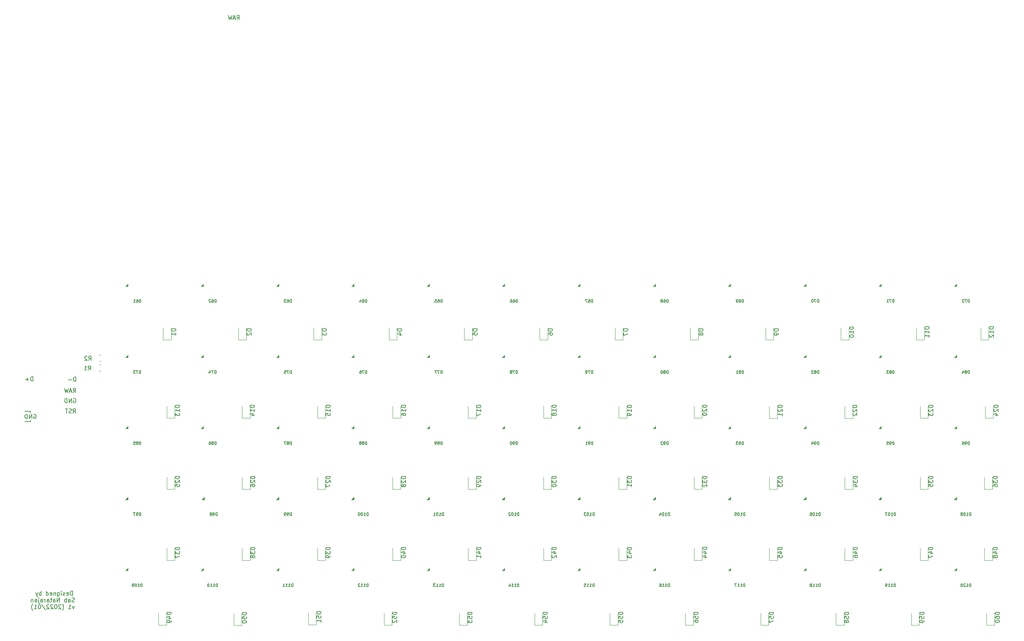
<source format=gbr>
%TF.GenerationSoftware,KiCad,Pcbnew,(6.0.1)*%
%TF.CreationDate,2022-01-22T18:41:09-05:00*%
%TF.ProjectId,ortho,6f727468-6f2e-46b6-9963-61645f706362,rev?*%
%TF.SameCoordinates,Original*%
%TF.FileFunction,Legend,Bot*%
%TF.FilePolarity,Positive*%
%FSLAX46Y46*%
G04 Gerber Fmt 4.6, Leading zero omitted, Abs format (unit mm)*
G04 Created by KiCad (PCBNEW (6.0.1)) date 2022-01-22 18:41:09*
%MOMM*%
%LPD*%
G01*
G04 APERTURE LIST*
%ADD10C,0.150000*%
%ADD11C,0.100000*%
%ADD12C,0.120000*%
G04 APERTURE END LIST*
D10*
X32514285Y-110242380D02*
X32514285Y-109242380D01*
X32276190Y-109242380D01*
X32133333Y-109290000D01*
X32038095Y-109385238D01*
X31990476Y-109480476D01*
X31942857Y-109670952D01*
X31942857Y-109813809D01*
X31990476Y-110004285D01*
X32038095Y-110099523D01*
X32133333Y-110194761D01*
X32276190Y-110242380D01*
X32514285Y-110242380D01*
X31133333Y-110194761D02*
X31228571Y-110242380D01*
X31419047Y-110242380D01*
X31514285Y-110194761D01*
X31561904Y-110099523D01*
X31561904Y-109718571D01*
X31514285Y-109623333D01*
X31419047Y-109575714D01*
X31228571Y-109575714D01*
X31133333Y-109623333D01*
X31085714Y-109718571D01*
X31085714Y-109813809D01*
X31561904Y-109909047D01*
X30704761Y-110194761D02*
X30609523Y-110242380D01*
X30419047Y-110242380D01*
X30323809Y-110194761D01*
X30276190Y-110099523D01*
X30276190Y-110051904D01*
X30323809Y-109956666D01*
X30419047Y-109909047D01*
X30561904Y-109909047D01*
X30657142Y-109861428D01*
X30704761Y-109766190D01*
X30704761Y-109718571D01*
X30657142Y-109623333D01*
X30561904Y-109575714D01*
X30419047Y-109575714D01*
X30323809Y-109623333D01*
X29847619Y-110242380D02*
X29847619Y-109575714D01*
X29847619Y-109242380D02*
X29895238Y-109290000D01*
X29847619Y-109337619D01*
X29800000Y-109290000D01*
X29847619Y-109242380D01*
X29847619Y-109337619D01*
X28942857Y-109575714D02*
X28942857Y-110385238D01*
X28990476Y-110480476D01*
X29038095Y-110528095D01*
X29133333Y-110575714D01*
X29276190Y-110575714D01*
X29371428Y-110528095D01*
X28942857Y-110194761D02*
X29038095Y-110242380D01*
X29228571Y-110242380D01*
X29323809Y-110194761D01*
X29371428Y-110147142D01*
X29419047Y-110051904D01*
X29419047Y-109766190D01*
X29371428Y-109670952D01*
X29323809Y-109623333D01*
X29228571Y-109575714D01*
X29038095Y-109575714D01*
X28942857Y-109623333D01*
X28466666Y-109575714D02*
X28466666Y-110242380D01*
X28466666Y-109670952D02*
X28419047Y-109623333D01*
X28323809Y-109575714D01*
X28180952Y-109575714D01*
X28085714Y-109623333D01*
X28038095Y-109718571D01*
X28038095Y-110242380D01*
X27180952Y-110194761D02*
X27276190Y-110242380D01*
X27466666Y-110242380D01*
X27561904Y-110194761D01*
X27609523Y-110099523D01*
X27609523Y-109718571D01*
X27561904Y-109623333D01*
X27466666Y-109575714D01*
X27276190Y-109575714D01*
X27180952Y-109623333D01*
X27133333Y-109718571D01*
X27133333Y-109813809D01*
X27609523Y-109909047D01*
X26276190Y-110242380D02*
X26276190Y-109242380D01*
X26276190Y-110194761D02*
X26371428Y-110242380D01*
X26561904Y-110242380D01*
X26657142Y-110194761D01*
X26704761Y-110147142D01*
X26752380Y-110051904D01*
X26752380Y-109766190D01*
X26704761Y-109670952D01*
X26657142Y-109623333D01*
X26561904Y-109575714D01*
X26371428Y-109575714D01*
X26276190Y-109623333D01*
X25038095Y-110242380D02*
X25038095Y-109242380D01*
X25038095Y-109623333D02*
X24942857Y-109575714D01*
X24752380Y-109575714D01*
X24657142Y-109623333D01*
X24609523Y-109670952D01*
X24561904Y-109766190D01*
X24561904Y-110051904D01*
X24609523Y-110147142D01*
X24657142Y-110194761D01*
X24752380Y-110242380D01*
X24942857Y-110242380D01*
X25038095Y-110194761D01*
X24228571Y-109575714D02*
X23990476Y-110242380D01*
X23752380Y-109575714D02*
X23990476Y-110242380D01*
X24085714Y-110480476D01*
X24133333Y-110528095D01*
X24228571Y-110575714D01*
X32990476Y-111804761D02*
X32847619Y-111852380D01*
X32609523Y-111852380D01*
X32514285Y-111804761D01*
X32466666Y-111757142D01*
X32419047Y-111661904D01*
X32419047Y-111566666D01*
X32466666Y-111471428D01*
X32514285Y-111423809D01*
X32609523Y-111376190D01*
X32800000Y-111328571D01*
X32895238Y-111280952D01*
X32942857Y-111233333D01*
X32990476Y-111138095D01*
X32990476Y-111042857D01*
X32942857Y-110947619D01*
X32895238Y-110900000D01*
X32800000Y-110852380D01*
X32561904Y-110852380D01*
X32419047Y-110900000D01*
X31561904Y-111852380D02*
X31561904Y-111328571D01*
X31609523Y-111233333D01*
X31704761Y-111185714D01*
X31895238Y-111185714D01*
X31990476Y-111233333D01*
X31561904Y-111804761D02*
X31657142Y-111852380D01*
X31895238Y-111852380D01*
X31990476Y-111804761D01*
X32038095Y-111709523D01*
X32038095Y-111614285D01*
X31990476Y-111519047D01*
X31895238Y-111471428D01*
X31657142Y-111471428D01*
X31561904Y-111423809D01*
X31085714Y-111852380D02*
X31085714Y-110852380D01*
X31085714Y-111233333D02*
X30990476Y-111185714D01*
X30800000Y-111185714D01*
X30704761Y-111233333D01*
X30657142Y-111280952D01*
X30609523Y-111376190D01*
X30609523Y-111661904D01*
X30657142Y-111757142D01*
X30704761Y-111804761D01*
X30800000Y-111852380D01*
X30990476Y-111852380D01*
X31085714Y-111804761D01*
X29419047Y-111852380D02*
X29419047Y-110852380D01*
X28847619Y-111852380D01*
X28847619Y-110852380D01*
X27942857Y-111852380D02*
X27942857Y-111328571D01*
X27990476Y-111233333D01*
X28085714Y-111185714D01*
X28276190Y-111185714D01*
X28371428Y-111233333D01*
X27942857Y-111804761D02*
X28038095Y-111852380D01*
X28276190Y-111852380D01*
X28371428Y-111804761D01*
X28419047Y-111709523D01*
X28419047Y-111614285D01*
X28371428Y-111519047D01*
X28276190Y-111471428D01*
X28038095Y-111471428D01*
X27942857Y-111423809D01*
X27609523Y-111185714D02*
X27228571Y-111185714D01*
X27466666Y-110852380D02*
X27466666Y-111709523D01*
X27419047Y-111804761D01*
X27323809Y-111852380D01*
X27228571Y-111852380D01*
X26466666Y-111852380D02*
X26466666Y-111328571D01*
X26514285Y-111233333D01*
X26609523Y-111185714D01*
X26800000Y-111185714D01*
X26895238Y-111233333D01*
X26466666Y-111804761D02*
X26561904Y-111852380D01*
X26800000Y-111852380D01*
X26895238Y-111804761D01*
X26942857Y-111709523D01*
X26942857Y-111614285D01*
X26895238Y-111519047D01*
X26800000Y-111471428D01*
X26561904Y-111471428D01*
X26466666Y-111423809D01*
X25990476Y-111852380D02*
X25990476Y-111185714D01*
X25990476Y-111376190D02*
X25942857Y-111280952D01*
X25895238Y-111233333D01*
X25800000Y-111185714D01*
X25704761Y-111185714D01*
X24942857Y-111852380D02*
X24942857Y-111328571D01*
X24990476Y-111233333D01*
X25085714Y-111185714D01*
X25276190Y-111185714D01*
X25371428Y-111233333D01*
X24942857Y-111804761D02*
X25038095Y-111852380D01*
X25276190Y-111852380D01*
X25371428Y-111804761D01*
X25419047Y-111709523D01*
X25419047Y-111614285D01*
X25371428Y-111519047D01*
X25276190Y-111471428D01*
X25038095Y-111471428D01*
X24942857Y-111423809D01*
X24466666Y-111185714D02*
X24466666Y-112042857D01*
X24514285Y-112138095D01*
X24609523Y-112185714D01*
X24657142Y-112185714D01*
X24466666Y-110852380D02*
X24514285Y-110900000D01*
X24466666Y-110947619D01*
X24419047Y-110900000D01*
X24466666Y-110852380D01*
X24466666Y-110947619D01*
X23561904Y-111852380D02*
X23561904Y-111328571D01*
X23609523Y-111233333D01*
X23704761Y-111185714D01*
X23895238Y-111185714D01*
X23990476Y-111233333D01*
X23561904Y-111804761D02*
X23657142Y-111852380D01*
X23895238Y-111852380D01*
X23990476Y-111804761D01*
X24038095Y-111709523D01*
X24038095Y-111614285D01*
X23990476Y-111519047D01*
X23895238Y-111471428D01*
X23657142Y-111471428D01*
X23561904Y-111423809D01*
X23085714Y-111185714D02*
X23085714Y-111852380D01*
X23085714Y-111280952D02*
X23038095Y-111233333D01*
X22942857Y-111185714D01*
X22800000Y-111185714D01*
X22704761Y-111233333D01*
X22657142Y-111328571D01*
X22657142Y-111852380D01*
X32942857Y-112795714D02*
X32704761Y-113462380D01*
X32466666Y-112795714D01*
X31561904Y-113462380D02*
X32133333Y-113462380D01*
X31847619Y-113462380D02*
X31847619Y-112462380D01*
X31942857Y-112605238D01*
X32038095Y-112700476D01*
X32133333Y-112748095D01*
X30085714Y-113843333D02*
X30133333Y-113795714D01*
X30228571Y-113652857D01*
X30276190Y-113557619D01*
X30323809Y-113414761D01*
X30371428Y-113176666D01*
X30371428Y-112986190D01*
X30323809Y-112748095D01*
X30276190Y-112605238D01*
X30228571Y-112510000D01*
X30133333Y-112367142D01*
X30085714Y-112319523D01*
X29752380Y-112557619D02*
X29704761Y-112510000D01*
X29609523Y-112462380D01*
X29371428Y-112462380D01*
X29276190Y-112510000D01*
X29228571Y-112557619D01*
X29180952Y-112652857D01*
X29180952Y-112748095D01*
X29228571Y-112890952D01*
X29800000Y-113462380D01*
X29180952Y-113462380D01*
X28561904Y-112462380D02*
X28466666Y-112462380D01*
X28371428Y-112510000D01*
X28323809Y-112557619D01*
X28276190Y-112652857D01*
X28228571Y-112843333D01*
X28228571Y-113081428D01*
X28276190Y-113271904D01*
X28323809Y-113367142D01*
X28371428Y-113414761D01*
X28466666Y-113462380D01*
X28561904Y-113462380D01*
X28657142Y-113414761D01*
X28704761Y-113367142D01*
X28752380Y-113271904D01*
X28800000Y-113081428D01*
X28800000Y-112843333D01*
X28752380Y-112652857D01*
X28704761Y-112557619D01*
X28657142Y-112510000D01*
X28561904Y-112462380D01*
X27847619Y-112557619D02*
X27800000Y-112510000D01*
X27704761Y-112462380D01*
X27466666Y-112462380D01*
X27371428Y-112510000D01*
X27323809Y-112557619D01*
X27276190Y-112652857D01*
X27276190Y-112748095D01*
X27323809Y-112890952D01*
X27895238Y-113462380D01*
X27276190Y-113462380D01*
X26895238Y-112557619D02*
X26847619Y-112510000D01*
X26752380Y-112462380D01*
X26514285Y-112462380D01*
X26419047Y-112510000D01*
X26371428Y-112557619D01*
X26323809Y-112652857D01*
X26323809Y-112748095D01*
X26371428Y-112890952D01*
X26942857Y-113462380D01*
X26323809Y-113462380D01*
X25180952Y-112414761D02*
X26038095Y-113700476D01*
X24657142Y-112462380D02*
X24561904Y-112462380D01*
X24466666Y-112510000D01*
X24419047Y-112557619D01*
X24371428Y-112652857D01*
X24323809Y-112843333D01*
X24323809Y-113081428D01*
X24371428Y-113271904D01*
X24419047Y-113367142D01*
X24466666Y-113414761D01*
X24561904Y-113462380D01*
X24657142Y-113462380D01*
X24752380Y-113414761D01*
X24800000Y-113367142D01*
X24847619Y-113271904D01*
X24895238Y-113081428D01*
X24895238Y-112843333D01*
X24847619Y-112652857D01*
X24800000Y-112557619D01*
X24752380Y-112510000D01*
X24657142Y-112462380D01*
X23371428Y-113462380D02*
X23942857Y-113462380D01*
X23657142Y-113462380D02*
X23657142Y-112462380D01*
X23752380Y-112605238D01*
X23847619Y-112700476D01*
X23942857Y-112748095D01*
X23038095Y-113843333D02*
X22990476Y-113795714D01*
X22895238Y-113652857D01*
X22847619Y-113557619D01*
X22800000Y-113414761D01*
X22752380Y-113176666D01*
X22752380Y-112986190D01*
X22800000Y-112748095D01*
X22847619Y-112605238D01*
X22895238Y-112510000D01*
X22990476Y-112367142D01*
X23038095Y-112319523D01*
X32647619Y-66652380D02*
X32980952Y-66176190D01*
X33219047Y-66652380D02*
X33219047Y-65652380D01*
X32838095Y-65652380D01*
X32742857Y-65700000D01*
X32695238Y-65747619D01*
X32647619Y-65842857D01*
X32647619Y-65985714D01*
X32695238Y-66080952D01*
X32742857Y-66128571D01*
X32838095Y-66176190D01*
X33219047Y-66176190D01*
X32266666Y-66604761D02*
X32123809Y-66652380D01*
X31885714Y-66652380D01*
X31790476Y-66604761D01*
X31742857Y-66557142D01*
X31695238Y-66461904D01*
X31695238Y-66366666D01*
X31742857Y-66271428D01*
X31790476Y-66223809D01*
X31885714Y-66176190D01*
X32076190Y-66128571D01*
X32171428Y-66080952D01*
X32219047Y-66033333D01*
X32266666Y-65938095D01*
X32266666Y-65842857D01*
X32219047Y-65747619D01*
X32171428Y-65700000D01*
X32076190Y-65652380D01*
X31838095Y-65652380D01*
X31695238Y-65700000D01*
X31409523Y-65652380D02*
X30838095Y-65652380D01*
X31123809Y-66652380D02*
X31123809Y-65652380D01*
X32761904Y-63200000D02*
X32857142Y-63152380D01*
X33000000Y-63152380D01*
X33142857Y-63200000D01*
X33238095Y-63295238D01*
X33285714Y-63390476D01*
X33333333Y-63580952D01*
X33333333Y-63723809D01*
X33285714Y-63914285D01*
X33238095Y-64009523D01*
X33142857Y-64104761D01*
X33000000Y-64152380D01*
X32904761Y-64152380D01*
X32761904Y-64104761D01*
X32714285Y-64057142D01*
X32714285Y-63723809D01*
X32904761Y-63723809D01*
X32285714Y-64152380D02*
X32285714Y-63152380D01*
X31714285Y-64152380D01*
X31714285Y-63152380D01*
X31238095Y-64152380D02*
X31238095Y-63152380D01*
X31000000Y-63152380D01*
X30857142Y-63200000D01*
X30761904Y-63295238D01*
X30714285Y-63390476D01*
X30666666Y-63580952D01*
X30666666Y-63723809D01*
X30714285Y-63914285D01*
X30761904Y-64009523D01*
X30857142Y-64104761D01*
X31000000Y-64152380D01*
X31238095Y-64152380D01*
X23080952Y-58952380D02*
X23080952Y-57952380D01*
X22842857Y-57952380D01*
X22700000Y-58000000D01*
X22604761Y-58095238D01*
X22557142Y-58190476D01*
X22509523Y-58380952D01*
X22509523Y-58523809D01*
X22557142Y-58714285D01*
X22604761Y-58809523D01*
X22700000Y-58904761D01*
X22842857Y-58952380D01*
X23080952Y-58952380D01*
X22080952Y-58571428D02*
X21319047Y-58571428D01*
X21700000Y-58952380D02*
X21700000Y-58190476D01*
X33280952Y-59052380D02*
X33280952Y-58052380D01*
X33042857Y-58052380D01*
X32900000Y-58100000D01*
X32804761Y-58195238D01*
X32757142Y-58290476D01*
X32709523Y-58480952D01*
X32709523Y-58623809D01*
X32757142Y-58814285D01*
X32804761Y-58909523D01*
X32900000Y-59004761D01*
X33042857Y-59052380D01*
X33280952Y-59052380D01*
X32280952Y-58671428D02*
X31519047Y-58671428D01*
X22500000Y-68700000D02*
X22500000Y-68300000D01*
X21100000Y-68700000D02*
X22500000Y-68700000D01*
X22500000Y-66200000D02*
X22500000Y-66600000D01*
X21100000Y-66200000D02*
X22500000Y-66200000D01*
X23261904Y-67000000D02*
X23357142Y-66952380D01*
X23500000Y-66952380D01*
X23642857Y-67000000D01*
X23738095Y-67095238D01*
X23785714Y-67190476D01*
X23833333Y-67380952D01*
X23833333Y-67523809D01*
X23785714Y-67714285D01*
X23738095Y-67809523D01*
X23642857Y-67904761D01*
X23500000Y-67952380D01*
X23404761Y-67952380D01*
X23261904Y-67904761D01*
X23214285Y-67857142D01*
X23214285Y-67523809D01*
X23404761Y-67523809D01*
X22785714Y-67952380D02*
X22785714Y-66952380D01*
X22214285Y-67952380D01*
X22214285Y-66952380D01*
X21738095Y-67952380D02*
X21738095Y-66952380D01*
X21500000Y-66952380D01*
X21357142Y-67000000D01*
X21261904Y-67095238D01*
X21214285Y-67190476D01*
X21166666Y-67380952D01*
X21166666Y-67523809D01*
X21214285Y-67714285D01*
X21261904Y-67809523D01*
X21357142Y-67904761D01*
X21500000Y-67952380D01*
X21738095Y-67952380D01*
X32690476Y-61702380D02*
X33023809Y-61226190D01*
X33261904Y-61702380D02*
X33261904Y-60702380D01*
X32880952Y-60702380D01*
X32785714Y-60750000D01*
X32738095Y-60797619D01*
X32690476Y-60892857D01*
X32690476Y-61035714D01*
X32738095Y-61130952D01*
X32785714Y-61178571D01*
X32880952Y-61226190D01*
X33261904Y-61226190D01*
X32309523Y-61416666D02*
X31833333Y-61416666D01*
X32404761Y-61702380D02*
X32071428Y-60702380D01*
X31738095Y-61702380D01*
X31500000Y-60702380D02*
X31261904Y-61702380D01*
X31071428Y-60988095D01*
X30880952Y-61702380D01*
X30642857Y-60702380D01*
X71810476Y27487619D02*
X72143809Y27963809D01*
X72381904Y27487619D02*
X72381904Y28487619D01*
X72000952Y28487619D01*
X71905714Y28440000D01*
X71858095Y28392380D01*
X71810476Y28297142D01*
X71810476Y28154285D01*
X71858095Y28059047D01*
X71905714Y28011428D01*
X72000952Y27963809D01*
X72381904Y27963809D01*
X71429523Y27773333D02*
X70953333Y27773333D01*
X71524761Y27487619D02*
X71191428Y28487619D01*
X70858095Y27487619D01*
X70620000Y28487619D02*
X70381904Y27487619D01*
X70191428Y28201904D01*
X70000952Y27487619D01*
X69762857Y28487619D01*
%TO.C,D83*%
X228850000Y-57166666D02*
X228850000Y-56466666D01*
X228683333Y-56466666D01*
X228583333Y-56500000D01*
X228516666Y-56566666D01*
X228483333Y-56633333D01*
X228450000Y-56766666D01*
X228450000Y-56866666D01*
X228483333Y-57000000D01*
X228516666Y-57066666D01*
X228583333Y-57133333D01*
X228683333Y-57166666D01*
X228850000Y-57166666D01*
X228050000Y-56766666D02*
X228116666Y-56733333D01*
X228150000Y-56700000D01*
X228183333Y-56633333D01*
X228183333Y-56600000D01*
X228150000Y-56533333D01*
X228116666Y-56500000D01*
X228050000Y-56466666D01*
X227916666Y-56466666D01*
X227850000Y-56500000D01*
X227816666Y-56533333D01*
X227783333Y-56600000D01*
X227783333Y-56633333D01*
X227816666Y-56700000D01*
X227850000Y-56733333D01*
X227916666Y-56766666D01*
X228050000Y-56766666D01*
X228116666Y-56800000D01*
X228150000Y-56833333D01*
X228183333Y-56900000D01*
X228183333Y-57033333D01*
X228150000Y-57100000D01*
X228116666Y-57133333D01*
X228050000Y-57166666D01*
X227916666Y-57166666D01*
X227850000Y-57133333D01*
X227816666Y-57100000D01*
X227783333Y-57033333D01*
X227783333Y-56900000D01*
X227816666Y-56833333D01*
X227850000Y-56800000D01*
X227916666Y-56766666D01*
X227550000Y-56466666D02*
X227116666Y-56466666D01*
X227350000Y-56733333D01*
X227250000Y-56733333D01*
X227183333Y-56766666D01*
X227150000Y-56800000D01*
X227116666Y-56866666D01*
X227116666Y-57033333D01*
X227150000Y-57100000D01*
X227183333Y-57133333D01*
X227250000Y-57166666D01*
X227450000Y-57166666D01*
X227516666Y-57133333D01*
X227550000Y-57100000D01*
%TO.C,D53*%
X128002380Y-114285714D02*
X127002380Y-114285714D01*
X127002380Y-114523809D01*
X127050000Y-114666666D01*
X127145238Y-114761904D01*
X127240476Y-114809523D01*
X127430952Y-114857142D01*
X127573809Y-114857142D01*
X127764285Y-114809523D01*
X127859523Y-114761904D01*
X127954761Y-114666666D01*
X128002380Y-114523809D01*
X128002380Y-114285714D01*
X127002380Y-115761904D02*
X127002380Y-115285714D01*
X127478571Y-115238095D01*
X127430952Y-115285714D01*
X127383333Y-115380952D01*
X127383333Y-115619047D01*
X127430952Y-115714285D01*
X127478571Y-115761904D01*
X127573809Y-115809523D01*
X127811904Y-115809523D01*
X127907142Y-115761904D01*
X127954761Y-115714285D01*
X128002380Y-115619047D01*
X128002380Y-115380952D01*
X127954761Y-115285714D01*
X127907142Y-115238095D01*
X127002380Y-116142857D02*
X127002380Y-116761904D01*
X127383333Y-116428571D01*
X127383333Y-116571428D01*
X127430952Y-116666666D01*
X127478571Y-116714285D01*
X127573809Y-116761904D01*
X127811904Y-116761904D01*
X127907142Y-116714285D01*
X127954761Y-116666666D01*
X128002380Y-116571428D01*
X128002380Y-116285714D01*
X127954761Y-116190476D01*
X127907142Y-116142857D01*
%TO.C,D38*%
X76102380Y-98785714D02*
X75102380Y-98785714D01*
X75102380Y-99023809D01*
X75150000Y-99166666D01*
X75245238Y-99261904D01*
X75340476Y-99309523D01*
X75530952Y-99357142D01*
X75673809Y-99357142D01*
X75864285Y-99309523D01*
X75959523Y-99261904D01*
X76054761Y-99166666D01*
X76102380Y-99023809D01*
X76102380Y-98785714D01*
X75102380Y-99690476D02*
X75102380Y-100309523D01*
X75483333Y-99976190D01*
X75483333Y-100119047D01*
X75530952Y-100214285D01*
X75578571Y-100261904D01*
X75673809Y-100309523D01*
X75911904Y-100309523D01*
X76007142Y-100261904D01*
X76054761Y-100214285D01*
X76102380Y-100119047D01*
X76102380Y-99833333D01*
X76054761Y-99738095D01*
X76007142Y-99690476D01*
X75530952Y-100880952D02*
X75483333Y-100785714D01*
X75435714Y-100738095D01*
X75340476Y-100690476D01*
X75292857Y-100690476D01*
X75197619Y-100738095D01*
X75150000Y-100785714D01*
X75102380Y-100880952D01*
X75102380Y-101071428D01*
X75150000Y-101166666D01*
X75197619Y-101214285D01*
X75292857Y-101261904D01*
X75340476Y-101261904D01*
X75435714Y-101214285D01*
X75483333Y-101166666D01*
X75530952Y-101071428D01*
X75530952Y-100880952D01*
X75578571Y-100785714D01*
X75626190Y-100738095D01*
X75721428Y-100690476D01*
X75911904Y-100690476D01*
X76007142Y-100738095D01*
X76054761Y-100785714D01*
X76102380Y-100880952D01*
X76102380Y-101071428D01*
X76054761Y-101166666D01*
X76007142Y-101214285D01*
X75911904Y-101261904D01*
X75721428Y-101261904D01*
X75626190Y-101214285D01*
X75578571Y-101166666D01*
X75530952Y-101071428D01*
%TO.C,D85*%
X48850000Y-74166666D02*
X48850000Y-73466666D01*
X48683333Y-73466666D01*
X48583333Y-73500000D01*
X48516666Y-73566666D01*
X48483333Y-73633333D01*
X48450000Y-73766666D01*
X48450000Y-73866666D01*
X48483333Y-74000000D01*
X48516666Y-74066666D01*
X48583333Y-74133333D01*
X48683333Y-74166666D01*
X48850000Y-74166666D01*
X48050000Y-73766666D02*
X48116666Y-73733333D01*
X48150000Y-73700000D01*
X48183333Y-73633333D01*
X48183333Y-73600000D01*
X48150000Y-73533333D01*
X48116666Y-73500000D01*
X48050000Y-73466666D01*
X47916666Y-73466666D01*
X47850000Y-73500000D01*
X47816666Y-73533333D01*
X47783333Y-73600000D01*
X47783333Y-73633333D01*
X47816666Y-73700000D01*
X47850000Y-73733333D01*
X47916666Y-73766666D01*
X48050000Y-73766666D01*
X48116666Y-73800000D01*
X48150000Y-73833333D01*
X48183333Y-73900000D01*
X48183333Y-74033333D01*
X48150000Y-74100000D01*
X48116666Y-74133333D01*
X48050000Y-74166666D01*
X47916666Y-74166666D01*
X47850000Y-74133333D01*
X47816666Y-74100000D01*
X47783333Y-74033333D01*
X47783333Y-73900000D01*
X47816666Y-73833333D01*
X47850000Y-73800000D01*
X47916666Y-73766666D01*
X47150000Y-73466666D02*
X47483333Y-73466666D01*
X47516666Y-73800000D01*
X47483333Y-73766666D01*
X47416666Y-73733333D01*
X47250000Y-73733333D01*
X47183333Y-73766666D01*
X47150000Y-73800000D01*
X47116666Y-73866666D01*
X47116666Y-74033333D01*
X47150000Y-74100000D01*
X47183333Y-74133333D01*
X47250000Y-74166666D01*
X47416666Y-74166666D01*
X47483333Y-74133333D01*
X47516666Y-74100000D01*
%TO.C,D108*%
X247183333Y-91166666D02*
X247183333Y-90466666D01*
X247016666Y-90466666D01*
X246916666Y-90500000D01*
X246850000Y-90566666D01*
X246816666Y-90633333D01*
X246783333Y-90766666D01*
X246783333Y-90866666D01*
X246816666Y-91000000D01*
X246850000Y-91066666D01*
X246916666Y-91133333D01*
X247016666Y-91166666D01*
X247183333Y-91166666D01*
X246116666Y-91166666D02*
X246516666Y-91166666D01*
X246316666Y-91166666D02*
X246316666Y-90466666D01*
X246383333Y-90566666D01*
X246450000Y-90633333D01*
X246516666Y-90666666D01*
X245683333Y-90466666D02*
X245616666Y-90466666D01*
X245550000Y-90500000D01*
X245516666Y-90533333D01*
X245483333Y-90600000D01*
X245450000Y-90733333D01*
X245450000Y-90900000D01*
X245483333Y-91033333D01*
X245516666Y-91100000D01*
X245550000Y-91133333D01*
X245616666Y-91166666D01*
X245683333Y-91166666D01*
X245750000Y-91133333D01*
X245783333Y-91100000D01*
X245816666Y-91033333D01*
X245850000Y-90900000D01*
X245850000Y-90733333D01*
X245816666Y-90600000D01*
X245783333Y-90533333D01*
X245750000Y-90500000D01*
X245683333Y-90466666D01*
X245050000Y-90766666D02*
X245116666Y-90733333D01*
X245150000Y-90700000D01*
X245183333Y-90633333D01*
X245183333Y-90600000D01*
X245150000Y-90533333D01*
X245116666Y-90500000D01*
X245050000Y-90466666D01*
X244916666Y-90466666D01*
X244850000Y-90500000D01*
X244816666Y-90533333D01*
X244783333Y-90600000D01*
X244783333Y-90633333D01*
X244816666Y-90700000D01*
X244850000Y-90733333D01*
X244916666Y-90766666D01*
X245050000Y-90766666D01*
X245116666Y-90800000D01*
X245150000Y-90833333D01*
X245183333Y-90900000D01*
X245183333Y-91033333D01*
X245150000Y-91100000D01*
X245116666Y-91133333D01*
X245050000Y-91166666D01*
X244916666Y-91166666D01*
X244850000Y-91133333D01*
X244816666Y-91100000D01*
X244783333Y-91033333D01*
X244783333Y-90900000D01*
X244816666Y-90833333D01*
X244850000Y-90800000D01*
X244916666Y-90766666D01*
%TO.C,D84*%
X246850000Y-57166666D02*
X246850000Y-56466666D01*
X246683333Y-56466666D01*
X246583333Y-56500000D01*
X246516666Y-56566666D01*
X246483333Y-56633333D01*
X246450000Y-56766666D01*
X246450000Y-56866666D01*
X246483333Y-57000000D01*
X246516666Y-57066666D01*
X246583333Y-57133333D01*
X246683333Y-57166666D01*
X246850000Y-57166666D01*
X246050000Y-56766666D02*
X246116666Y-56733333D01*
X246150000Y-56700000D01*
X246183333Y-56633333D01*
X246183333Y-56600000D01*
X246150000Y-56533333D01*
X246116666Y-56500000D01*
X246050000Y-56466666D01*
X245916666Y-56466666D01*
X245850000Y-56500000D01*
X245816666Y-56533333D01*
X245783333Y-56600000D01*
X245783333Y-56633333D01*
X245816666Y-56700000D01*
X245850000Y-56733333D01*
X245916666Y-56766666D01*
X246050000Y-56766666D01*
X246116666Y-56800000D01*
X246150000Y-56833333D01*
X246183333Y-56900000D01*
X246183333Y-57033333D01*
X246150000Y-57100000D01*
X246116666Y-57133333D01*
X246050000Y-57166666D01*
X245916666Y-57166666D01*
X245850000Y-57133333D01*
X245816666Y-57100000D01*
X245783333Y-57033333D01*
X245783333Y-56900000D01*
X245816666Y-56833333D01*
X245850000Y-56800000D01*
X245916666Y-56766666D01*
X245183333Y-56700000D02*
X245183333Y-57166666D01*
X245350000Y-56433333D02*
X245516666Y-56933333D01*
X245083333Y-56933333D01*
%TO.C,D46*%
X220102380Y-98785714D02*
X219102380Y-98785714D01*
X219102380Y-99023809D01*
X219150000Y-99166666D01*
X219245238Y-99261904D01*
X219340476Y-99309523D01*
X219530952Y-99357142D01*
X219673809Y-99357142D01*
X219864285Y-99309523D01*
X219959523Y-99261904D01*
X220054761Y-99166666D01*
X220102380Y-99023809D01*
X220102380Y-98785714D01*
X219435714Y-100214285D02*
X220102380Y-100214285D01*
X219054761Y-99976190D02*
X219769047Y-99738095D01*
X219769047Y-100357142D01*
X219102380Y-101166666D02*
X219102380Y-100976190D01*
X219150000Y-100880952D01*
X219197619Y-100833333D01*
X219340476Y-100738095D01*
X219530952Y-100690476D01*
X219911904Y-100690476D01*
X220007142Y-100738095D01*
X220054761Y-100785714D01*
X220102380Y-100880952D01*
X220102380Y-101071428D01*
X220054761Y-101166666D01*
X220007142Y-101214285D01*
X219911904Y-101261904D01*
X219673809Y-101261904D01*
X219578571Y-101214285D01*
X219530952Y-101166666D01*
X219483333Y-101071428D01*
X219483333Y-100880952D01*
X219530952Y-100785714D01*
X219578571Y-100738095D01*
X219673809Y-100690476D01*
%TO.C,D106*%
X211183333Y-91166666D02*
X211183333Y-90466666D01*
X211016666Y-90466666D01*
X210916666Y-90500000D01*
X210850000Y-90566666D01*
X210816666Y-90633333D01*
X210783333Y-90766666D01*
X210783333Y-90866666D01*
X210816666Y-91000000D01*
X210850000Y-91066666D01*
X210916666Y-91133333D01*
X211016666Y-91166666D01*
X211183333Y-91166666D01*
X210116666Y-91166666D02*
X210516666Y-91166666D01*
X210316666Y-91166666D02*
X210316666Y-90466666D01*
X210383333Y-90566666D01*
X210450000Y-90633333D01*
X210516666Y-90666666D01*
X209683333Y-90466666D02*
X209616666Y-90466666D01*
X209550000Y-90500000D01*
X209516666Y-90533333D01*
X209483333Y-90600000D01*
X209450000Y-90733333D01*
X209450000Y-90900000D01*
X209483333Y-91033333D01*
X209516666Y-91100000D01*
X209550000Y-91133333D01*
X209616666Y-91166666D01*
X209683333Y-91166666D01*
X209750000Y-91133333D01*
X209783333Y-91100000D01*
X209816666Y-91033333D01*
X209850000Y-90900000D01*
X209850000Y-90733333D01*
X209816666Y-90600000D01*
X209783333Y-90533333D01*
X209750000Y-90500000D01*
X209683333Y-90466666D01*
X208850000Y-90466666D02*
X208983333Y-90466666D01*
X209050000Y-90500000D01*
X209083333Y-90533333D01*
X209150000Y-90633333D01*
X209183333Y-90766666D01*
X209183333Y-91033333D01*
X209150000Y-91100000D01*
X209116666Y-91133333D01*
X209050000Y-91166666D01*
X208916666Y-91166666D01*
X208850000Y-91133333D01*
X208816666Y-91100000D01*
X208783333Y-91033333D01*
X208783333Y-90866666D01*
X208816666Y-90800000D01*
X208850000Y-90766666D01*
X208916666Y-90733333D01*
X209050000Y-90733333D01*
X209116666Y-90766666D01*
X209150000Y-90800000D01*
X209183333Y-90866666D01*
%TO.C,D9*%
X201202380Y-46496904D02*
X200202380Y-46496904D01*
X200202380Y-46735000D01*
X200250000Y-46877857D01*
X200345238Y-46973095D01*
X200440476Y-47020714D01*
X200630952Y-47068333D01*
X200773809Y-47068333D01*
X200964285Y-47020714D01*
X201059523Y-46973095D01*
X201154761Y-46877857D01*
X201202380Y-46735000D01*
X201202380Y-46496904D01*
X201202380Y-47544523D02*
X201202380Y-47735000D01*
X201154761Y-47830238D01*
X201107142Y-47877857D01*
X200964285Y-47973095D01*
X200773809Y-48020714D01*
X200392857Y-48020714D01*
X200297619Y-47973095D01*
X200250000Y-47925476D01*
X200202380Y-47830238D01*
X200202380Y-47639761D01*
X200250000Y-47544523D01*
X200297619Y-47496904D01*
X200392857Y-47449285D01*
X200630952Y-47449285D01*
X200726190Y-47496904D01*
X200773809Y-47544523D01*
X200821428Y-47639761D01*
X200821428Y-47830238D01*
X200773809Y-47925476D01*
X200726190Y-47973095D01*
X200630952Y-48020714D01*
%TO.C,D89*%
X120850000Y-74166666D02*
X120850000Y-73466666D01*
X120683333Y-73466666D01*
X120583333Y-73500000D01*
X120516666Y-73566666D01*
X120483333Y-73633333D01*
X120450000Y-73766666D01*
X120450000Y-73866666D01*
X120483333Y-74000000D01*
X120516666Y-74066666D01*
X120583333Y-74133333D01*
X120683333Y-74166666D01*
X120850000Y-74166666D01*
X120050000Y-73766666D02*
X120116666Y-73733333D01*
X120150000Y-73700000D01*
X120183333Y-73633333D01*
X120183333Y-73600000D01*
X120150000Y-73533333D01*
X120116666Y-73500000D01*
X120050000Y-73466666D01*
X119916666Y-73466666D01*
X119850000Y-73500000D01*
X119816666Y-73533333D01*
X119783333Y-73600000D01*
X119783333Y-73633333D01*
X119816666Y-73700000D01*
X119850000Y-73733333D01*
X119916666Y-73766666D01*
X120050000Y-73766666D01*
X120116666Y-73800000D01*
X120150000Y-73833333D01*
X120183333Y-73900000D01*
X120183333Y-74033333D01*
X120150000Y-74100000D01*
X120116666Y-74133333D01*
X120050000Y-74166666D01*
X119916666Y-74166666D01*
X119850000Y-74133333D01*
X119816666Y-74100000D01*
X119783333Y-74033333D01*
X119783333Y-73900000D01*
X119816666Y-73833333D01*
X119850000Y-73800000D01*
X119916666Y-73766666D01*
X119450000Y-74166666D02*
X119316666Y-74166666D01*
X119250000Y-74133333D01*
X119216666Y-74100000D01*
X119150000Y-74000000D01*
X119116666Y-73866666D01*
X119116666Y-73600000D01*
X119150000Y-73533333D01*
X119183333Y-73500000D01*
X119250000Y-73466666D01*
X119383333Y-73466666D01*
X119450000Y-73500000D01*
X119483333Y-73533333D01*
X119516666Y-73600000D01*
X119516666Y-73766666D01*
X119483333Y-73833333D01*
X119450000Y-73866666D01*
X119383333Y-73900000D01*
X119250000Y-73900000D01*
X119183333Y-73866666D01*
X119150000Y-73833333D01*
X119116666Y-73766666D01*
%TO.C,D6*%
X147202380Y-46496904D02*
X146202380Y-46496904D01*
X146202380Y-46735000D01*
X146250000Y-46877857D01*
X146345238Y-46973095D01*
X146440476Y-47020714D01*
X146630952Y-47068333D01*
X146773809Y-47068333D01*
X146964285Y-47020714D01*
X147059523Y-46973095D01*
X147154761Y-46877857D01*
X147202380Y-46735000D01*
X147202380Y-46496904D01*
X146202380Y-47925476D02*
X146202380Y-47735000D01*
X146250000Y-47639761D01*
X146297619Y-47592142D01*
X146440476Y-47496904D01*
X146630952Y-47449285D01*
X147011904Y-47449285D01*
X147107142Y-47496904D01*
X147154761Y-47544523D01*
X147202380Y-47639761D01*
X147202380Y-47830238D01*
X147154761Y-47925476D01*
X147107142Y-47973095D01*
X147011904Y-48020714D01*
X146773809Y-48020714D01*
X146678571Y-47973095D01*
X146630952Y-47925476D01*
X146583333Y-47830238D01*
X146583333Y-47639761D01*
X146630952Y-47544523D01*
X146678571Y-47496904D01*
X146773809Y-47449285D01*
%TO.C,D64*%
X102850000Y-40166666D02*
X102850000Y-39466666D01*
X102683333Y-39466666D01*
X102583333Y-39500000D01*
X102516666Y-39566666D01*
X102483333Y-39633333D01*
X102450000Y-39766666D01*
X102450000Y-39866666D01*
X102483333Y-40000000D01*
X102516666Y-40066666D01*
X102583333Y-40133333D01*
X102683333Y-40166666D01*
X102850000Y-40166666D01*
X101850000Y-39466666D02*
X101983333Y-39466666D01*
X102050000Y-39500000D01*
X102083333Y-39533333D01*
X102150000Y-39633333D01*
X102183333Y-39766666D01*
X102183333Y-40033333D01*
X102150000Y-40100000D01*
X102116666Y-40133333D01*
X102050000Y-40166666D01*
X101916666Y-40166666D01*
X101850000Y-40133333D01*
X101816666Y-40100000D01*
X101783333Y-40033333D01*
X101783333Y-39866666D01*
X101816666Y-39800000D01*
X101850000Y-39766666D01*
X101916666Y-39733333D01*
X102050000Y-39733333D01*
X102116666Y-39766666D01*
X102150000Y-39800000D01*
X102183333Y-39866666D01*
X101183333Y-39700000D02*
X101183333Y-40166666D01*
X101350000Y-39433333D02*
X101516666Y-39933333D01*
X101083333Y-39933333D01*
%TO.C,D23*%
X238102380Y-64785714D02*
X237102380Y-64785714D01*
X237102380Y-65023809D01*
X237150000Y-65166666D01*
X237245238Y-65261904D01*
X237340476Y-65309523D01*
X237530952Y-65357142D01*
X237673809Y-65357142D01*
X237864285Y-65309523D01*
X237959523Y-65261904D01*
X238054761Y-65166666D01*
X238102380Y-65023809D01*
X238102380Y-64785714D01*
X237197619Y-65738095D02*
X237150000Y-65785714D01*
X237102380Y-65880952D01*
X237102380Y-66119047D01*
X237150000Y-66214285D01*
X237197619Y-66261904D01*
X237292857Y-66309523D01*
X237388095Y-66309523D01*
X237530952Y-66261904D01*
X238102380Y-65690476D01*
X238102380Y-66309523D01*
X237102380Y-66642857D02*
X237102380Y-67261904D01*
X237483333Y-66928571D01*
X237483333Y-67071428D01*
X237530952Y-67166666D01*
X237578571Y-67214285D01*
X237673809Y-67261904D01*
X237911904Y-67261904D01*
X238007142Y-67214285D01*
X238054761Y-67166666D01*
X238102380Y-67071428D01*
X238102380Y-66785714D01*
X238054761Y-66690476D01*
X238007142Y-66642857D01*
%TO.C,D93*%
X192850000Y-74166666D02*
X192850000Y-73466666D01*
X192683333Y-73466666D01*
X192583333Y-73500000D01*
X192516666Y-73566666D01*
X192483333Y-73633333D01*
X192450000Y-73766666D01*
X192450000Y-73866666D01*
X192483333Y-74000000D01*
X192516666Y-74066666D01*
X192583333Y-74133333D01*
X192683333Y-74166666D01*
X192850000Y-74166666D01*
X192116666Y-74166666D02*
X191983333Y-74166666D01*
X191916666Y-74133333D01*
X191883333Y-74100000D01*
X191816666Y-74000000D01*
X191783333Y-73866666D01*
X191783333Y-73600000D01*
X191816666Y-73533333D01*
X191850000Y-73500000D01*
X191916666Y-73466666D01*
X192050000Y-73466666D01*
X192116666Y-73500000D01*
X192150000Y-73533333D01*
X192183333Y-73600000D01*
X192183333Y-73766666D01*
X192150000Y-73833333D01*
X192116666Y-73866666D01*
X192050000Y-73900000D01*
X191916666Y-73900000D01*
X191850000Y-73866666D01*
X191816666Y-73833333D01*
X191783333Y-73766666D01*
X191550000Y-73466666D02*
X191116666Y-73466666D01*
X191350000Y-73733333D01*
X191250000Y-73733333D01*
X191183333Y-73766666D01*
X191150000Y-73800000D01*
X191116666Y-73866666D01*
X191116666Y-74033333D01*
X191150000Y-74100000D01*
X191183333Y-74133333D01*
X191250000Y-74166666D01*
X191450000Y-74166666D01*
X191516666Y-74133333D01*
X191550000Y-74100000D01*
%TO.C,D15*%
X94102380Y-64785714D02*
X93102380Y-64785714D01*
X93102380Y-65023809D01*
X93150000Y-65166666D01*
X93245238Y-65261904D01*
X93340476Y-65309523D01*
X93530952Y-65357142D01*
X93673809Y-65357142D01*
X93864285Y-65309523D01*
X93959523Y-65261904D01*
X94054761Y-65166666D01*
X94102380Y-65023809D01*
X94102380Y-64785714D01*
X94102380Y-66309523D02*
X94102380Y-65738095D01*
X94102380Y-66023809D02*
X93102380Y-66023809D01*
X93245238Y-65928571D01*
X93340476Y-65833333D01*
X93388095Y-65738095D01*
X93102380Y-67214285D02*
X93102380Y-66738095D01*
X93578571Y-66690476D01*
X93530952Y-66738095D01*
X93483333Y-66833333D01*
X93483333Y-67071428D01*
X93530952Y-67166666D01*
X93578571Y-67214285D01*
X93673809Y-67261904D01*
X93911904Y-67261904D01*
X94007142Y-67214285D01*
X94054761Y-67166666D01*
X94102380Y-67071428D01*
X94102380Y-66833333D01*
X94054761Y-66738095D01*
X94007142Y-66690476D01*
%TO.C,D40*%
X112102380Y-98785714D02*
X111102380Y-98785714D01*
X111102380Y-99023809D01*
X111150000Y-99166666D01*
X111245238Y-99261904D01*
X111340476Y-99309523D01*
X111530952Y-99357142D01*
X111673809Y-99357142D01*
X111864285Y-99309523D01*
X111959523Y-99261904D01*
X112054761Y-99166666D01*
X112102380Y-99023809D01*
X112102380Y-98785714D01*
X111435714Y-100214285D02*
X112102380Y-100214285D01*
X111054761Y-99976190D02*
X111769047Y-99738095D01*
X111769047Y-100357142D01*
X111102380Y-100928571D02*
X111102380Y-101023809D01*
X111150000Y-101119047D01*
X111197619Y-101166666D01*
X111292857Y-101214285D01*
X111483333Y-101261904D01*
X111721428Y-101261904D01*
X111911904Y-101214285D01*
X112007142Y-101166666D01*
X112054761Y-101119047D01*
X112102380Y-101023809D01*
X112102380Y-100928571D01*
X112054761Y-100833333D01*
X112007142Y-100785714D01*
X111911904Y-100738095D01*
X111721428Y-100690476D01*
X111483333Y-100690476D01*
X111292857Y-100738095D01*
X111197619Y-100785714D01*
X111150000Y-100833333D01*
X111102380Y-100928571D01*
%TO.C,D43*%
X166102380Y-98810714D02*
X165102380Y-98810714D01*
X165102380Y-99048809D01*
X165150000Y-99191666D01*
X165245238Y-99286904D01*
X165340476Y-99334523D01*
X165530952Y-99382142D01*
X165673809Y-99382142D01*
X165864285Y-99334523D01*
X165959523Y-99286904D01*
X166054761Y-99191666D01*
X166102380Y-99048809D01*
X166102380Y-98810714D01*
X165435714Y-100239285D02*
X166102380Y-100239285D01*
X165054761Y-100001190D02*
X165769047Y-99763095D01*
X165769047Y-100382142D01*
X165102380Y-100667857D02*
X165102380Y-101286904D01*
X165483333Y-100953571D01*
X165483333Y-101096428D01*
X165530952Y-101191666D01*
X165578571Y-101239285D01*
X165673809Y-101286904D01*
X165911904Y-101286904D01*
X166007142Y-101239285D01*
X166054761Y-101191666D01*
X166102380Y-101096428D01*
X166102380Y-100810714D01*
X166054761Y-100715476D01*
X166007142Y-100667857D01*
%TO.C,D30*%
X148102380Y-81760714D02*
X147102380Y-81760714D01*
X147102380Y-81998809D01*
X147150000Y-82141666D01*
X147245238Y-82236904D01*
X147340476Y-82284523D01*
X147530952Y-82332142D01*
X147673809Y-82332142D01*
X147864285Y-82284523D01*
X147959523Y-82236904D01*
X148054761Y-82141666D01*
X148102380Y-81998809D01*
X148102380Y-81760714D01*
X147102380Y-82665476D02*
X147102380Y-83284523D01*
X147483333Y-82951190D01*
X147483333Y-83094047D01*
X147530952Y-83189285D01*
X147578571Y-83236904D01*
X147673809Y-83284523D01*
X147911904Y-83284523D01*
X148007142Y-83236904D01*
X148054761Y-83189285D01*
X148102380Y-83094047D01*
X148102380Y-82808333D01*
X148054761Y-82713095D01*
X148007142Y-82665476D01*
X147102380Y-83903571D02*
X147102380Y-83998809D01*
X147150000Y-84094047D01*
X147197619Y-84141666D01*
X147292857Y-84189285D01*
X147483333Y-84236904D01*
X147721428Y-84236904D01*
X147911904Y-84189285D01*
X148007142Y-84141666D01*
X148054761Y-84094047D01*
X148102380Y-83998809D01*
X148102380Y-83903571D01*
X148054761Y-83808333D01*
X148007142Y-83760714D01*
X147911904Y-83713095D01*
X147721428Y-83665476D01*
X147483333Y-83665476D01*
X147292857Y-83713095D01*
X147197619Y-83760714D01*
X147150000Y-83808333D01*
X147102380Y-83903571D01*
%TO.C,D29*%
X130102380Y-81785714D02*
X129102380Y-81785714D01*
X129102380Y-82023809D01*
X129150000Y-82166666D01*
X129245238Y-82261904D01*
X129340476Y-82309523D01*
X129530952Y-82357142D01*
X129673809Y-82357142D01*
X129864285Y-82309523D01*
X129959523Y-82261904D01*
X130054761Y-82166666D01*
X130102380Y-82023809D01*
X130102380Y-81785714D01*
X129197619Y-82738095D02*
X129150000Y-82785714D01*
X129102380Y-82880952D01*
X129102380Y-83119047D01*
X129150000Y-83214285D01*
X129197619Y-83261904D01*
X129292857Y-83309523D01*
X129388095Y-83309523D01*
X129530952Y-83261904D01*
X130102380Y-82690476D01*
X130102380Y-83309523D01*
X130102380Y-83785714D02*
X130102380Y-83976190D01*
X130054761Y-84071428D01*
X130007142Y-84119047D01*
X129864285Y-84214285D01*
X129673809Y-84261904D01*
X129292857Y-84261904D01*
X129197619Y-84214285D01*
X129150000Y-84166666D01*
X129102380Y-84071428D01*
X129102380Y-83880952D01*
X129150000Y-83785714D01*
X129197619Y-83738095D01*
X129292857Y-83690476D01*
X129530952Y-83690476D01*
X129626190Y-83738095D01*
X129673809Y-83785714D01*
X129721428Y-83880952D01*
X129721428Y-84071428D01*
X129673809Y-84166666D01*
X129626190Y-84214285D01*
X129530952Y-84261904D01*
%TO.C,D96*%
X246850000Y-74166666D02*
X246850000Y-73466666D01*
X246683333Y-73466666D01*
X246583333Y-73500000D01*
X246516666Y-73566666D01*
X246483333Y-73633333D01*
X246450000Y-73766666D01*
X246450000Y-73866666D01*
X246483333Y-74000000D01*
X246516666Y-74066666D01*
X246583333Y-74133333D01*
X246683333Y-74166666D01*
X246850000Y-74166666D01*
X246116666Y-74166666D02*
X245983333Y-74166666D01*
X245916666Y-74133333D01*
X245883333Y-74100000D01*
X245816666Y-74000000D01*
X245783333Y-73866666D01*
X245783333Y-73600000D01*
X245816666Y-73533333D01*
X245850000Y-73500000D01*
X245916666Y-73466666D01*
X246050000Y-73466666D01*
X246116666Y-73500000D01*
X246150000Y-73533333D01*
X246183333Y-73600000D01*
X246183333Y-73766666D01*
X246150000Y-73833333D01*
X246116666Y-73866666D01*
X246050000Y-73900000D01*
X245916666Y-73900000D01*
X245850000Y-73866666D01*
X245816666Y-73833333D01*
X245783333Y-73766666D01*
X245183333Y-73466666D02*
X245316666Y-73466666D01*
X245383333Y-73500000D01*
X245416666Y-73533333D01*
X245483333Y-73633333D01*
X245516666Y-73766666D01*
X245516666Y-74033333D01*
X245483333Y-74100000D01*
X245450000Y-74133333D01*
X245383333Y-74166666D01*
X245250000Y-74166666D01*
X245183333Y-74133333D01*
X245150000Y-74100000D01*
X245116666Y-74033333D01*
X245116666Y-73866666D01*
X245150000Y-73800000D01*
X245183333Y-73766666D01*
X245250000Y-73733333D01*
X245383333Y-73733333D01*
X245450000Y-73766666D01*
X245483333Y-73800000D01*
X245516666Y-73866666D01*
%TO.C,D54*%
X146002380Y-114285714D02*
X145002380Y-114285714D01*
X145002380Y-114523809D01*
X145050000Y-114666666D01*
X145145238Y-114761904D01*
X145240476Y-114809523D01*
X145430952Y-114857142D01*
X145573809Y-114857142D01*
X145764285Y-114809523D01*
X145859523Y-114761904D01*
X145954761Y-114666666D01*
X146002380Y-114523809D01*
X146002380Y-114285714D01*
X145002380Y-115761904D02*
X145002380Y-115285714D01*
X145478571Y-115238095D01*
X145430952Y-115285714D01*
X145383333Y-115380952D01*
X145383333Y-115619047D01*
X145430952Y-115714285D01*
X145478571Y-115761904D01*
X145573809Y-115809523D01*
X145811904Y-115809523D01*
X145907142Y-115761904D01*
X145954761Y-115714285D01*
X146002380Y-115619047D01*
X146002380Y-115380952D01*
X145954761Y-115285714D01*
X145907142Y-115238095D01*
X145335714Y-116666666D02*
X146002380Y-116666666D01*
X144954761Y-116428571D02*
X145669047Y-116190476D01*
X145669047Y-116809523D01*
%TO.C,D105*%
X193183333Y-91166666D02*
X193183333Y-90466666D01*
X193016666Y-90466666D01*
X192916666Y-90500000D01*
X192850000Y-90566666D01*
X192816666Y-90633333D01*
X192783333Y-90766666D01*
X192783333Y-90866666D01*
X192816666Y-91000000D01*
X192850000Y-91066666D01*
X192916666Y-91133333D01*
X193016666Y-91166666D01*
X193183333Y-91166666D01*
X192116666Y-91166666D02*
X192516666Y-91166666D01*
X192316666Y-91166666D02*
X192316666Y-90466666D01*
X192383333Y-90566666D01*
X192450000Y-90633333D01*
X192516666Y-90666666D01*
X191683333Y-90466666D02*
X191616666Y-90466666D01*
X191550000Y-90500000D01*
X191516666Y-90533333D01*
X191483333Y-90600000D01*
X191450000Y-90733333D01*
X191450000Y-90900000D01*
X191483333Y-91033333D01*
X191516666Y-91100000D01*
X191550000Y-91133333D01*
X191616666Y-91166666D01*
X191683333Y-91166666D01*
X191750000Y-91133333D01*
X191783333Y-91100000D01*
X191816666Y-91033333D01*
X191850000Y-90900000D01*
X191850000Y-90733333D01*
X191816666Y-90600000D01*
X191783333Y-90533333D01*
X191750000Y-90500000D01*
X191683333Y-90466666D01*
X190816666Y-90466666D02*
X191150000Y-90466666D01*
X191183333Y-90800000D01*
X191150000Y-90766666D01*
X191083333Y-90733333D01*
X190916666Y-90733333D01*
X190850000Y-90766666D01*
X190816666Y-90800000D01*
X190783333Y-90866666D01*
X190783333Y-91033333D01*
X190816666Y-91100000D01*
X190850000Y-91133333D01*
X190916666Y-91166666D01*
X191083333Y-91166666D01*
X191150000Y-91133333D01*
X191183333Y-91100000D01*
%TO.C,D52*%
X110002380Y-114285714D02*
X109002380Y-114285714D01*
X109002380Y-114523809D01*
X109050000Y-114666666D01*
X109145238Y-114761904D01*
X109240476Y-114809523D01*
X109430952Y-114857142D01*
X109573809Y-114857142D01*
X109764285Y-114809523D01*
X109859523Y-114761904D01*
X109954761Y-114666666D01*
X110002380Y-114523809D01*
X110002380Y-114285714D01*
X109002380Y-115761904D02*
X109002380Y-115285714D01*
X109478571Y-115238095D01*
X109430952Y-115285714D01*
X109383333Y-115380952D01*
X109383333Y-115619047D01*
X109430952Y-115714285D01*
X109478571Y-115761904D01*
X109573809Y-115809523D01*
X109811904Y-115809523D01*
X109907142Y-115761904D01*
X109954761Y-115714285D01*
X110002380Y-115619047D01*
X110002380Y-115380952D01*
X109954761Y-115285714D01*
X109907142Y-115238095D01*
X109097619Y-116190476D02*
X109050000Y-116238095D01*
X109002380Y-116333333D01*
X109002380Y-116571428D01*
X109050000Y-116666666D01*
X109097619Y-116714285D01*
X109192857Y-116761904D01*
X109288095Y-116761904D01*
X109430952Y-116714285D01*
X110002380Y-116142857D01*
X110002380Y-116761904D01*
%TO.C,R2*%
X36366666Y-54052380D02*
X36700000Y-53576190D01*
X36938095Y-54052380D02*
X36938095Y-53052380D01*
X36557142Y-53052380D01*
X36461904Y-53100000D01*
X36414285Y-53147619D01*
X36366666Y-53242857D01*
X36366666Y-53385714D01*
X36414285Y-53480952D01*
X36461904Y-53528571D01*
X36557142Y-53576190D01*
X36938095Y-53576190D01*
X35985714Y-53147619D02*
X35938095Y-53100000D01*
X35842857Y-53052380D01*
X35604761Y-53052380D01*
X35509523Y-53100000D01*
X35461904Y-53147619D01*
X35414285Y-53242857D01*
X35414285Y-53338095D01*
X35461904Y-53480952D01*
X36033333Y-54052380D01*
X35414285Y-54052380D01*
%TO.C,D101*%
X121183333Y-91166666D02*
X121183333Y-90466666D01*
X121016666Y-90466666D01*
X120916666Y-90500000D01*
X120850000Y-90566666D01*
X120816666Y-90633333D01*
X120783333Y-90766666D01*
X120783333Y-90866666D01*
X120816666Y-91000000D01*
X120850000Y-91066666D01*
X120916666Y-91133333D01*
X121016666Y-91166666D01*
X121183333Y-91166666D01*
X120116666Y-91166666D02*
X120516666Y-91166666D01*
X120316666Y-91166666D02*
X120316666Y-90466666D01*
X120383333Y-90566666D01*
X120450000Y-90633333D01*
X120516666Y-90666666D01*
X119683333Y-90466666D02*
X119616666Y-90466666D01*
X119550000Y-90500000D01*
X119516666Y-90533333D01*
X119483333Y-90600000D01*
X119450000Y-90733333D01*
X119450000Y-90900000D01*
X119483333Y-91033333D01*
X119516666Y-91100000D01*
X119550000Y-91133333D01*
X119616666Y-91166666D01*
X119683333Y-91166666D01*
X119750000Y-91133333D01*
X119783333Y-91100000D01*
X119816666Y-91033333D01*
X119850000Y-90900000D01*
X119850000Y-90733333D01*
X119816666Y-90600000D01*
X119783333Y-90533333D01*
X119750000Y-90500000D01*
X119683333Y-90466666D01*
X118783333Y-91166666D02*
X119183333Y-91166666D01*
X118983333Y-91166666D02*
X118983333Y-90466666D01*
X119050000Y-90566666D01*
X119116666Y-90633333D01*
X119183333Y-90666666D01*
%TO.C,D48*%
X253502380Y-98785714D02*
X252502380Y-98785714D01*
X252502380Y-99023809D01*
X252550000Y-99166666D01*
X252645238Y-99261904D01*
X252740476Y-99309523D01*
X252930952Y-99357142D01*
X253073809Y-99357142D01*
X253264285Y-99309523D01*
X253359523Y-99261904D01*
X253454761Y-99166666D01*
X253502380Y-99023809D01*
X253502380Y-98785714D01*
X252835714Y-100214285D02*
X253502380Y-100214285D01*
X252454761Y-99976190D02*
X253169047Y-99738095D01*
X253169047Y-100357142D01*
X252930952Y-100880952D02*
X252883333Y-100785714D01*
X252835714Y-100738095D01*
X252740476Y-100690476D01*
X252692857Y-100690476D01*
X252597619Y-100738095D01*
X252550000Y-100785714D01*
X252502380Y-100880952D01*
X252502380Y-101071428D01*
X252550000Y-101166666D01*
X252597619Y-101214285D01*
X252692857Y-101261904D01*
X252740476Y-101261904D01*
X252835714Y-101214285D01*
X252883333Y-101166666D01*
X252930952Y-101071428D01*
X252930952Y-100880952D01*
X252978571Y-100785714D01*
X253026190Y-100738095D01*
X253121428Y-100690476D01*
X253311904Y-100690476D01*
X253407142Y-100738095D01*
X253454761Y-100785714D01*
X253502380Y-100880952D01*
X253502380Y-101071428D01*
X253454761Y-101166666D01*
X253407142Y-101214285D01*
X253311904Y-101261904D01*
X253121428Y-101261904D01*
X253026190Y-101214285D01*
X252978571Y-101166666D01*
X252930952Y-101071428D01*
%TO.C,D47*%
X238102380Y-98785714D02*
X237102380Y-98785714D01*
X237102380Y-99023809D01*
X237150000Y-99166666D01*
X237245238Y-99261904D01*
X237340476Y-99309523D01*
X237530952Y-99357142D01*
X237673809Y-99357142D01*
X237864285Y-99309523D01*
X237959523Y-99261904D01*
X238054761Y-99166666D01*
X238102380Y-99023809D01*
X238102380Y-98785714D01*
X237435714Y-100214285D02*
X238102380Y-100214285D01*
X237054761Y-99976190D02*
X237769047Y-99738095D01*
X237769047Y-100357142D01*
X237102380Y-100642857D02*
X237102380Y-101309523D01*
X238102380Y-100880952D01*
%TO.C,D49*%
X56102380Y-114285714D02*
X55102380Y-114285714D01*
X55102380Y-114523809D01*
X55150000Y-114666666D01*
X55245238Y-114761904D01*
X55340476Y-114809523D01*
X55530952Y-114857142D01*
X55673809Y-114857142D01*
X55864285Y-114809523D01*
X55959523Y-114761904D01*
X56054761Y-114666666D01*
X56102380Y-114523809D01*
X56102380Y-114285714D01*
X55435714Y-115714285D02*
X56102380Y-115714285D01*
X55054761Y-115476190D02*
X55769047Y-115238095D01*
X55769047Y-115857142D01*
X56102380Y-116285714D02*
X56102380Y-116476190D01*
X56054761Y-116571428D01*
X56007142Y-116619047D01*
X55864285Y-116714285D01*
X55673809Y-116761904D01*
X55292857Y-116761904D01*
X55197619Y-116714285D01*
X55150000Y-116666666D01*
X55102380Y-116571428D01*
X55102380Y-116380952D01*
X55150000Y-116285714D01*
X55197619Y-116238095D01*
X55292857Y-116190476D01*
X55530952Y-116190476D01*
X55626190Y-116238095D01*
X55673809Y-116285714D01*
X55721428Y-116380952D01*
X55721428Y-116571428D01*
X55673809Y-116666666D01*
X55626190Y-116714285D01*
X55530952Y-116761904D01*
%TO.C,D13*%
X58102380Y-64785714D02*
X57102380Y-64785714D01*
X57102380Y-65023809D01*
X57150000Y-65166666D01*
X57245238Y-65261904D01*
X57340476Y-65309523D01*
X57530952Y-65357142D01*
X57673809Y-65357142D01*
X57864285Y-65309523D01*
X57959523Y-65261904D01*
X58054761Y-65166666D01*
X58102380Y-65023809D01*
X58102380Y-64785714D01*
X58102380Y-66309523D02*
X58102380Y-65738095D01*
X58102380Y-66023809D02*
X57102380Y-66023809D01*
X57245238Y-65928571D01*
X57340476Y-65833333D01*
X57388095Y-65738095D01*
X57102380Y-66642857D02*
X57102380Y-67261904D01*
X57483333Y-66928571D01*
X57483333Y-67071428D01*
X57530952Y-67166666D01*
X57578571Y-67214285D01*
X57673809Y-67261904D01*
X57911904Y-67261904D01*
X58007142Y-67214285D01*
X58054761Y-67166666D01*
X58102380Y-67071428D01*
X58102380Y-66785714D01*
X58054761Y-66690476D01*
X58007142Y-66642857D01*
%TO.C,D102*%
X139183333Y-91166666D02*
X139183333Y-90466666D01*
X139016666Y-90466666D01*
X138916666Y-90500000D01*
X138850000Y-90566666D01*
X138816666Y-90633333D01*
X138783333Y-90766666D01*
X138783333Y-90866666D01*
X138816666Y-91000000D01*
X138850000Y-91066666D01*
X138916666Y-91133333D01*
X139016666Y-91166666D01*
X139183333Y-91166666D01*
X138116666Y-91166666D02*
X138516666Y-91166666D01*
X138316666Y-91166666D02*
X138316666Y-90466666D01*
X138383333Y-90566666D01*
X138450000Y-90633333D01*
X138516666Y-90666666D01*
X137683333Y-90466666D02*
X137616666Y-90466666D01*
X137550000Y-90500000D01*
X137516666Y-90533333D01*
X137483333Y-90600000D01*
X137450000Y-90733333D01*
X137450000Y-90900000D01*
X137483333Y-91033333D01*
X137516666Y-91100000D01*
X137550000Y-91133333D01*
X137616666Y-91166666D01*
X137683333Y-91166666D01*
X137750000Y-91133333D01*
X137783333Y-91100000D01*
X137816666Y-91033333D01*
X137850000Y-90900000D01*
X137850000Y-90733333D01*
X137816666Y-90600000D01*
X137783333Y-90533333D01*
X137750000Y-90500000D01*
X137683333Y-90466666D01*
X137183333Y-90533333D02*
X137150000Y-90500000D01*
X137083333Y-90466666D01*
X136916666Y-90466666D01*
X136850000Y-90500000D01*
X136816666Y-90533333D01*
X136783333Y-90600000D01*
X136783333Y-90666666D01*
X136816666Y-90766666D01*
X137216666Y-91166666D01*
X136783333Y-91166666D01*
%TO.C,D63*%
X84850000Y-40166666D02*
X84850000Y-39466666D01*
X84683333Y-39466666D01*
X84583333Y-39500000D01*
X84516666Y-39566666D01*
X84483333Y-39633333D01*
X84450000Y-39766666D01*
X84450000Y-39866666D01*
X84483333Y-40000000D01*
X84516666Y-40066666D01*
X84583333Y-40133333D01*
X84683333Y-40166666D01*
X84850000Y-40166666D01*
X83850000Y-39466666D02*
X83983333Y-39466666D01*
X84050000Y-39500000D01*
X84083333Y-39533333D01*
X84150000Y-39633333D01*
X84183333Y-39766666D01*
X84183333Y-40033333D01*
X84150000Y-40100000D01*
X84116666Y-40133333D01*
X84050000Y-40166666D01*
X83916666Y-40166666D01*
X83850000Y-40133333D01*
X83816666Y-40100000D01*
X83783333Y-40033333D01*
X83783333Y-39866666D01*
X83816666Y-39800000D01*
X83850000Y-39766666D01*
X83916666Y-39733333D01*
X84050000Y-39733333D01*
X84116666Y-39766666D01*
X84150000Y-39800000D01*
X84183333Y-39866666D01*
X83550000Y-39466666D02*
X83116666Y-39466666D01*
X83350000Y-39733333D01*
X83250000Y-39733333D01*
X83183333Y-39766666D01*
X83150000Y-39800000D01*
X83116666Y-39866666D01*
X83116666Y-40033333D01*
X83150000Y-40100000D01*
X83183333Y-40133333D01*
X83250000Y-40166666D01*
X83450000Y-40166666D01*
X83516666Y-40133333D01*
X83550000Y-40100000D01*
%TO.C,D31*%
X166102380Y-81760714D02*
X165102380Y-81760714D01*
X165102380Y-81998809D01*
X165150000Y-82141666D01*
X165245238Y-82236904D01*
X165340476Y-82284523D01*
X165530952Y-82332142D01*
X165673809Y-82332142D01*
X165864285Y-82284523D01*
X165959523Y-82236904D01*
X166054761Y-82141666D01*
X166102380Y-81998809D01*
X166102380Y-81760714D01*
X165102380Y-82665476D02*
X165102380Y-83284523D01*
X165483333Y-82951190D01*
X165483333Y-83094047D01*
X165530952Y-83189285D01*
X165578571Y-83236904D01*
X165673809Y-83284523D01*
X165911904Y-83284523D01*
X166007142Y-83236904D01*
X166054761Y-83189285D01*
X166102380Y-83094047D01*
X166102380Y-82808333D01*
X166054761Y-82713095D01*
X166007142Y-82665476D01*
X166102380Y-84236904D02*
X166102380Y-83665476D01*
X166102380Y-83951190D02*
X165102380Y-83951190D01*
X165245238Y-83855952D01*
X165340476Y-83760714D01*
X165388095Y-83665476D01*
%TO.C,D56*%
X182002380Y-114285714D02*
X181002380Y-114285714D01*
X181002380Y-114523809D01*
X181050000Y-114666666D01*
X181145238Y-114761904D01*
X181240476Y-114809523D01*
X181430952Y-114857142D01*
X181573809Y-114857142D01*
X181764285Y-114809523D01*
X181859523Y-114761904D01*
X181954761Y-114666666D01*
X182002380Y-114523809D01*
X182002380Y-114285714D01*
X181002380Y-115761904D02*
X181002380Y-115285714D01*
X181478571Y-115238095D01*
X181430952Y-115285714D01*
X181383333Y-115380952D01*
X181383333Y-115619047D01*
X181430952Y-115714285D01*
X181478571Y-115761904D01*
X181573809Y-115809523D01*
X181811904Y-115809523D01*
X181907142Y-115761904D01*
X181954761Y-115714285D01*
X182002380Y-115619047D01*
X182002380Y-115380952D01*
X181954761Y-115285714D01*
X181907142Y-115238095D01*
X181002380Y-116666666D02*
X181002380Y-116476190D01*
X181050000Y-116380952D01*
X181097619Y-116333333D01*
X181240476Y-116238095D01*
X181430952Y-116190476D01*
X181811904Y-116190476D01*
X181907142Y-116238095D01*
X181954761Y-116285714D01*
X182002380Y-116380952D01*
X182002380Y-116571428D01*
X181954761Y-116666666D01*
X181907142Y-116714285D01*
X181811904Y-116761904D01*
X181573809Y-116761904D01*
X181478571Y-116714285D01*
X181430952Y-116666666D01*
X181383333Y-116571428D01*
X181383333Y-116380952D01*
X181430952Y-116285714D01*
X181478571Y-116238095D01*
X181573809Y-116190476D01*
%TO.C,D118*%
X211183333Y-108166666D02*
X211183333Y-107466666D01*
X211016666Y-107466666D01*
X210916666Y-107500000D01*
X210850000Y-107566666D01*
X210816666Y-107633333D01*
X210783333Y-107766666D01*
X210783333Y-107866666D01*
X210816666Y-108000000D01*
X210850000Y-108066666D01*
X210916666Y-108133333D01*
X211016666Y-108166666D01*
X211183333Y-108166666D01*
X210116666Y-108166666D02*
X210516666Y-108166666D01*
X210316666Y-108166666D02*
X210316666Y-107466666D01*
X210383333Y-107566666D01*
X210450000Y-107633333D01*
X210516666Y-107666666D01*
X209450000Y-108166666D02*
X209850000Y-108166666D01*
X209650000Y-108166666D02*
X209650000Y-107466666D01*
X209716666Y-107566666D01*
X209783333Y-107633333D01*
X209850000Y-107666666D01*
X209050000Y-107766666D02*
X209116666Y-107733333D01*
X209150000Y-107700000D01*
X209183333Y-107633333D01*
X209183333Y-107600000D01*
X209150000Y-107533333D01*
X209116666Y-107500000D01*
X209050000Y-107466666D01*
X208916666Y-107466666D01*
X208850000Y-107500000D01*
X208816666Y-107533333D01*
X208783333Y-107600000D01*
X208783333Y-107633333D01*
X208816666Y-107700000D01*
X208850000Y-107733333D01*
X208916666Y-107766666D01*
X209050000Y-107766666D01*
X209116666Y-107800000D01*
X209150000Y-107833333D01*
X209183333Y-107900000D01*
X209183333Y-108033333D01*
X209150000Y-108100000D01*
X209116666Y-108133333D01*
X209050000Y-108166666D01*
X208916666Y-108166666D01*
X208850000Y-108133333D01*
X208816666Y-108100000D01*
X208783333Y-108033333D01*
X208783333Y-107900000D01*
X208816666Y-107833333D01*
X208850000Y-107800000D01*
X208916666Y-107766666D01*
%TO.C,D120*%
X247183333Y-108166666D02*
X247183333Y-107466666D01*
X247016666Y-107466666D01*
X246916666Y-107500000D01*
X246850000Y-107566666D01*
X246816666Y-107633333D01*
X246783333Y-107766666D01*
X246783333Y-107866666D01*
X246816666Y-108000000D01*
X246850000Y-108066666D01*
X246916666Y-108133333D01*
X247016666Y-108166666D01*
X247183333Y-108166666D01*
X246116666Y-108166666D02*
X246516666Y-108166666D01*
X246316666Y-108166666D02*
X246316666Y-107466666D01*
X246383333Y-107566666D01*
X246450000Y-107633333D01*
X246516666Y-107666666D01*
X245850000Y-107533333D02*
X245816666Y-107500000D01*
X245750000Y-107466666D01*
X245583333Y-107466666D01*
X245516666Y-107500000D01*
X245483333Y-107533333D01*
X245450000Y-107600000D01*
X245450000Y-107666666D01*
X245483333Y-107766666D01*
X245883333Y-108166666D01*
X245450000Y-108166666D01*
X245016666Y-107466666D02*
X244950000Y-107466666D01*
X244883333Y-107500000D01*
X244850000Y-107533333D01*
X244816666Y-107600000D01*
X244783333Y-107733333D01*
X244783333Y-107900000D01*
X244816666Y-108033333D01*
X244850000Y-108100000D01*
X244883333Y-108133333D01*
X244950000Y-108166666D01*
X245016666Y-108166666D01*
X245083333Y-108133333D01*
X245116666Y-108100000D01*
X245150000Y-108033333D01*
X245183333Y-107900000D01*
X245183333Y-107733333D01*
X245150000Y-107600000D01*
X245116666Y-107533333D01*
X245083333Y-107500000D01*
X245016666Y-107466666D01*
%TO.C,D1*%
X57202380Y-46496904D02*
X56202380Y-46496904D01*
X56202380Y-46735000D01*
X56250000Y-46877857D01*
X56345238Y-46973095D01*
X56440476Y-47020714D01*
X56630952Y-47068333D01*
X56773809Y-47068333D01*
X56964285Y-47020714D01*
X57059523Y-46973095D01*
X57154761Y-46877857D01*
X57202380Y-46735000D01*
X57202380Y-46496904D01*
X57202380Y-48020714D02*
X57202380Y-47449285D01*
X57202380Y-47735000D02*
X56202380Y-47735000D01*
X56345238Y-47639761D01*
X56440476Y-47544523D01*
X56488095Y-47449285D01*
%TO.C,D119*%
X229183333Y-108166666D02*
X229183333Y-107466666D01*
X229016666Y-107466666D01*
X228916666Y-107500000D01*
X228850000Y-107566666D01*
X228816666Y-107633333D01*
X228783333Y-107766666D01*
X228783333Y-107866666D01*
X228816666Y-108000000D01*
X228850000Y-108066666D01*
X228916666Y-108133333D01*
X229016666Y-108166666D01*
X229183333Y-108166666D01*
X228116666Y-108166666D02*
X228516666Y-108166666D01*
X228316666Y-108166666D02*
X228316666Y-107466666D01*
X228383333Y-107566666D01*
X228450000Y-107633333D01*
X228516666Y-107666666D01*
X227450000Y-108166666D02*
X227850000Y-108166666D01*
X227650000Y-108166666D02*
X227650000Y-107466666D01*
X227716666Y-107566666D01*
X227783333Y-107633333D01*
X227850000Y-107666666D01*
X227116666Y-108166666D02*
X226983333Y-108166666D01*
X226916666Y-108133333D01*
X226883333Y-108100000D01*
X226816666Y-108000000D01*
X226783333Y-107866666D01*
X226783333Y-107600000D01*
X226816666Y-107533333D01*
X226850000Y-107500000D01*
X226916666Y-107466666D01*
X227050000Y-107466666D01*
X227116666Y-107500000D01*
X227150000Y-107533333D01*
X227183333Y-107600000D01*
X227183333Y-107766666D01*
X227150000Y-107833333D01*
X227116666Y-107866666D01*
X227050000Y-107900000D01*
X226916666Y-107900000D01*
X226850000Y-107866666D01*
X226816666Y-107833333D01*
X226783333Y-107766666D01*
%TO.C,D71*%
X228850000Y-40166666D02*
X228850000Y-39466666D01*
X228683333Y-39466666D01*
X228583333Y-39500000D01*
X228516666Y-39566666D01*
X228483333Y-39633333D01*
X228450000Y-39766666D01*
X228450000Y-39866666D01*
X228483333Y-40000000D01*
X228516666Y-40066666D01*
X228583333Y-40133333D01*
X228683333Y-40166666D01*
X228850000Y-40166666D01*
X228216666Y-39466666D02*
X227750000Y-39466666D01*
X228050000Y-40166666D01*
X227116666Y-40166666D02*
X227516666Y-40166666D01*
X227316666Y-40166666D02*
X227316666Y-39466666D01*
X227383333Y-39566666D01*
X227450000Y-39633333D01*
X227516666Y-39666666D01*
%TO.C,D92*%
X174850000Y-74166666D02*
X174850000Y-73466666D01*
X174683333Y-73466666D01*
X174583333Y-73500000D01*
X174516666Y-73566666D01*
X174483333Y-73633333D01*
X174450000Y-73766666D01*
X174450000Y-73866666D01*
X174483333Y-74000000D01*
X174516666Y-74066666D01*
X174583333Y-74133333D01*
X174683333Y-74166666D01*
X174850000Y-74166666D01*
X174116666Y-74166666D02*
X173983333Y-74166666D01*
X173916666Y-74133333D01*
X173883333Y-74100000D01*
X173816666Y-74000000D01*
X173783333Y-73866666D01*
X173783333Y-73600000D01*
X173816666Y-73533333D01*
X173850000Y-73500000D01*
X173916666Y-73466666D01*
X174050000Y-73466666D01*
X174116666Y-73500000D01*
X174150000Y-73533333D01*
X174183333Y-73600000D01*
X174183333Y-73766666D01*
X174150000Y-73833333D01*
X174116666Y-73866666D01*
X174050000Y-73900000D01*
X173916666Y-73900000D01*
X173850000Y-73866666D01*
X173816666Y-73833333D01*
X173783333Y-73766666D01*
X173516666Y-73533333D02*
X173483333Y-73500000D01*
X173416666Y-73466666D01*
X173250000Y-73466666D01*
X173183333Y-73500000D01*
X173150000Y-73533333D01*
X173116666Y-73600000D01*
X173116666Y-73666666D01*
X173150000Y-73766666D01*
X173550000Y-74166666D01*
X173116666Y-74166666D01*
%TO.C,D42*%
X148102380Y-98785714D02*
X147102380Y-98785714D01*
X147102380Y-99023809D01*
X147150000Y-99166666D01*
X147245238Y-99261904D01*
X147340476Y-99309523D01*
X147530952Y-99357142D01*
X147673809Y-99357142D01*
X147864285Y-99309523D01*
X147959523Y-99261904D01*
X148054761Y-99166666D01*
X148102380Y-99023809D01*
X148102380Y-98785714D01*
X147435714Y-100214285D02*
X148102380Y-100214285D01*
X147054761Y-99976190D02*
X147769047Y-99738095D01*
X147769047Y-100357142D01*
X147197619Y-100690476D02*
X147150000Y-100738095D01*
X147102380Y-100833333D01*
X147102380Y-101071428D01*
X147150000Y-101166666D01*
X147197619Y-101214285D01*
X147292857Y-101261904D01*
X147388095Y-101261904D01*
X147530952Y-101214285D01*
X148102380Y-100642857D01*
X148102380Y-101261904D01*
%TO.C,D76*%
X102850000Y-57166666D02*
X102850000Y-56466666D01*
X102683333Y-56466666D01*
X102583333Y-56500000D01*
X102516666Y-56566666D01*
X102483333Y-56633333D01*
X102450000Y-56766666D01*
X102450000Y-56866666D01*
X102483333Y-57000000D01*
X102516666Y-57066666D01*
X102583333Y-57133333D01*
X102683333Y-57166666D01*
X102850000Y-57166666D01*
X102216666Y-56466666D02*
X101750000Y-56466666D01*
X102050000Y-57166666D01*
X101183333Y-56466666D02*
X101316666Y-56466666D01*
X101383333Y-56500000D01*
X101416666Y-56533333D01*
X101483333Y-56633333D01*
X101516666Y-56766666D01*
X101516666Y-57033333D01*
X101483333Y-57100000D01*
X101450000Y-57133333D01*
X101383333Y-57166666D01*
X101250000Y-57166666D01*
X101183333Y-57133333D01*
X101150000Y-57100000D01*
X101116666Y-57033333D01*
X101116666Y-56866666D01*
X101150000Y-56800000D01*
X101183333Y-56766666D01*
X101250000Y-56733333D01*
X101383333Y-56733333D01*
X101450000Y-56766666D01*
X101483333Y-56800000D01*
X101516666Y-56866666D01*
%TO.C,D67*%
X156850000Y-40166666D02*
X156850000Y-39466666D01*
X156683333Y-39466666D01*
X156583333Y-39500000D01*
X156516666Y-39566666D01*
X156483333Y-39633333D01*
X156450000Y-39766666D01*
X156450000Y-39866666D01*
X156483333Y-40000000D01*
X156516666Y-40066666D01*
X156583333Y-40133333D01*
X156683333Y-40166666D01*
X156850000Y-40166666D01*
X155850000Y-39466666D02*
X155983333Y-39466666D01*
X156050000Y-39500000D01*
X156083333Y-39533333D01*
X156150000Y-39633333D01*
X156183333Y-39766666D01*
X156183333Y-40033333D01*
X156150000Y-40100000D01*
X156116666Y-40133333D01*
X156050000Y-40166666D01*
X155916666Y-40166666D01*
X155850000Y-40133333D01*
X155816666Y-40100000D01*
X155783333Y-40033333D01*
X155783333Y-39866666D01*
X155816666Y-39800000D01*
X155850000Y-39766666D01*
X155916666Y-39733333D01*
X156050000Y-39733333D01*
X156116666Y-39766666D01*
X156150000Y-39800000D01*
X156183333Y-39866666D01*
X155550000Y-39466666D02*
X155083333Y-39466666D01*
X155383333Y-40166666D01*
%TO.C,D74*%
X66850000Y-57166666D02*
X66850000Y-56466666D01*
X66683333Y-56466666D01*
X66583333Y-56500000D01*
X66516666Y-56566666D01*
X66483333Y-56633333D01*
X66450000Y-56766666D01*
X66450000Y-56866666D01*
X66483333Y-57000000D01*
X66516666Y-57066666D01*
X66583333Y-57133333D01*
X66683333Y-57166666D01*
X66850000Y-57166666D01*
X66216666Y-56466666D02*
X65750000Y-56466666D01*
X66050000Y-57166666D01*
X65183333Y-56700000D02*
X65183333Y-57166666D01*
X65350000Y-56433333D02*
X65516666Y-56933333D01*
X65083333Y-56933333D01*
%TO.C,D62*%
X66850000Y-40166666D02*
X66850000Y-39466666D01*
X66683333Y-39466666D01*
X66583333Y-39500000D01*
X66516666Y-39566666D01*
X66483333Y-39633333D01*
X66450000Y-39766666D01*
X66450000Y-39866666D01*
X66483333Y-40000000D01*
X66516666Y-40066666D01*
X66583333Y-40133333D01*
X66683333Y-40166666D01*
X66850000Y-40166666D01*
X65850000Y-39466666D02*
X65983333Y-39466666D01*
X66050000Y-39500000D01*
X66083333Y-39533333D01*
X66150000Y-39633333D01*
X66183333Y-39766666D01*
X66183333Y-40033333D01*
X66150000Y-40100000D01*
X66116666Y-40133333D01*
X66050000Y-40166666D01*
X65916666Y-40166666D01*
X65850000Y-40133333D01*
X65816666Y-40100000D01*
X65783333Y-40033333D01*
X65783333Y-39866666D01*
X65816666Y-39800000D01*
X65850000Y-39766666D01*
X65916666Y-39733333D01*
X66050000Y-39733333D01*
X66116666Y-39766666D01*
X66150000Y-39800000D01*
X66183333Y-39866666D01*
X65516666Y-39533333D02*
X65483333Y-39500000D01*
X65416666Y-39466666D01*
X65250000Y-39466666D01*
X65183333Y-39500000D01*
X65150000Y-39533333D01*
X65116666Y-39600000D01*
X65116666Y-39666666D01*
X65150000Y-39766666D01*
X65550000Y-40166666D01*
X65116666Y-40166666D01*
%TO.C,D87*%
X84850000Y-74166666D02*
X84850000Y-73466666D01*
X84683333Y-73466666D01*
X84583333Y-73500000D01*
X84516666Y-73566666D01*
X84483333Y-73633333D01*
X84450000Y-73766666D01*
X84450000Y-73866666D01*
X84483333Y-74000000D01*
X84516666Y-74066666D01*
X84583333Y-74133333D01*
X84683333Y-74166666D01*
X84850000Y-74166666D01*
X84050000Y-73766666D02*
X84116666Y-73733333D01*
X84150000Y-73700000D01*
X84183333Y-73633333D01*
X84183333Y-73600000D01*
X84150000Y-73533333D01*
X84116666Y-73500000D01*
X84050000Y-73466666D01*
X83916666Y-73466666D01*
X83850000Y-73500000D01*
X83816666Y-73533333D01*
X83783333Y-73600000D01*
X83783333Y-73633333D01*
X83816666Y-73700000D01*
X83850000Y-73733333D01*
X83916666Y-73766666D01*
X84050000Y-73766666D01*
X84116666Y-73800000D01*
X84150000Y-73833333D01*
X84183333Y-73900000D01*
X84183333Y-74033333D01*
X84150000Y-74100000D01*
X84116666Y-74133333D01*
X84050000Y-74166666D01*
X83916666Y-74166666D01*
X83850000Y-74133333D01*
X83816666Y-74100000D01*
X83783333Y-74033333D01*
X83783333Y-73900000D01*
X83816666Y-73833333D01*
X83850000Y-73800000D01*
X83916666Y-73766666D01*
X83550000Y-73466666D02*
X83083333Y-73466666D01*
X83383333Y-74166666D01*
%TO.C,D112*%
X103183333Y-108166666D02*
X103183333Y-107466666D01*
X103016666Y-107466666D01*
X102916666Y-107500000D01*
X102850000Y-107566666D01*
X102816666Y-107633333D01*
X102783333Y-107766666D01*
X102783333Y-107866666D01*
X102816666Y-108000000D01*
X102850000Y-108066666D01*
X102916666Y-108133333D01*
X103016666Y-108166666D01*
X103183333Y-108166666D01*
X102116666Y-108166666D02*
X102516666Y-108166666D01*
X102316666Y-108166666D02*
X102316666Y-107466666D01*
X102383333Y-107566666D01*
X102450000Y-107633333D01*
X102516666Y-107666666D01*
X101450000Y-108166666D02*
X101850000Y-108166666D01*
X101650000Y-108166666D02*
X101650000Y-107466666D01*
X101716666Y-107566666D01*
X101783333Y-107633333D01*
X101850000Y-107666666D01*
X101183333Y-107533333D02*
X101150000Y-107500000D01*
X101083333Y-107466666D01*
X100916666Y-107466666D01*
X100850000Y-107500000D01*
X100816666Y-107533333D01*
X100783333Y-107600000D01*
X100783333Y-107666666D01*
X100816666Y-107766666D01*
X101216666Y-108166666D01*
X100783333Y-108166666D01*
%TO.C,D109*%
X49183333Y-108166666D02*
X49183333Y-107466666D01*
X49016666Y-107466666D01*
X48916666Y-107500000D01*
X48850000Y-107566666D01*
X48816666Y-107633333D01*
X48783333Y-107766666D01*
X48783333Y-107866666D01*
X48816666Y-108000000D01*
X48850000Y-108066666D01*
X48916666Y-108133333D01*
X49016666Y-108166666D01*
X49183333Y-108166666D01*
X48116666Y-108166666D02*
X48516666Y-108166666D01*
X48316666Y-108166666D02*
X48316666Y-107466666D01*
X48383333Y-107566666D01*
X48450000Y-107633333D01*
X48516666Y-107666666D01*
X47683333Y-107466666D02*
X47616666Y-107466666D01*
X47550000Y-107500000D01*
X47516666Y-107533333D01*
X47483333Y-107600000D01*
X47450000Y-107733333D01*
X47450000Y-107900000D01*
X47483333Y-108033333D01*
X47516666Y-108100000D01*
X47550000Y-108133333D01*
X47616666Y-108166666D01*
X47683333Y-108166666D01*
X47750000Y-108133333D01*
X47783333Y-108100000D01*
X47816666Y-108033333D01*
X47850000Y-107900000D01*
X47850000Y-107733333D01*
X47816666Y-107600000D01*
X47783333Y-107533333D01*
X47750000Y-107500000D01*
X47683333Y-107466666D01*
X47116666Y-108166666D02*
X46983333Y-108166666D01*
X46916666Y-108133333D01*
X46883333Y-108100000D01*
X46816666Y-108000000D01*
X46783333Y-107866666D01*
X46783333Y-107600000D01*
X46816666Y-107533333D01*
X46850000Y-107500000D01*
X46916666Y-107466666D01*
X47050000Y-107466666D01*
X47116666Y-107500000D01*
X47150000Y-107533333D01*
X47183333Y-107600000D01*
X47183333Y-107766666D01*
X47150000Y-107833333D01*
X47116666Y-107866666D01*
X47050000Y-107900000D01*
X46916666Y-107900000D01*
X46850000Y-107866666D01*
X46816666Y-107833333D01*
X46783333Y-107766666D01*
%TO.C,D7*%
X165202380Y-46496904D02*
X164202380Y-46496904D01*
X164202380Y-46735000D01*
X164250000Y-46877857D01*
X164345238Y-46973095D01*
X164440476Y-47020714D01*
X164630952Y-47068333D01*
X164773809Y-47068333D01*
X164964285Y-47020714D01*
X165059523Y-46973095D01*
X165154761Y-46877857D01*
X165202380Y-46735000D01*
X165202380Y-46496904D01*
X164202380Y-47401666D02*
X164202380Y-48068333D01*
X165202380Y-47639761D01*
%TO.C,D88*%
X102850000Y-74166666D02*
X102850000Y-73466666D01*
X102683333Y-73466666D01*
X102583333Y-73500000D01*
X102516666Y-73566666D01*
X102483333Y-73633333D01*
X102450000Y-73766666D01*
X102450000Y-73866666D01*
X102483333Y-74000000D01*
X102516666Y-74066666D01*
X102583333Y-74133333D01*
X102683333Y-74166666D01*
X102850000Y-74166666D01*
X102050000Y-73766666D02*
X102116666Y-73733333D01*
X102150000Y-73700000D01*
X102183333Y-73633333D01*
X102183333Y-73600000D01*
X102150000Y-73533333D01*
X102116666Y-73500000D01*
X102050000Y-73466666D01*
X101916666Y-73466666D01*
X101850000Y-73500000D01*
X101816666Y-73533333D01*
X101783333Y-73600000D01*
X101783333Y-73633333D01*
X101816666Y-73700000D01*
X101850000Y-73733333D01*
X101916666Y-73766666D01*
X102050000Y-73766666D01*
X102116666Y-73800000D01*
X102150000Y-73833333D01*
X102183333Y-73900000D01*
X102183333Y-74033333D01*
X102150000Y-74100000D01*
X102116666Y-74133333D01*
X102050000Y-74166666D01*
X101916666Y-74166666D01*
X101850000Y-74133333D01*
X101816666Y-74100000D01*
X101783333Y-74033333D01*
X101783333Y-73900000D01*
X101816666Y-73833333D01*
X101850000Y-73800000D01*
X101916666Y-73766666D01*
X101383333Y-73766666D02*
X101450000Y-73733333D01*
X101483333Y-73700000D01*
X101516666Y-73633333D01*
X101516666Y-73600000D01*
X101483333Y-73533333D01*
X101450000Y-73500000D01*
X101383333Y-73466666D01*
X101250000Y-73466666D01*
X101183333Y-73500000D01*
X101150000Y-73533333D01*
X101116666Y-73600000D01*
X101116666Y-73633333D01*
X101150000Y-73700000D01*
X101183333Y-73733333D01*
X101250000Y-73766666D01*
X101383333Y-73766666D01*
X101450000Y-73800000D01*
X101483333Y-73833333D01*
X101516666Y-73900000D01*
X101516666Y-74033333D01*
X101483333Y-74100000D01*
X101450000Y-74133333D01*
X101383333Y-74166666D01*
X101250000Y-74166666D01*
X101183333Y-74133333D01*
X101150000Y-74100000D01*
X101116666Y-74033333D01*
X101116666Y-73900000D01*
X101150000Y-73833333D01*
X101183333Y-73800000D01*
X101250000Y-73766666D01*
%TO.C,D90*%
X138850000Y-74166666D02*
X138850000Y-73466666D01*
X138683333Y-73466666D01*
X138583333Y-73500000D01*
X138516666Y-73566666D01*
X138483333Y-73633333D01*
X138450000Y-73766666D01*
X138450000Y-73866666D01*
X138483333Y-74000000D01*
X138516666Y-74066666D01*
X138583333Y-74133333D01*
X138683333Y-74166666D01*
X138850000Y-74166666D01*
X138116666Y-74166666D02*
X137983333Y-74166666D01*
X137916666Y-74133333D01*
X137883333Y-74100000D01*
X137816666Y-74000000D01*
X137783333Y-73866666D01*
X137783333Y-73600000D01*
X137816666Y-73533333D01*
X137850000Y-73500000D01*
X137916666Y-73466666D01*
X138050000Y-73466666D01*
X138116666Y-73500000D01*
X138150000Y-73533333D01*
X138183333Y-73600000D01*
X138183333Y-73766666D01*
X138150000Y-73833333D01*
X138116666Y-73866666D01*
X138050000Y-73900000D01*
X137916666Y-73900000D01*
X137850000Y-73866666D01*
X137816666Y-73833333D01*
X137783333Y-73766666D01*
X137350000Y-73466666D02*
X137283333Y-73466666D01*
X137216666Y-73500000D01*
X137183333Y-73533333D01*
X137150000Y-73600000D01*
X137116666Y-73733333D01*
X137116666Y-73900000D01*
X137150000Y-74033333D01*
X137183333Y-74100000D01*
X137216666Y-74133333D01*
X137283333Y-74166666D01*
X137350000Y-74166666D01*
X137416666Y-74133333D01*
X137450000Y-74100000D01*
X137483333Y-74033333D01*
X137516666Y-73900000D01*
X137516666Y-73733333D01*
X137483333Y-73600000D01*
X137450000Y-73533333D01*
X137416666Y-73500000D01*
X137350000Y-73466666D01*
%TO.C,D111*%
X85183333Y-108166666D02*
X85183333Y-107466666D01*
X85016666Y-107466666D01*
X84916666Y-107500000D01*
X84850000Y-107566666D01*
X84816666Y-107633333D01*
X84783333Y-107766666D01*
X84783333Y-107866666D01*
X84816666Y-108000000D01*
X84850000Y-108066666D01*
X84916666Y-108133333D01*
X85016666Y-108166666D01*
X85183333Y-108166666D01*
X84116666Y-108166666D02*
X84516666Y-108166666D01*
X84316666Y-108166666D02*
X84316666Y-107466666D01*
X84383333Y-107566666D01*
X84450000Y-107633333D01*
X84516666Y-107666666D01*
X83450000Y-108166666D02*
X83850000Y-108166666D01*
X83650000Y-108166666D02*
X83650000Y-107466666D01*
X83716666Y-107566666D01*
X83783333Y-107633333D01*
X83850000Y-107666666D01*
X82783333Y-108166666D02*
X83183333Y-108166666D01*
X82983333Y-108166666D02*
X82983333Y-107466666D01*
X83050000Y-107566666D01*
X83116666Y-107633333D01*
X83183333Y-107666666D01*
%TO.C,D3*%
X93202380Y-46496904D02*
X92202380Y-46496904D01*
X92202380Y-46735000D01*
X92250000Y-46877857D01*
X92345238Y-46973095D01*
X92440476Y-47020714D01*
X92630952Y-47068333D01*
X92773809Y-47068333D01*
X92964285Y-47020714D01*
X93059523Y-46973095D01*
X93154761Y-46877857D01*
X93202380Y-46735000D01*
X93202380Y-46496904D01*
X92202380Y-47401666D02*
X92202380Y-48020714D01*
X92583333Y-47687380D01*
X92583333Y-47830238D01*
X92630952Y-47925476D01*
X92678571Y-47973095D01*
X92773809Y-48020714D01*
X93011904Y-48020714D01*
X93107142Y-47973095D01*
X93154761Y-47925476D01*
X93202380Y-47830238D01*
X93202380Y-47544523D01*
X93154761Y-47449285D01*
X93107142Y-47401666D01*
%TO.C,D66*%
X138850000Y-40166666D02*
X138850000Y-39466666D01*
X138683333Y-39466666D01*
X138583333Y-39500000D01*
X138516666Y-39566666D01*
X138483333Y-39633333D01*
X138450000Y-39766666D01*
X138450000Y-39866666D01*
X138483333Y-40000000D01*
X138516666Y-40066666D01*
X138583333Y-40133333D01*
X138683333Y-40166666D01*
X138850000Y-40166666D01*
X137850000Y-39466666D02*
X137983333Y-39466666D01*
X138050000Y-39500000D01*
X138083333Y-39533333D01*
X138150000Y-39633333D01*
X138183333Y-39766666D01*
X138183333Y-40033333D01*
X138150000Y-40100000D01*
X138116666Y-40133333D01*
X138050000Y-40166666D01*
X137916666Y-40166666D01*
X137850000Y-40133333D01*
X137816666Y-40100000D01*
X137783333Y-40033333D01*
X137783333Y-39866666D01*
X137816666Y-39800000D01*
X137850000Y-39766666D01*
X137916666Y-39733333D01*
X138050000Y-39733333D01*
X138116666Y-39766666D01*
X138150000Y-39800000D01*
X138183333Y-39866666D01*
X137183333Y-39466666D02*
X137316666Y-39466666D01*
X137383333Y-39500000D01*
X137416666Y-39533333D01*
X137483333Y-39633333D01*
X137516666Y-39766666D01*
X137516666Y-40033333D01*
X137483333Y-40100000D01*
X137450000Y-40133333D01*
X137383333Y-40166666D01*
X137250000Y-40166666D01*
X137183333Y-40133333D01*
X137150000Y-40100000D01*
X137116666Y-40033333D01*
X137116666Y-39866666D01*
X137150000Y-39800000D01*
X137183333Y-39766666D01*
X137250000Y-39733333D01*
X137383333Y-39733333D01*
X137450000Y-39766666D01*
X137483333Y-39800000D01*
X137516666Y-39866666D01*
%TO.C,D11*%
X237202380Y-46020714D02*
X236202380Y-46020714D01*
X236202380Y-46258809D01*
X236250000Y-46401666D01*
X236345238Y-46496904D01*
X236440476Y-46544523D01*
X236630952Y-46592142D01*
X236773809Y-46592142D01*
X236964285Y-46544523D01*
X237059523Y-46496904D01*
X237154761Y-46401666D01*
X237202380Y-46258809D01*
X237202380Y-46020714D01*
X237202380Y-47544523D02*
X237202380Y-46973095D01*
X237202380Y-47258809D02*
X236202380Y-47258809D01*
X236345238Y-47163571D01*
X236440476Y-47068333D01*
X236488095Y-46973095D01*
X237202380Y-48496904D02*
X237202380Y-47925476D01*
X237202380Y-48211190D02*
X236202380Y-48211190D01*
X236345238Y-48115952D01*
X236440476Y-48020714D01*
X236488095Y-47925476D01*
%TO.C,D116*%
X175183333Y-108166666D02*
X175183333Y-107466666D01*
X175016666Y-107466666D01*
X174916666Y-107500000D01*
X174850000Y-107566666D01*
X174816666Y-107633333D01*
X174783333Y-107766666D01*
X174783333Y-107866666D01*
X174816666Y-108000000D01*
X174850000Y-108066666D01*
X174916666Y-108133333D01*
X175016666Y-108166666D01*
X175183333Y-108166666D01*
X174116666Y-108166666D02*
X174516666Y-108166666D01*
X174316666Y-108166666D02*
X174316666Y-107466666D01*
X174383333Y-107566666D01*
X174450000Y-107633333D01*
X174516666Y-107666666D01*
X173450000Y-108166666D02*
X173850000Y-108166666D01*
X173650000Y-108166666D02*
X173650000Y-107466666D01*
X173716666Y-107566666D01*
X173783333Y-107633333D01*
X173850000Y-107666666D01*
X172850000Y-107466666D02*
X172983333Y-107466666D01*
X173050000Y-107500000D01*
X173083333Y-107533333D01*
X173150000Y-107633333D01*
X173183333Y-107766666D01*
X173183333Y-108033333D01*
X173150000Y-108100000D01*
X173116666Y-108133333D01*
X173050000Y-108166666D01*
X172916666Y-108166666D01*
X172850000Y-108133333D01*
X172816666Y-108100000D01*
X172783333Y-108033333D01*
X172783333Y-107866666D01*
X172816666Y-107800000D01*
X172850000Y-107766666D01*
X172916666Y-107733333D01*
X173050000Y-107733333D01*
X173116666Y-107766666D01*
X173150000Y-107800000D01*
X173183333Y-107866666D01*
%TO.C,D32*%
X184102380Y-81785714D02*
X183102380Y-81785714D01*
X183102380Y-82023809D01*
X183150000Y-82166666D01*
X183245238Y-82261904D01*
X183340476Y-82309523D01*
X183530952Y-82357142D01*
X183673809Y-82357142D01*
X183864285Y-82309523D01*
X183959523Y-82261904D01*
X184054761Y-82166666D01*
X184102380Y-82023809D01*
X184102380Y-81785714D01*
X183102380Y-82690476D02*
X183102380Y-83309523D01*
X183483333Y-82976190D01*
X183483333Y-83119047D01*
X183530952Y-83214285D01*
X183578571Y-83261904D01*
X183673809Y-83309523D01*
X183911904Y-83309523D01*
X184007142Y-83261904D01*
X184054761Y-83214285D01*
X184102380Y-83119047D01*
X184102380Y-82833333D01*
X184054761Y-82738095D01*
X184007142Y-82690476D01*
X183197619Y-83690476D02*
X183150000Y-83738095D01*
X183102380Y-83833333D01*
X183102380Y-84071428D01*
X183150000Y-84166666D01*
X183197619Y-84214285D01*
X183292857Y-84261904D01*
X183388095Y-84261904D01*
X183530952Y-84214285D01*
X184102380Y-83642857D01*
X184102380Y-84261904D01*
%TO.C,D25*%
X58102380Y-81785714D02*
X57102380Y-81785714D01*
X57102380Y-82023809D01*
X57150000Y-82166666D01*
X57245238Y-82261904D01*
X57340476Y-82309523D01*
X57530952Y-82357142D01*
X57673809Y-82357142D01*
X57864285Y-82309523D01*
X57959523Y-82261904D01*
X58054761Y-82166666D01*
X58102380Y-82023809D01*
X58102380Y-81785714D01*
X57197619Y-82738095D02*
X57150000Y-82785714D01*
X57102380Y-82880952D01*
X57102380Y-83119047D01*
X57150000Y-83214285D01*
X57197619Y-83261904D01*
X57292857Y-83309523D01*
X57388095Y-83309523D01*
X57530952Y-83261904D01*
X58102380Y-82690476D01*
X58102380Y-83309523D01*
X57102380Y-84214285D02*
X57102380Y-83738095D01*
X57578571Y-83690476D01*
X57530952Y-83738095D01*
X57483333Y-83833333D01*
X57483333Y-84071428D01*
X57530952Y-84166666D01*
X57578571Y-84214285D01*
X57673809Y-84261904D01*
X57911904Y-84261904D01*
X58007142Y-84214285D01*
X58054761Y-84166666D01*
X58102380Y-84071428D01*
X58102380Y-83833333D01*
X58054761Y-83738095D01*
X58007142Y-83690476D01*
%TO.C,D50*%
X74102380Y-114385714D02*
X73102380Y-114385714D01*
X73102380Y-114623809D01*
X73150000Y-114766666D01*
X73245238Y-114861904D01*
X73340476Y-114909523D01*
X73530952Y-114957142D01*
X73673809Y-114957142D01*
X73864285Y-114909523D01*
X73959523Y-114861904D01*
X74054761Y-114766666D01*
X74102380Y-114623809D01*
X74102380Y-114385714D01*
X73102380Y-115861904D02*
X73102380Y-115385714D01*
X73578571Y-115338095D01*
X73530952Y-115385714D01*
X73483333Y-115480952D01*
X73483333Y-115719047D01*
X73530952Y-115814285D01*
X73578571Y-115861904D01*
X73673809Y-115909523D01*
X73911904Y-115909523D01*
X74007142Y-115861904D01*
X74054761Y-115814285D01*
X74102380Y-115719047D01*
X74102380Y-115480952D01*
X74054761Y-115385714D01*
X74007142Y-115338095D01*
X73102380Y-116528571D02*
X73102380Y-116623809D01*
X73150000Y-116719047D01*
X73197619Y-116766666D01*
X73292857Y-116814285D01*
X73483333Y-116861904D01*
X73721428Y-116861904D01*
X73911904Y-116814285D01*
X74007142Y-116766666D01*
X74054761Y-116719047D01*
X74102380Y-116623809D01*
X74102380Y-116528571D01*
X74054761Y-116433333D01*
X74007142Y-116385714D01*
X73911904Y-116338095D01*
X73721428Y-116290476D01*
X73483333Y-116290476D01*
X73292857Y-116338095D01*
X73197619Y-116385714D01*
X73150000Y-116433333D01*
X73102380Y-116528571D01*
%TO.C,D115*%
X157183333Y-108166666D02*
X157183333Y-107466666D01*
X157016666Y-107466666D01*
X156916666Y-107500000D01*
X156850000Y-107566666D01*
X156816666Y-107633333D01*
X156783333Y-107766666D01*
X156783333Y-107866666D01*
X156816666Y-108000000D01*
X156850000Y-108066666D01*
X156916666Y-108133333D01*
X157016666Y-108166666D01*
X157183333Y-108166666D01*
X156116666Y-108166666D02*
X156516666Y-108166666D01*
X156316666Y-108166666D02*
X156316666Y-107466666D01*
X156383333Y-107566666D01*
X156450000Y-107633333D01*
X156516666Y-107666666D01*
X155450000Y-108166666D02*
X155850000Y-108166666D01*
X155650000Y-108166666D02*
X155650000Y-107466666D01*
X155716666Y-107566666D01*
X155783333Y-107633333D01*
X155850000Y-107666666D01*
X154816666Y-107466666D02*
X155150000Y-107466666D01*
X155183333Y-107800000D01*
X155150000Y-107766666D01*
X155083333Y-107733333D01*
X154916666Y-107733333D01*
X154850000Y-107766666D01*
X154816666Y-107800000D01*
X154783333Y-107866666D01*
X154783333Y-108033333D01*
X154816666Y-108100000D01*
X154850000Y-108133333D01*
X154916666Y-108166666D01*
X155083333Y-108166666D01*
X155150000Y-108133333D01*
X155183333Y-108100000D01*
%TO.C,D27*%
X94102380Y-81785714D02*
X93102380Y-81785714D01*
X93102380Y-82023809D01*
X93150000Y-82166666D01*
X93245238Y-82261904D01*
X93340476Y-82309523D01*
X93530952Y-82357142D01*
X93673809Y-82357142D01*
X93864285Y-82309523D01*
X93959523Y-82261904D01*
X94054761Y-82166666D01*
X94102380Y-82023809D01*
X94102380Y-81785714D01*
X93197619Y-82738095D02*
X93150000Y-82785714D01*
X93102380Y-82880952D01*
X93102380Y-83119047D01*
X93150000Y-83214285D01*
X93197619Y-83261904D01*
X93292857Y-83309523D01*
X93388095Y-83309523D01*
X93530952Y-83261904D01*
X94102380Y-82690476D01*
X94102380Y-83309523D01*
X93102380Y-83642857D02*
X93102380Y-84309523D01*
X94102380Y-83880952D01*
%TO.C,D86*%
X66850000Y-74166666D02*
X66850000Y-73466666D01*
X66683333Y-73466666D01*
X66583333Y-73500000D01*
X66516666Y-73566666D01*
X66483333Y-73633333D01*
X66450000Y-73766666D01*
X66450000Y-73866666D01*
X66483333Y-74000000D01*
X66516666Y-74066666D01*
X66583333Y-74133333D01*
X66683333Y-74166666D01*
X66850000Y-74166666D01*
X66050000Y-73766666D02*
X66116666Y-73733333D01*
X66150000Y-73700000D01*
X66183333Y-73633333D01*
X66183333Y-73600000D01*
X66150000Y-73533333D01*
X66116666Y-73500000D01*
X66050000Y-73466666D01*
X65916666Y-73466666D01*
X65850000Y-73500000D01*
X65816666Y-73533333D01*
X65783333Y-73600000D01*
X65783333Y-73633333D01*
X65816666Y-73700000D01*
X65850000Y-73733333D01*
X65916666Y-73766666D01*
X66050000Y-73766666D01*
X66116666Y-73800000D01*
X66150000Y-73833333D01*
X66183333Y-73900000D01*
X66183333Y-74033333D01*
X66150000Y-74100000D01*
X66116666Y-74133333D01*
X66050000Y-74166666D01*
X65916666Y-74166666D01*
X65850000Y-74133333D01*
X65816666Y-74100000D01*
X65783333Y-74033333D01*
X65783333Y-73900000D01*
X65816666Y-73833333D01*
X65850000Y-73800000D01*
X65916666Y-73766666D01*
X65183333Y-73466666D02*
X65316666Y-73466666D01*
X65383333Y-73500000D01*
X65416666Y-73533333D01*
X65483333Y-73633333D01*
X65516666Y-73766666D01*
X65516666Y-74033333D01*
X65483333Y-74100000D01*
X65450000Y-74133333D01*
X65383333Y-74166666D01*
X65250000Y-74166666D01*
X65183333Y-74133333D01*
X65150000Y-74100000D01*
X65116666Y-74033333D01*
X65116666Y-73866666D01*
X65150000Y-73800000D01*
X65183333Y-73766666D01*
X65250000Y-73733333D01*
X65383333Y-73733333D01*
X65450000Y-73766666D01*
X65483333Y-73800000D01*
X65516666Y-73866666D01*
%TO.C,D16*%
X112102380Y-64785714D02*
X111102380Y-64785714D01*
X111102380Y-65023809D01*
X111150000Y-65166666D01*
X111245238Y-65261904D01*
X111340476Y-65309523D01*
X111530952Y-65357142D01*
X111673809Y-65357142D01*
X111864285Y-65309523D01*
X111959523Y-65261904D01*
X112054761Y-65166666D01*
X112102380Y-65023809D01*
X112102380Y-64785714D01*
X112102380Y-66309523D02*
X112102380Y-65738095D01*
X112102380Y-66023809D02*
X111102380Y-66023809D01*
X111245238Y-65928571D01*
X111340476Y-65833333D01*
X111388095Y-65738095D01*
X111102380Y-67166666D02*
X111102380Y-66976190D01*
X111150000Y-66880952D01*
X111197619Y-66833333D01*
X111340476Y-66738095D01*
X111530952Y-66690476D01*
X111911904Y-66690476D01*
X112007142Y-66738095D01*
X112054761Y-66785714D01*
X112102380Y-66880952D01*
X112102380Y-67071428D01*
X112054761Y-67166666D01*
X112007142Y-67214285D01*
X111911904Y-67261904D01*
X111673809Y-67261904D01*
X111578571Y-67214285D01*
X111530952Y-67166666D01*
X111483333Y-67071428D01*
X111483333Y-66880952D01*
X111530952Y-66785714D01*
X111578571Y-66738095D01*
X111673809Y-66690476D01*
%TO.C,D68*%
X174850000Y-40166666D02*
X174850000Y-39466666D01*
X174683333Y-39466666D01*
X174583333Y-39500000D01*
X174516666Y-39566666D01*
X174483333Y-39633333D01*
X174450000Y-39766666D01*
X174450000Y-39866666D01*
X174483333Y-40000000D01*
X174516666Y-40066666D01*
X174583333Y-40133333D01*
X174683333Y-40166666D01*
X174850000Y-40166666D01*
X173850000Y-39466666D02*
X173983333Y-39466666D01*
X174050000Y-39500000D01*
X174083333Y-39533333D01*
X174150000Y-39633333D01*
X174183333Y-39766666D01*
X174183333Y-40033333D01*
X174150000Y-40100000D01*
X174116666Y-40133333D01*
X174050000Y-40166666D01*
X173916666Y-40166666D01*
X173850000Y-40133333D01*
X173816666Y-40100000D01*
X173783333Y-40033333D01*
X173783333Y-39866666D01*
X173816666Y-39800000D01*
X173850000Y-39766666D01*
X173916666Y-39733333D01*
X174050000Y-39733333D01*
X174116666Y-39766666D01*
X174150000Y-39800000D01*
X174183333Y-39866666D01*
X173383333Y-39766666D02*
X173450000Y-39733333D01*
X173483333Y-39700000D01*
X173516666Y-39633333D01*
X173516666Y-39600000D01*
X173483333Y-39533333D01*
X173450000Y-39500000D01*
X173383333Y-39466666D01*
X173250000Y-39466666D01*
X173183333Y-39500000D01*
X173150000Y-39533333D01*
X173116666Y-39600000D01*
X173116666Y-39633333D01*
X173150000Y-39700000D01*
X173183333Y-39733333D01*
X173250000Y-39766666D01*
X173383333Y-39766666D01*
X173450000Y-39800000D01*
X173483333Y-39833333D01*
X173516666Y-39900000D01*
X173516666Y-40033333D01*
X173483333Y-40100000D01*
X173450000Y-40133333D01*
X173383333Y-40166666D01*
X173250000Y-40166666D01*
X173183333Y-40133333D01*
X173150000Y-40100000D01*
X173116666Y-40033333D01*
X173116666Y-39900000D01*
X173150000Y-39833333D01*
X173183333Y-39800000D01*
X173250000Y-39766666D01*
%TO.C,D103*%
X157183333Y-91166666D02*
X157183333Y-90466666D01*
X157016666Y-90466666D01*
X156916666Y-90500000D01*
X156850000Y-90566666D01*
X156816666Y-90633333D01*
X156783333Y-90766666D01*
X156783333Y-90866666D01*
X156816666Y-91000000D01*
X156850000Y-91066666D01*
X156916666Y-91133333D01*
X157016666Y-91166666D01*
X157183333Y-91166666D01*
X156116666Y-91166666D02*
X156516666Y-91166666D01*
X156316666Y-91166666D02*
X156316666Y-90466666D01*
X156383333Y-90566666D01*
X156450000Y-90633333D01*
X156516666Y-90666666D01*
X155683333Y-90466666D02*
X155616666Y-90466666D01*
X155550000Y-90500000D01*
X155516666Y-90533333D01*
X155483333Y-90600000D01*
X155450000Y-90733333D01*
X155450000Y-90900000D01*
X155483333Y-91033333D01*
X155516666Y-91100000D01*
X155550000Y-91133333D01*
X155616666Y-91166666D01*
X155683333Y-91166666D01*
X155750000Y-91133333D01*
X155783333Y-91100000D01*
X155816666Y-91033333D01*
X155850000Y-90900000D01*
X155850000Y-90733333D01*
X155816666Y-90600000D01*
X155783333Y-90533333D01*
X155750000Y-90500000D01*
X155683333Y-90466666D01*
X155216666Y-90466666D02*
X154783333Y-90466666D01*
X155016666Y-90733333D01*
X154916666Y-90733333D01*
X154850000Y-90766666D01*
X154816666Y-90800000D01*
X154783333Y-90866666D01*
X154783333Y-91033333D01*
X154816666Y-91100000D01*
X154850000Y-91133333D01*
X154916666Y-91166666D01*
X155116666Y-91166666D01*
X155183333Y-91133333D01*
X155216666Y-91100000D01*
%TO.C,D78*%
X138850000Y-57166666D02*
X138850000Y-56466666D01*
X138683333Y-56466666D01*
X138583333Y-56500000D01*
X138516666Y-56566666D01*
X138483333Y-56633333D01*
X138450000Y-56766666D01*
X138450000Y-56866666D01*
X138483333Y-57000000D01*
X138516666Y-57066666D01*
X138583333Y-57133333D01*
X138683333Y-57166666D01*
X138850000Y-57166666D01*
X138216666Y-56466666D02*
X137750000Y-56466666D01*
X138050000Y-57166666D01*
X137383333Y-56766666D02*
X137450000Y-56733333D01*
X137483333Y-56700000D01*
X137516666Y-56633333D01*
X137516666Y-56600000D01*
X137483333Y-56533333D01*
X137450000Y-56500000D01*
X137383333Y-56466666D01*
X137250000Y-56466666D01*
X137183333Y-56500000D01*
X137150000Y-56533333D01*
X137116666Y-56600000D01*
X137116666Y-56633333D01*
X137150000Y-56700000D01*
X137183333Y-56733333D01*
X137250000Y-56766666D01*
X137383333Y-56766666D01*
X137450000Y-56800000D01*
X137483333Y-56833333D01*
X137516666Y-56900000D01*
X137516666Y-57033333D01*
X137483333Y-57100000D01*
X137450000Y-57133333D01*
X137383333Y-57166666D01*
X137250000Y-57166666D01*
X137183333Y-57133333D01*
X137150000Y-57100000D01*
X137116666Y-57033333D01*
X137116666Y-56900000D01*
X137150000Y-56833333D01*
X137183333Y-56800000D01*
X137250000Y-56766666D01*
%TO.C,R1*%
X36266666Y-56352380D02*
X36600000Y-55876190D01*
X36838095Y-56352380D02*
X36838095Y-55352380D01*
X36457142Y-55352380D01*
X36361904Y-55400000D01*
X36314285Y-55447619D01*
X36266666Y-55542857D01*
X36266666Y-55685714D01*
X36314285Y-55780952D01*
X36361904Y-55828571D01*
X36457142Y-55876190D01*
X36838095Y-55876190D01*
X35314285Y-56352380D02*
X35885714Y-56352380D01*
X35600000Y-56352380D02*
X35600000Y-55352380D01*
X35695238Y-55495238D01*
X35790476Y-55590476D01*
X35885714Y-55638095D01*
%TO.C,D69*%
X192850000Y-40166666D02*
X192850000Y-39466666D01*
X192683333Y-39466666D01*
X192583333Y-39500000D01*
X192516666Y-39566666D01*
X192483333Y-39633333D01*
X192450000Y-39766666D01*
X192450000Y-39866666D01*
X192483333Y-40000000D01*
X192516666Y-40066666D01*
X192583333Y-40133333D01*
X192683333Y-40166666D01*
X192850000Y-40166666D01*
X191850000Y-39466666D02*
X191983333Y-39466666D01*
X192050000Y-39500000D01*
X192083333Y-39533333D01*
X192150000Y-39633333D01*
X192183333Y-39766666D01*
X192183333Y-40033333D01*
X192150000Y-40100000D01*
X192116666Y-40133333D01*
X192050000Y-40166666D01*
X191916666Y-40166666D01*
X191850000Y-40133333D01*
X191816666Y-40100000D01*
X191783333Y-40033333D01*
X191783333Y-39866666D01*
X191816666Y-39800000D01*
X191850000Y-39766666D01*
X191916666Y-39733333D01*
X192050000Y-39733333D01*
X192116666Y-39766666D01*
X192150000Y-39800000D01*
X192183333Y-39866666D01*
X191450000Y-40166666D02*
X191316666Y-40166666D01*
X191250000Y-40133333D01*
X191216666Y-40100000D01*
X191150000Y-40000000D01*
X191116666Y-39866666D01*
X191116666Y-39600000D01*
X191150000Y-39533333D01*
X191183333Y-39500000D01*
X191250000Y-39466666D01*
X191383333Y-39466666D01*
X191450000Y-39500000D01*
X191483333Y-39533333D01*
X191516666Y-39600000D01*
X191516666Y-39766666D01*
X191483333Y-39833333D01*
X191450000Y-39866666D01*
X191383333Y-39900000D01*
X191250000Y-39900000D01*
X191183333Y-39866666D01*
X191150000Y-39833333D01*
X191116666Y-39766666D01*
%TO.C,D24*%
X253702380Y-64785714D02*
X252702380Y-64785714D01*
X252702380Y-65023809D01*
X252750000Y-65166666D01*
X252845238Y-65261904D01*
X252940476Y-65309523D01*
X253130952Y-65357142D01*
X253273809Y-65357142D01*
X253464285Y-65309523D01*
X253559523Y-65261904D01*
X253654761Y-65166666D01*
X253702380Y-65023809D01*
X253702380Y-64785714D01*
X252797619Y-65738095D02*
X252750000Y-65785714D01*
X252702380Y-65880952D01*
X252702380Y-66119047D01*
X252750000Y-66214285D01*
X252797619Y-66261904D01*
X252892857Y-66309523D01*
X252988095Y-66309523D01*
X253130952Y-66261904D01*
X253702380Y-65690476D01*
X253702380Y-66309523D01*
X253035714Y-67166666D02*
X253702380Y-67166666D01*
X252654761Y-66928571D02*
X253369047Y-66690476D01*
X253369047Y-67309523D01*
%TO.C,D60*%
X254002380Y-114285714D02*
X253002380Y-114285714D01*
X253002380Y-114523809D01*
X253050000Y-114666666D01*
X253145238Y-114761904D01*
X253240476Y-114809523D01*
X253430952Y-114857142D01*
X253573809Y-114857142D01*
X253764285Y-114809523D01*
X253859523Y-114761904D01*
X253954761Y-114666666D01*
X254002380Y-114523809D01*
X254002380Y-114285714D01*
X253002380Y-115714285D02*
X253002380Y-115523809D01*
X253050000Y-115428571D01*
X253097619Y-115380952D01*
X253240476Y-115285714D01*
X253430952Y-115238095D01*
X253811904Y-115238095D01*
X253907142Y-115285714D01*
X253954761Y-115333333D01*
X254002380Y-115428571D01*
X254002380Y-115619047D01*
X253954761Y-115714285D01*
X253907142Y-115761904D01*
X253811904Y-115809523D01*
X253573809Y-115809523D01*
X253478571Y-115761904D01*
X253430952Y-115714285D01*
X253383333Y-115619047D01*
X253383333Y-115428571D01*
X253430952Y-115333333D01*
X253478571Y-115285714D01*
X253573809Y-115238095D01*
X253002380Y-116428571D02*
X253002380Y-116523809D01*
X253050000Y-116619047D01*
X253097619Y-116666666D01*
X253192857Y-116714285D01*
X253383333Y-116761904D01*
X253621428Y-116761904D01*
X253811904Y-116714285D01*
X253907142Y-116666666D01*
X253954761Y-116619047D01*
X254002380Y-116523809D01*
X254002380Y-116428571D01*
X253954761Y-116333333D01*
X253907142Y-116285714D01*
X253811904Y-116238095D01*
X253621428Y-116190476D01*
X253383333Y-116190476D01*
X253192857Y-116238095D01*
X253097619Y-116285714D01*
X253050000Y-116333333D01*
X253002380Y-116428571D01*
%TO.C,D94*%
X210850000Y-74166666D02*
X210850000Y-73466666D01*
X210683333Y-73466666D01*
X210583333Y-73500000D01*
X210516666Y-73566666D01*
X210483333Y-73633333D01*
X210450000Y-73766666D01*
X210450000Y-73866666D01*
X210483333Y-74000000D01*
X210516666Y-74066666D01*
X210583333Y-74133333D01*
X210683333Y-74166666D01*
X210850000Y-74166666D01*
X210116666Y-74166666D02*
X209983333Y-74166666D01*
X209916666Y-74133333D01*
X209883333Y-74100000D01*
X209816666Y-74000000D01*
X209783333Y-73866666D01*
X209783333Y-73600000D01*
X209816666Y-73533333D01*
X209850000Y-73500000D01*
X209916666Y-73466666D01*
X210050000Y-73466666D01*
X210116666Y-73500000D01*
X210150000Y-73533333D01*
X210183333Y-73600000D01*
X210183333Y-73766666D01*
X210150000Y-73833333D01*
X210116666Y-73866666D01*
X210050000Y-73900000D01*
X209916666Y-73900000D01*
X209850000Y-73866666D01*
X209816666Y-73833333D01*
X209783333Y-73766666D01*
X209183333Y-73700000D02*
X209183333Y-74166666D01*
X209350000Y-73433333D02*
X209516666Y-73933333D01*
X209083333Y-73933333D01*
%TO.C,D82*%
X210850000Y-57166666D02*
X210850000Y-56466666D01*
X210683333Y-56466666D01*
X210583333Y-56500000D01*
X210516666Y-56566666D01*
X210483333Y-56633333D01*
X210450000Y-56766666D01*
X210450000Y-56866666D01*
X210483333Y-57000000D01*
X210516666Y-57066666D01*
X210583333Y-57133333D01*
X210683333Y-57166666D01*
X210850000Y-57166666D01*
X210050000Y-56766666D02*
X210116666Y-56733333D01*
X210150000Y-56700000D01*
X210183333Y-56633333D01*
X210183333Y-56600000D01*
X210150000Y-56533333D01*
X210116666Y-56500000D01*
X210050000Y-56466666D01*
X209916666Y-56466666D01*
X209850000Y-56500000D01*
X209816666Y-56533333D01*
X209783333Y-56600000D01*
X209783333Y-56633333D01*
X209816666Y-56700000D01*
X209850000Y-56733333D01*
X209916666Y-56766666D01*
X210050000Y-56766666D01*
X210116666Y-56800000D01*
X210150000Y-56833333D01*
X210183333Y-56900000D01*
X210183333Y-57033333D01*
X210150000Y-57100000D01*
X210116666Y-57133333D01*
X210050000Y-57166666D01*
X209916666Y-57166666D01*
X209850000Y-57133333D01*
X209816666Y-57100000D01*
X209783333Y-57033333D01*
X209783333Y-56900000D01*
X209816666Y-56833333D01*
X209850000Y-56800000D01*
X209916666Y-56766666D01*
X209516666Y-56533333D02*
X209483333Y-56500000D01*
X209416666Y-56466666D01*
X209250000Y-56466666D01*
X209183333Y-56500000D01*
X209150000Y-56533333D01*
X209116666Y-56600000D01*
X209116666Y-56666666D01*
X209150000Y-56766666D01*
X209550000Y-57166666D01*
X209116666Y-57166666D01*
%TO.C,D2*%
X75202380Y-46496904D02*
X74202380Y-46496904D01*
X74202380Y-46735000D01*
X74250000Y-46877857D01*
X74345238Y-46973095D01*
X74440476Y-47020714D01*
X74630952Y-47068333D01*
X74773809Y-47068333D01*
X74964285Y-47020714D01*
X75059523Y-46973095D01*
X75154761Y-46877857D01*
X75202380Y-46735000D01*
X75202380Y-46496904D01*
X74297619Y-47449285D02*
X74250000Y-47496904D01*
X74202380Y-47592142D01*
X74202380Y-47830238D01*
X74250000Y-47925476D01*
X74297619Y-47973095D01*
X74392857Y-48020714D01*
X74488095Y-48020714D01*
X74630952Y-47973095D01*
X75202380Y-47401666D01*
X75202380Y-48020714D01*
%TO.C,D22*%
X219952380Y-64785714D02*
X218952380Y-64785714D01*
X218952380Y-65023809D01*
X219000000Y-65166666D01*
X219095238Y-65261904D01*
X219190476Y-65309523D01*
X219380952Y-65357142D01*
X219523809Y-65357142D01*
X219714285Y-65309523D01*
X219809523Y-65261904D01*
X219904761Y-65166666D01*
X219952380Y-65023809D01*
X219952380Y-64785714D01*
X219047619Y-65738095D02*
X219000000Y-65785714D01*
X218952380Y-65880952D01*
X218952380Y-66119047D01*
X219000000Y-66214285D01*
X219047619Y-66261904D01*
X219142857Y-66309523D01*
X219238095Y-66309523D01*
X219380952Y-66261904D01*
X219952380Y-65690476D01*
X219952380Y-66309523D01*
X219047619Y-66690476D02*
X219000000Y-66738095D01*
X218952380Y-66833333D01*
X218952380Y-67071428D01*
X219000000Y-67166666D01*
X219047619Y-67214285D01*
X219142857Y-67261904D01*
X219238095Y-67261904D01*
X219380952Y-67214285D01*
X219952380Y-66642857D01*
X219952380Y-67261904D01*
%TO.C,D72*%
X246850000Y-40166666D02*
X246850000Y-39466666D01*
X246683333Y-39466666D01*
X246583333Y-39500000D01*
X246516666Y-39566666D01*
X246483333Y-39633333D01*
X246450000Y-39766666D01*
X246450000Y-39866666D01*
X246483333Y-40000000D01*
X246516666Y-40066666D01*
X246583333Y-40133333D01*
X246683333Y-40166666D01*
X246850000Y-40166666D01*
X246216666Y-39466666D02*
X245750000Y-39466666D01*
X246050000Y-40166666D01*
X245516666Y-39533333D02*
X245483333Y-39500000D01*
X245416666Y-39466666D01*
X245250000Y-39466666D01*
X245183333Y-39500000D01*
X245150000Y-39533333D01*
X245116666Y-39600000D01*
X245116666Y-39666666D01*
X245150000Y-39766666D01*
X245550000Y-40166666D01*
X245116666Y-40166666D01*
%TO.C,D5*%
X129202380Y-46496904D02*
X128202380Y-46496904D01*
X128202380Y-46735000D01*
X128250000Y-46877857D01*
X128345238Y-46973095D01*
X128440476Y-47020714D01*
X128630952Y-47068333D01*
X128773809Y-47068333D01*
X128964285Y-47020714D01*
X129059523Y-46973095D01*
X129154761Y-46877857D01*
X129202380Y-46735000D01*
X129202380Y-46496904D01*
X128202380Y-47973095D02*
X128202380Y-47496904D01*
X128678571Y-47449285D01*
X128630952Y-47496904D01*
X128583333Y-47592142D01*
X128583333Y-47830238D01*
X128630952Y-47925476D01*
X128678571Y-47973095D01*
X128773809Y-48020714D01*
X129011904Y-48020714D01*
X129107142Y-47973095D01*
X129154761Y-47925476D01*
X129202380Y-47830238D01*
X129202380Y-47592142D01*
X129154761Y-47496904D01*
X129107142Y-47449285D01*
%TO.C,D57*%
X200002380Y-114285714D02*
X199002380Y-114285714D01*
X199002380Y-114523809D01*
X199050000Y-114666666D01*
X199145238Y-114761904D01*
X199240476Y-114809523D01*
X199430952Y-114857142D01*
X199573809Y-114857142D01*
X199764285Y-114809523D01*
X199859523Y-114761904D01*
X199954761Y-114666666D01*
X200002380Y-114523809D01*
X200002380Y-114285714D01*
X199002380Y-115761904D02*
X199002380Y-115285714D01*
X199478571Y-115238095D01*
X199430952Y-115285714D01*
X199383333Y-115380952D01*
X199383333Y-115619047D01*
X199430952Y-115714285D01*
X199478571Y-115761904D01*
X199573809Y-115809523D01*
X199811904Y-115809523D01*
X199907142Y-115761904D01*
X199954761Y-115714285D01*
X200002380Y-115619047D01*
X200002380Y-115380952D01*
X199954761Y-115285714D01*
X199907142Y-115238095D01*
X199002380Y-116142857D02*
X199002380Y-116809523D01*
X200002380Y-116380952D01*
%TO.C,D44*%
X184102380Y-98760714D02*
X183102380Y-98760714D01*
X183102380Y-98998809D01*
X183150000Y-99141666D01*
X183245238Y-99236904D01*
X183340476Y-99284523D01*
X183530952Y-99332142D01*
X183673809Y-99332142D01*
X183864285Y-99284523D01*
X183959523Y-99236904D01*
X184054761Y-99141666D01*
X184102380Y-98998809D01*
X184102380Y-98760714D01*
X183435714Y-100189285D02*
X184102380Y-100189285D01*
X183054761Y-99951190D02*
X183769047Y-99713095D01*
X183769047Y-100332142D01*
X183435714Y-101141666D02*
X184102380Y-101141666D01*
X183054761Y-100903571D02*
X183769047Y-100665476D01*
X183769047Y-101284523D01*
%TO.C,D41*%
X130102380Y-98785714D02*
X129102380Y-98785714D01*
X129102380Y-99023809D01*
X129150000Y-99166666D01*
X129245238Y-99261904D01*
X129340476Y-99309523D01*
X129530952Y-99357142D01*
X129673809Y-99357142D01*
X129864285Y-99309523D01*
X129959523Y-99261904D01*
X130054761Y-99166666D01*
X130102380Y-99023809D01*
X130102380Y-98785714D01*
X129435714Y-100214285D02*
X130102380Y-100214285D01*
X129054761Y-99976190D02*
X129769047Y-99738095D01*
X129769047Y-100357142D01*
X130102380Y-101261904D02*
X130102380Y-100690476D01*
X130102380Y-100976190D02*
X129102380Y-100976190D01*
X129245238Y-100880952D01*
X129340476Y-100785714D01*
X129388095Y-100690476D01*
%TO.C,D4*%
X111202380Y-46496904D02*
X110202380Y-46496904D01*
X110202380Y-46735000D01*
X110250000Y-46877857D01*
X110345238Y-46973095D01*
X110440476Y-47020714D01*
X110630952Y-47068333D01*
X110773809Y-47068333D01*
X110964285Y-47020714D01*
X111059523Y-46973095D01*
X111154761Y-46877857D01*
X111202380Y-46735000D01*
X111202380Y-46496904D01*
X110535714Y-47925476D02*
X111202380Y-47925476D01*
X110154761Y-47687380D02*
X110869047Y-47449285D01*
X110869047Y-48068333D01*
%TO.C,D8*%
X183202380Y-46496904D02*
X182202380Y-46496904D01*
X182202380Y-46735000D01*
X182250000Y-46877857D01*
X182345238Y-46973095D01*
X182440476Y-47020714D01*
X182630952Y-47068333D01*
X182773809Y-47068333D01*
X182964285Y-47020714D01*
X183059523Y-46973095D01*
X183154761Y-46877857D01*
X183202380Y-46735000D01*
X183202380Y-46496904D01*
X182630952Y-47639761D02*
X182583333Y-47544523D01*
X182535714Y-47496904D01*
X182440476Y-47449285D01*
X182392857Y-47449285D01*
X182297619Y-47496904D01*
X182250000Y-47544523D01*
X182202380Y-47639761D01*
X182202380Y-47830238D01*
X182250000Y-47925476D01*
X182297619Y-47973095D01*
X182392857Y-48020714D01*
X182440476Y-48020714D01*
X182535714Y-47973095D01*
X182583333Y-47925476D01*
X182630952Y-47830238D01*
X182630952Y-47639761D01*
X182678571Y-47544523D01*
X182726190Y-47496904D01*
X182821428Y-47449285D01*
X183011904Y-47449285D01*
X183107142Y-47496904D01*
X183154761Y-47544523D01*
X183202380Y-47639761D01*
X183202380Y-47830238D01*
X183154761Y-47925476D01*
X183107142Y-47973095D01*
X183011904Y-48020714D01*
X182821428Y-48020714D01*
X182726190Y-47973095D01*
X182678571Y-47925476D01*
X182630952Y-47830238D01*
%TO.C,D100*%
X103183333Y-91166666D02*
X103183333Y-90466666D01*
X103016666Y-90466666D01*
X102916666Y-90500000D01*
X102850000Y-90566666D01*
X102816666Y-90633333D01*
X102783333Y-90766666D01*
X102783333Y-90866666D01*
X102816666Y-91000000D01*
X102850000Y-91066666D01*
X102916666Y-91133333D01*
X103016666Y-91166666D01*
X103183333Y-91166666D01*
X102116666Y-91166666D02*
X102516666Y-91166666D01*
X102316666Y-91166666D02*
X102316666Y-90466666D01*
X102383333Y-90566666D01*
X102450000Y-90633333D01*
X102516666Y-90666666D01*
X101683333Y-90466666D02*
X101616666Y-90466666D01*
X101550000Y-90500000D01*
X101516666Y-90533333D01*
X101483333Y-90600000D01*
X101450000Y-90733333D01*
X101450000Y-90900000D01*
X101483333Y-91033333D01*
X101516666Y-91100000D01*
X101550000Y-91133333D01*
X101616666Y-91166666D01*
X101683333Y-91166666D01*
X101750000Y-91133333D01*
X101783333Y-91100000D01*
X101816666Y-91033333D01*
X101850000Y-90900000D01*
X101850000Y-90733333D01*
X101816666Y-90600000D01*
X101783333Y-90533333D01*
X101750000Y-90500000D01*
X101683333Y-90466666D01*
X101016666Y-90466666D02*
X100950000Y-90466666D01*
X100883333Y-90500000D01*
X100850000Y-90533333D01*
X100816666Y-90600000D01*
X100783333Y-90733333D01*
X100783333Y-90900000D01*
X100816666Y-91033333D01*
X100850000Y-91100000D01*
X100883333Y-91133333D01*
X100950000Y-91166666D01*
X101016666Y-91166666D01*
X101083333Y-91133333D01*
X101116666Y-91100000D01*
X101150000Y-91033333D01*
X101183333Y-90900000D01*
X101183333Y-90733333D01*
X101150000Y-90600000D01*
X101116666Y-90533333D01*
X101083333Y-90500000D01*
X101016666Y-90466666D01*
%TO.C,D97*%
X48850000Y-91166666D02*
X48850000Y-90466666D01*
X48683333Y-90466666D01*
X48583333Y-90500000D01*
X48516666Y-90566666D01*
X48483333Y-90633333D01*
X48450000Y-90766666D01*
X48450000Y-90866666D01*
X48483333Y-91000000D01*
X48516666Y-91066666D01*
X48583333Y-91133333D01*
X48683333Y-91166666D01*
X48850000Y-91166666D01*
X48116666Y-91166666D02*
X47983333Y-91166666D01*
X47916666Y-91133333D01*
X47883333Y-91100000D01*
X47816666Y-91000000D01*
X47783333Y-90866666D01*
X47783333Y-90600000D01*
X47816666Y-90533333D01*
X47850000Y-90500000D01*
X47916666Y-90466666D01*
X48050000Y-90466666D01*
X48116666Y-90500000D01*
X48150000Y-90533333D01*
X48183333Y-90600000D01*
X48183333Y-90766666D01*
X48150000Y-90833333D01*
X48116666Y-90866666D01*
X48050000Y-90900000D01*
X47916666Y-90900000D01*
X47850000Y-90866666D01*
X47816666Y-90833333D01*
X47783333Y-90766666D01*
X47550000Y-90466666D02*
X47083333Y-90466666D01*
X47383333Y-91166666D01*
%TO.C,D33*%
X202102380Y-81785714D02*
X201102380Y-81785714D01*
X201102380Y-82023809D01*
X201150000Y-82166666D01*
X201245238Y-82261904D01*
X201340476Y-82309523D01*
X201530952Y-82357142D01*
X201673809Y-82357142D01*
X201864285Y-82309523D01*
X201959523Y-82261904D01*
X202054761Y-82166666D01*
X202102380Y-82023809D01*
X202102380Y-81785714D01*
X201102380Y-82690476D02*
X201102380Y-83309523D01*
X201483333Y-82976190D01*
X201483333Y-83119047D01*
X201530952Y-83214285D01*
X201578571Y-83261904D01*
X201673809Y-83309523D01*
X201911904Y-83309523D01*
X202007142Y-83261904D01*
X202054761Y-83214285D01*
X202102380Y-83119047D01*
X202102380Y-82833333D01*
X202054761Y-82738095D01*
X202007142Y-82690476D01*
X201102380Y-83642857D02*
X201102380Y-84261904D01*
X201483333Y-83928571D01*
X201483333Y-84071428D01*
X201530952Y-84166666D01*
X201578571Y-84214285D01*
X201673809Y-84261904D01*
X201911904Y-84261904D01*
X202007142Y-84214285D01*
X202054761Y-84166666D01*
X202102380Y-84071428D01*
X202102380Y-83785714D01*
X202054761Y-83690476D01*
X202007142Y-83642857D01*
%TO.C,D61*%
X48850000Y-40166666D02*
X48850000Y-39466666D01*
X48683333Y-39466666D01*
X48583333Y-39500000D01*
X48516666Y-39566666D01*
X48483333Y-39633333D01*
X48450000Y-39766666D01*
X48450000Y-39866666D01*
X48483333Y-40000000D01*
X48516666Y-40066666D01*
X48583333Y-40133333D01*
X48683333Y-40166666D01*
X48850000Y-40166666D01*
X47850000Y-39466666D02*
X47983333Y-39466666D01*
X48050000Y-39500000D01*
X48083333Y-39533333D01*
X48150000Y-39633333D01*
X48183333Y-39766666D01*
X48183333Y-40033333D01*
X48150000Y-40100000D01*
X48116666Y-40133333D01*
X48050000Y-40166666D01*
X47916666Y-40166666D01*
X47850000Y-40133333D01*
X47816666Y-40100000D01*
X47783333Y-40033333D01*
X47783333Y-39866666D01*
X47816666Y-39800000D01*
X47850000Y-39766666D01*
X47916666Y-39733333D01*
X48050000Y-39733333D01*
X48116666Y-39766666D01*
X48150000Y-39800000D01*
X48183333Y-39866666D01*
X47116666Y-40166666D02*
X47516666Y-40166666D01*
X47316666Y-40166666D02*
X47316666Y-39466666D01*
X47383333Y-39566666D01*
X47450000Y-39633333D01*
X47516666Y-39666666D01*
%TO.C,D55*%
X164002380Y-114285714D02*
X163002380Y-114285714D01*
X163002380Y-114523809D01*
X163050000Y-114666666D01*
X163145238Y-114761904D01*
X163240476Y-114809523D01*
X163430952Y-114857142D01*
X163573809Y-114857142D01*
X163764285Y-114809523D01*
X163859523Y-114761904D01*
X163954761Y-114666666D01*
X164002380Y-114523809D01*
X164002380Y-114285714D01*
X163002380Y-115761904D02*
X163002380Y-115285714D01*
X163478571Y-115238095D01*
X163430952Y-115285714D01*
X163383333Y-115380952D01*
X163383333Y-115619047D01*
X163430952Y-115714285D01*
X163478571Y-115761904D01*
X163573809Y-115809523D01*
X163811904Y-115809523D01*
X163907142Y-115761904D01*
X163954761Y-115714285D01*
X164002380Y-115619047D01*
X164002380Y-115380952D01*
X163954761Y-115285714D01*
X163907142Y-115238095D01*
X163002380Y-116714285D02*
X163002380Y-116238095D01*
X163478571Y-116190476D01*
X163430952Y-116238095D01*
X163383333Y-116333333D01*
X163383333Y-116571428D01*
X163430952Y-116666666D01*
X163478571Y-116714285D01*
X163573809Y-116761904D01*
X163811904Y-116761904D01*
X163907142Y-116714285D01*
X163954761Y-116666666D01*
X164002380Y-116571428D01*
X164002380Y-116333333D01*
X163954761Y-116238095D01*
X163907142Y-116190476D01*
%TO.C,D81*%
X192850000Y-57166666D02*
X192850000Y-56466666D01*
X192683333Y-56466666D01*
X192583333Y-56500000D01*
X192516666Y-56566666D01*
X192483333Y-56633333D01*
X192450000Y-56766666D01*
X192450000Y-56866666D01*
X192483333Y-57000000D01*
X192516666Y-57066666D01*
X192583333Y-57133333D01*
X192683333Y-57166666D01*
X192850000Y-57166666D01*
X192050000Y-56766666D02*
X192116666Y-56733333D01*
X192150000Y-56700000D01*
X192183333Y-56633333D01*
X192183333Y-56600000D01*
X192150000Y-56533333D01*
X192116666Y-56500000D01*
X192050000Y-56466666D01*
X191916666Y-56466666D01*
X191850000Y-56500000D01*
X191816666Y-56533333D01*
X191783333Y-56600000D01*
X191783333Y-56633333D01*
X191816666Y-56700000D01*
X191850000Y-56733333D01*
X191916666Y-56766666D01*
X192050000Y-56766666D01*
X192116666Y-56800000D01*
X192150000Y-56833333D01*
X192183333Y-56900000D01*
X192183333Y-57033333D01*
X192150000Y-57100000D01*
X192116666Y-57133333D01*
X192050000Y-57166666D01*
X191916666Y-57166666D01*
X191850000Y-57133333D01*
X191816666Y-57100000D01*
X191783333Y-57033333D01*
X191783333Y-56900000D01*
X191816666Y-56833333D01*
X191850000Y-56800000D01*
X191916666Y-56766666D01*
X191116666Y-57166666D02*
X191516666Y-57166666D01*
X191316666Y-57166666D02*
X191316666Y-56466666D01*
X191383333Y-56566666D01*
X191450000Y-56633333D01*
X191516666Y-56666666D01*
%TO.C,D45*%
X202102380Y-98785714D02*
X201102380Y-98785714D01*
X201102380Y-99023809D01*
X201150000Y-99166666D01*
X201245238Y-99261904D01*
X201340476Y-99309523D01*
X201530952Y-99357142D01*
X201673809Y-99357142D01*
X201864285Y-99309523D01*
X201959523Y-99261904D01*
X202054761Y-99166666D01*
X202102380Y-99023809D01*
X202102380Y-98785714D01*
X201435714Y-100214285D02*
X202102380Y-100214285D01*
X201054761Y-99976190D02*
X201769047Y-99738095D01*
X201769047Y-100357142D01*
X201102380Y-101214285D02*
X201102380Y-100738095D01*
X201578571Y-100690476D01*
X201530952Y-100738095D01*
X201483333Y-100833333D01*
X201483333Y-101071428D01*
X201530952Y-101166666D01*
X201578571Y-101214285D01*
X201673809Y-101261904D01*
X201911904Y-101261904D01*
X202007142Y-101214285D01*
X202054761Y-101166666D01*
X202102380Y-101071428D01*
X202102380Y-100833333D01*
X202054761Y-100738095D01*
X202007142Y-100690476D01*
%TO.C,D51*%
X91902380Y-114185714D02*
X90902380Y-114185714D01*
X90902380Y-114423809D01*
X90950000Y-114566666D01*
X91045238Y-114661904D01*
X91140476Y-114709523D01*
X91330952Y-114757142D01*
X91473809Y-114757142D01*
X91664285Y-114709523D01*
X91759523Y-114661904D01*
X91854761Y-114566666D01*
X91902380Y-114423809D01*
X91902380Y-114185714D01*
X90902380Y-115661904D02*
X90902380Y-115185714D01*
X91378571Y-115138095D01*
X91330952Y-115185714D01*
X91283333Y-115280952D01*
X91283333Y-115519047D01*
X91330952Y-115614285D01*
X91378571Y-115661904D01*
X91473809Y-115709523D01*
X91711904Y-115709523D01*
X91807142Y-115661904D01*
X91854761Y-115614285D01*
X91902380Y-115519047D01*
X91902380Y-115280952D01*
X91854761Y-115185714D01*
X91807142Y-115138095D01*
X91902380Y-116661904D02*
X91902380Y-116090476D01*
X91902380Y-116376190D02*
X90902380Y-116376190D01*
X91045238Y-116280952D01*
X91140476Y-116185714D01*
X91188095Y-116090476D01*
%TO.C,D110*%
X67183333Y-108166666D02*
X67183333Y-107466666D01*
X67016666Y-107466666D01*
X66916666Y-107500000D01*
X66850000Y-107566666D01*
X66816666Y-107633333D01*
X66783333Y-107766666D01*
X66783333Y-107866666D01*
X66816666Y-108000000D01*
X66850000Y-108066666D01*
X66916666Y-108133333D01*
X67016666Y-108166666D01*
X67183333Y-108166666D01*
X66116666Y-108166666D02*
X66516666Y-108166666D01*
X66316666Y-108166666D02*
X66316666Y-107466666D01*
X66383333Y-107566666D01*
X66450000Y-107633333D01*
X66516666Y-107666666D01*
X65450000Y-108166666D02*
X65850000Y-108166666D01*
X65650000Y-108166666D02*
X65650000Y-107466666D01*
X65716666Y-107566666D01*
X65783333Y-107633333D01*
X65850000Y-107666666D01*
X65016666Y-107466666D02*
X64950000Y-107466666D01*
X64883333Y-107500000D01*
X64850000Y-107533333D01*
X64816666Y-107600000D01*
X64783333Y-107733333D01*
X64783333Y-107900000D01*
X64816666Y-108033333D01*
X64850000Y-108100000D01*
X64883333Y-108133333D01*
X64950000Y-108166666D01*
X65016666Y-108166666D01*
X65083333Y-108133333D01*
X65116666Y-108100000D01*
X65150000Y-108033333D01*
X65183333Y-107900000D01*
X65183333Y-107733333D01*
X65150000Y-107600000D01*
X65116666Y-107533333D01*
X65083333Y-107500000D01*
X65016666Y-107466666D01*
%TO.C,D65*%
X120850000Y-40166666D02*
X120850000Y-39466666D01*
X120683333Y-39466666D01*
X120583333Y-39500000D01*
X120516666Y-39566666D01*
X120483333Y-39633333D01*
X120450000Y-39766666D01*
X120450000Y-39866666D01*
X120483333Y-40000000D01*
X120516666Y-40066666D01*
X120583333Y-40133333D01*
X120683333Y-40166666D01*
X120850000Y-40166666D01*
X119850000Y-39466666D02*
X119983333Y-39466666D01*
X120050000Y-39500000D01*
X120083333Y-39533333D01*
X120150000Y-39633333D01*
X120183333Y-39766666D01*
X120183333Y-40033333D01*
X120150000Y-40100000D01*
X120116666Y-40133333D01*
X120050000Y-40166666D01*
X119916666Y-40166666D01*
X119850000Y-40133333D01*
X119816666Y-40100000D01*
X119783333Y-40033333D01*
X119783333Y-39866666D01*
X119816666Y-39800000D01*
X119850000Y-39766666D01*
X119916666Y-39733333D01*
X120050000Y-39733333D01*
X120116666Y-39766666D01*
X120150000Y-39800000D01*
X120183333Y-39866666D01*
X119150000Y-39466666D02*
X119483333Y-39466666D01*
X119516666Y-39800000D01*
X119483333Y-39766666D01*
X119416666Y-39733333D01*
X119250000Y-39733333D01*
X119183333Y-39766666D01*
X119150000Y-39800000D01*
X119116666Y-39866666D01*
X119116666Y-40033333D01*
X119150000Y-40100000D01*
X119183333Y-40133333D01*
X119250000Y-40166666D01*
X119416666Y-40166666D01*
X119483333Y-40133333D01*
X119516666Y-40100000D01*
%TO.C,D73*%
X48850000Y-57166666D02*
X48850000Y-56466666D01*
X48683333Y-56466666D01*
X48583333Y-56500000D01*
X48516666Y-56566666D01*
X48483333Y-56633333D01*
X48450000Y-56766666D01*
X48450000Y-56866666D01*
X48483333Y-57000000D01*
X48516666Y-57066666D01*
X48583333Y-57133333D01*
X48683333Y-57166666D01*
X48850000Y-57166666D01*
X48216666Y-56466666D02*
X47750000Y-56466666D01*
X48050000Y-57166666D01*
X47550000Y-56466666D02*
X47116666Y-56466666D01*
X47350000Y-56733333D01*
X47250000Y-56733333D01*
X47183333Y-56766666D01*
X47150000Y-56800000D01*
X47116666Y-56866666D01*
X47116666Y-57033333D01*
X47150000Y-57100000D01*
X47183333Y-57133333D01*
X47250000Y-57166666D01*
X47450000Y-57166666D01*
X47516666Y-57133333D01*
X47550000Y-57100000D01*
%TO.C,D58*%
X218002380Y-114285714D02*
X217002380Y-114285714D01*
X217002380Y-114523809D01*
X217050000Y-114666666D01*
X217145238Y-114761904D01*
X217240476Y-114809523D01*
X217430952Y-114857142D01*
X217573809Y-114857142D01*
X217764285Y-114809523D01*
X217859523Y-114761904D01*
X217954761Y-114666666D01*
X218002380Y-114523809D01*
X218002380Y-114285714D01*
X217002380Y-115761904D02*
X217002380Y-115285714D01*
X217478571Y-115238095D01*
X217430952Y-115285714D01*
X217383333Y-115380952D01*
X217383333Y-115619047D01*
X217430952Y-115714285D01*
X217478571Y-115761904D01*
X217573809Y-115809523D01*
X217811904Y-115809523D01*
X217907142Y-115761904D01*
X217954761Y-115714285D01*
X218002380Y-115619047D01*
X218002380Y-115380952D01*
X217954761Y-115285714D01*
X217907142Y-115238095D01*
X217430952Y-116380952D02*
X217383333Y-116285714D01*
X217335714Y-116238095D01*
X217240476Y-116190476D01*
X217192857Y-116190476D01*
X217097619Y-116238095D01*
X217050000Y-116285714D01*
X217002380Y-116380952D01*
X217002380Y-116571428D01*
X217050000Y-116666666D01*
X217097619Y-116714285D01*
X217192857Y-116761904D01*
X217240476Y-116761904D01*
X217335714Y-116714285D01*
X217383333Y-116666666D01*
X217430952Y-116571428D01*
X217430952Y-116380952D01*
X217478571Y-116285714D01*
X217526190Y-116238095D01*
X217621428Y-116190476D01*
X217811904Y-116190476D01*
X217907142Y-116238095D01*
X217954761Y-116285714D01*
X218002380Y-116380952D01*
X218002380Y-116571428D01*
X217954761Y-116666666D01*
X217907142Y-116714285D01*
X217811904Y-116761904D01*
X217621428Y-116761904D01*
X217526190Y-116714285D01*
X217478571Y-116666666D01*
X217430952Y-116571428D01*
%TO.C,D99*%
X84850000Y-91166666D02*
X84850000Y-90466666D01*
X84683333Y-90466666D01*
X84583333Y-90500000D01*
X84516666Y-90566666D01*
X84483333Y-90633333D01*
X84450000Y-90766666D01*
X84450000Y-90866666D01*
X84483333Y-91000000D01*
X84516666Y-91066666D01*
X84583333Y-91133333D01*
X84683333Y-91166666D01*
X84850000Y-91166666D01*
X84116666Y-91166666D02*
X83983333Y-91166666D01*
X83916666Y-91133333D01*
X83883333Y-91100000D01*
X83816666Y-91000000D01*
X83783333Y-90866666D01*
X83783333Y-90600000D01*
X83816666Y-90533333D01*
X83850000Y-90500000D01*
X83916666Y-90466666D01*
X84050000Y-90466666D01*
X84116666Y-90500000D01*
X84150000Y-90533333D01*
X84183333Y-90600000D01*
X84183333Y-90766666D01*
X84150000Y-90833333D01*
X84116666Y-90866666D01*
X84050000Y-90900000D01*
X83916666Y-90900000D01*
X83850000Y-90866666D01*
X83816666Y-90833333D01*
X83783333Y-90766666D01*
X83450000Y-91166666D02*
X83316666Y-91166666D01*
X83250000Y-91133333D01*
X83216666Y-91100000D01*
X83150000Y-91000000D01*
X83116666Y-90866666D01*
X83116666Y-90600000D01*
X83150000Y-90533333D01*
X83183333Y-90500000D01*
X83250000Y-90466666D01*
X83383333Y-90466666D01*
X83450000Y-90500000D01*
X83483333Y-90533333D01*
X83516666Y-90600000D01*
X83516666Y-90766666D01*
X83483333Y-90833333D01*
X83450000Y-90866666D01*
X83383333Y-90900000D01*
X83250000Y-90900000D01*
X83183333Y-90866666D01*
X83150000Y-90833333D01*
X83116666Y-90766666D01*
%TO.C,D21*%
X202102380Y-64810714D02*
X201102380Y-64810714D01*
X201102380Y-65048809D01*
X201150000Y-65191666D01*
X201245238Y-65286904D01*
X201340476Y-65334523D01*
X201530952Y-65382142D01*
X201673809Y-65382142D01*
X201864285Y-65334523D01*
X201959523Y-65286904D01*
X202054761Y-65191666D01*
X202102380Y-65048809D01*
X202102380Y-64810714D01*
X201197619Y-65763095D02*
X201150000Y-65810714D01*
X201102380Y-65905952D01*
X201102380Y-66144047D01*
X201150000Y-66239285D01*
X201197619Y-66286904D01*
X201292857Y-66334523D01*
X201388095Y-66334523D01*
X201530952Y-66286904D01*
X202102380Y-65715476D01*
X202102380Y-66334523D01*
X202102380Y-67286904D02*
X202102380Y-66715476D01*
X202102380Y-67001190D02*
X201102380Y-67001190D01*
X201245238Y-66905952D01*
X201340476Y-66810714D01*
X201388095Y-66715476D01*
%TO.C,D114*%
X139183333Y-108166666D02*
X139183333Y-107466666D01*
X139016666Y-107466666D01*
X138916666Y-107500000D01*
X138850000Y-107566666D01*
X138816666Y-107633333D01*
X138783333Y-107766666D01*
X138783333Y-107866666D01*
X138816666Y-108000000D01*
X138850000Y-108066666D01*
X138916666Y-108133333D01*
X139016666Y-108166666D01*
X139183333Y-108166666D01*
X138116666Y-108166666D02*
X138516666Y-108166666D01*
X138316666Y-108166666D02*
X138316666Y-107466666D01*
X138383333Y-107566666D01*
X138450000Y-107633333D01*
X138516666Y-107666666D01*
X137450000Y-108166666D02*
X137850000Y-108166666D01*
X137650000Y-108166666D02*
X137650000Y-107466666D01*
X137716666Y-107566666D01*
X137783333Y-107633333D01*
X137850000Y-107666666D01*
X136850000Y-107700000D02*
X136850000Y-108166666D01*
X137016666Y-107433333D02*
X137183333Y-107933333D01*
X136750000Y-107933333D01*
%TO.C,D17*%
X130102380Y-64785714D02*
X129102380Y-64785714D01*
X129102380Y-65023809D01*
X129150000Y-65166666D01*
X129245238Y-65261904D01*
X129340476Y-65309523D01*
X129530952Y-65357142D01*
X129673809Y-65357142D01*
X129864285Y-65309523D01*
X129959523Y-65261904D01*
X130054761Y-65166666D01*
X130102380Y-65023809D01*
X130102380Y-64785714D01*
X130102380Y-66309523D02*
X130102380Y-65738095D01*
X130102380Y-66023809D02*
X129102380Y-66023809D01*
X129245238Y-65928571D01*
X129340476Y-65833333D01*
X129388095Y-65738095D01*
X129102380Y-66642857D02*
X129102380Y-67309523D01*
X130102380Y-66880952D01*
%TO.C,D28*%
X112102380Y-81810714D02*
X111102380Y-81810714D01*
X111102380Y-82048809D01*
X111150000Y-82191666D01*
X111245238Y-82286904D01*
X111340476Y-82334523D01*
X111530952Y-82382142D01*
X111673809Y-82382142D01*
X111864285Y-82334523D01*
X111959523Y-82286904D01*
X112054761Y-82191666D01*
X112102380Y-82048809D01*
X112102380Y-81810714D01*
X111197619Y-82763095D02*
X111150000Y-82810714D01*
X111102380Y-82905952D01*
X111102380Y-83144047D01*
X111150000Y-83239285D01*
X111197619Y-83286904D01*
X111292857Y-83334523D01*
X111388095Y-83334523D01*
X111530952Y-83286904D01*
X112102380Y-82715476D01*
X112102380Y-83334523D01*
X111530952Y-83905952D02*
X111483333Y-83810714D01*
X111435714Y-83763095D01*
X111340476Y-83715476D01*
X111292857Y-83715476D01*
X111197619Y-83763095D01*
X111150000Y-83810714D01*
X111102380Y-83905952D01*
X111102380Y-84096428D01*
X111150000Y-84191666D01*
X111197619Y-84239285D01*
X111292857Y-84286904D01*
X111340476Y-84286904D01*
X111435714Y-84239285D01*
X111483333Y-84191666D01*
X111530952Y-84096428D01*
X111530952Y-83905952D01*
X111578571Y-83810714D01*
X111626190Y-83763095D01*
X111721428Y-83715476D01*
X111911904Y-83715476D01*
X112007142Y-83763095D01*
X112054761Y-83810714D01*
X112102380Y-83905952D01*
X112102380Y-84096428D01*
X112054761Y-84191666D01*
X112007142Y-84239285D01*
X111911904Y-84286904D01*
X111721428Y-84286904D01*
X111626190Y-84239285D01*
X111578571Y-84191666D01*
X111530952Y-84096428D01*
%TO.C,D34*%
X220102380Y-81785714D02*
X219102380Y-81785714D01*
X219102380Y-82023809D01*
X219150000Y-82166666D01*
X219245238Y-82261904D01*
X219340476Y-82309523D01*
X219530952Y-82357142D01*
X219673809Y-82357142D01*
X219864285Y-82309523D01*
X219959523Y-82261904D01*
X220054761Y-82166666D01*
X220102380Y-82023809D01*
X220102380Y-81785714D01*
X219102380Y-82690476D02*
X219102380Y-83309523D01*
X219483333Y-82976190D01*
X219483333Y-83119047D01*
X219530952Y-83214285D01*
X219578571Y-83261904D01*
X219673809Y-83309523D01*
X219911904Y-83309523D01*
X220007142Y-83261904D01*
X220054761Y-83214285D01*
X220102380Y-83119047D01*
X220102380Y-82833333D01*
X220054761Y-82738095D01*
X220007142Y-82690476D01*
X219435714Y-84166666D02*
X220102380Y-84166666D01*
X219054761Y-83928571D02*
X219769047Y-83690476D01*
X219769047Y-84309523D01*
%TO.C,D117*%
X193183333Y-108166666D02*
X193183333Y-107466666D01*
X193016666Y-107466666D01*
X192916666Y-107500000D01*
X192850000Y-107566666D01*
X192816666Y-107633333D01*
X192783333Y-107766666D01*
X192783333Y-107866666D01*
X192816666Y-108000000D01*
X192850000Y-108066666D01*
X192916666Y-108133333D01*
X193016666Y-108166666D01*
X193183333Y-108166666D01*
X192116666Y-108166666D02*
X192516666Y-108166666D01*
X192316666Y-108166666D02*
X192316666Y-107466666D01*
X192383333Y-107566666D01*
X192450000Y-107633333D01*
X192516666Y-107666666D01*
X191450000Y-108166666D02*
X191850000Y-108166666D01*
X191650000Y-108166666D02*
X191650000Y-107466666D01*
X191716666Y-107566666D01*
X191783333Y-107633333D01*
X191850000Y-107666666D01*
X191216666Y-107466666D02*
X190750000Y-107466666D01*
X191050000Y-108166666D01*
%TO.C,D14*%
X75952380Y-64785714D02*
X74952380Y-64785714D01*
X74952380Y-65023809D01*
X75000000Y-65166666D01*
X75095238Y-65261904D01*
X75190476Y-65309523D01*
X75380952Y-65357142D01*
X75523809Y-65357142D01*
X75714285Y-65309523D01*
X75809523Y-65261904D01*
X75904761Y-65166666D01*
X75952380Y-65023809D01*
X75952380Y-64785714D01*
X75952380Y-66309523D02*
X75952380Y-65738095D01*
X75952380Y-66023809D02*
X74952380Y-66023809D01*
X75095238Y-65928571D01*
X75190476Y-65833333D01*
X75238095Y-65738095D01*
X75285714Y-67166666D02*
X75952380Y-67166666D01*
X74904761Y-66928571D02*
X75619047Y-66690476D01*
X75619047Y-67309523D01*
%TO.C,D12*%
X252602380Y-46020714D02*
X251602380Y-46020714D01*
X251602380Y-46258809D01*
X251650000Y-46401666D01*
X251745238Y-46496904D01*
X251840476Y-46544523D01*
X252030952Y-46592142D01*
X252173809Y-46592142D01*
X252364285Y-46544523D01*
X252459523Y-46496904D01*
X252554761Y-46401666D01*
X252602380Y-46258809D01*
X252602380Y-46020714D01*
X252602380Y-47544523D02*
X252602380Y-46973095D01*
X252602380Y-47258809D02*
X251602380Y-47258809D01*
X251745238Y-47163571D01*
X251840476Y-47068333D01*
X251888095Y-46973095D01*
X251697619Y-47925476D02*
X251650000Y-47973095D01*
X251602380Y-48068333D01*
X251602380Y-48306428D01*
X251650000Y-48401666D01*
X251697619Y-48449285D01*
X251792857Y-48496904D01*
X251888095Y-48496904D01*
X252030952Y-48449285D01*
X252602380Y-47877857D01*
X252602380Y-48496904D01*
%TO.C,D75*%
X84850000Y-57166666D02*
X84850000Y-56466666D01*
X84683333Y-56466666D01*
X84583333Y-56500000D01*
X84516666Y-56566666D01*
X84483333Y-56633333D01*
X84450000Y-56766666D01*
X84450000Y-56866666D01*
X84483333Y-57000000D01*
X84516666Y-57066666D01*
X84583333Y-57133333D01*
X84683333Y-57166666D01*
X84850000Y-57166666D01*
X84216666Y-56466666D02*
X83750000Y-56466666D01*
X84050000Y-57166666D01*
X83150000Y-56466666D02*
X83483333Y-56466666D01*
X83516666Y-56800000D01*
X83483333Y-56766666D01*
X83416666Y-56733333D01*
X83250000Y-56733333D01*
X83183333Y-56766666D01*
X83150000Y-56800000D01*
X83116666Y-56866666D01*
X83116666Y-57033333D01*
X83150000Y-57100000D01*
X83183333Y-57133333D01*
X83250000Y-57166666D01*
X83416666Y-57166666D01*
X83483333Y-57133333D01*
X83516666Y-57100000D01*
%TO.C,D70*%
X210850000Y-40166666D02*
X210850000Y-39466666D01*
X210683333Y-39466666D01*
X210583333Y-39500000D01*
X210516666Y-39566666D01*
X210483333Y-39633333D01*
X210450000Y-39766666D01*
X210450000Y-39866666D01*
X210483333Y-40000000D01*
X210516666Y-40066666D01*
X210583333Y-40133333D01*
X210683333Y-40166666D01*
X210850000Y-40166666D01*
X210216666Y-39466666D02*
X209750000Y-39466666D01*
X210050000Y-40166666D01*
X209350000Y-39466666D02*
X209283333Y-39466666D01*
X209216666Y-39500000D01*
X209183333Y-39533333D01*
X209150000Y-39600000D01*
X209116666Y-39733333D01*
X209116666Y-39900000D01*
X209150000Y-40033333D01*
X209183333Y-40100000D01*
X209216666Y-40133333D01*
X209283333Y-40166666D01*
X209350000Y-40166666D01*
X209416666Y-40133333D01*
X209450000Y-40100000D01*
X209483333Y-40033333D01*
X209516666Y-39900000D01*
X209516666Y-39733333D01*
X209483333Y-39600000D01*
X209450000Y-39533333D01*
X209416666Y-39500000D01*
X209350000Y-39466666D01*
%TO.C,D107*%
X229183333Y-91166666D02*
X229183333Y-90466666D01*
X229016666Y-90466666D01*
X228916666Y-90500000D01*
X228850000Y-90566666D01*
X228816666Y-90633333D01*
X228783333Y-90766666D01*
X228783333Y-90866666D01*
X228816666Y-91000000D01*
X228850000Y-91066666D01*
X228916666Y-91133333D01*
X229016666Y-91166666D01*
X229183333Y-91166666D01*
X228116666Y-91166666D02*
X228516666Y-91166666D01*
X228316666Y-91166666D02*
X228316666Y-90466666D01*
X228383333Y-90566666D01*
X228450000Y-90633333D01*
X228516666Y-90666666D01*
X227683333Y-90466666D02*
X227616666Y-90466666D01*
X227550000Y-90500000D01*
X227516666Y-90533333D01*
X227483333Y-90600000D01*
X227450000Y-90733333D01*
X227450000Y-90900000D01*
X227483333Y-91033333D01*
X227516666Y-91100000D01*
X227550000Y-91133333D01*
X227616666Y-91166666D01*
X227683333Y-91166666D01*
X227750000Y-91133333D01*
X227783333Y-91100000D01*
X227816666Y-91033333D01*
X227850000Y-90900000D01*
X227850000Y-90733333D01*
X227816666Y-90600000D01*
X227783333Y-90533333D01*
X227750000Y-90500000D01*
X227683333Y-90466666D01*
X227216666Y-90466666D02*
X226750000Y-90466666D01*
X227050000Y-91166666D01*
%TO.C,D20*%
X184102380Y-64760714D02*
X183102380Y-64760714D01*
X183102380Y-64998809D01*
X183150000Y-65141666D01*
X183245238Y-65236904D01*
X183340476Y-65284523D01*
X183530952Y-65332142D01*
X183673809Y-65332142D01*
X183864285Y-65284523D01*
X183959523Y-65236904D01*
X184054761Y-65141666D01*
X184102380Y-64998809D01*
X184102380Y-64760714D01*
X183197619Y-65713095D02*
X183150000Y-65760714D01*
X183102380Y-65855952D01*
X183102380Y-66094047D01*
X183150000Y-66189285D01*
X183197619Y-66236904D01*
X183292857Y-66284523D01*
X183388095Y-66284523D01*
X183530952Y-66236904D01*
X184102380Y-65665476D01*
X184102380Y-66284523D01*
X183102380Y-66903571D02*
X183102380Y-66998809D01*
X183150000Y-67094047D01*
X183197619Y-67141666D01*
X183292857Y-67189285D01*
X183483333Y-67236904D01*
X183721428Y-67236904D01*
X183911904Y-67189285D01*
X184007142Y-67141666D01*
X184054761Y-67094047D01*
X184102380Y-66998809D01*
X184102380Y-66903571D01*
X184054761Y-66808333D01*
X184007142Y-66760714D01*
X183911904Y-66713095D01*
X183721428Y-66665476D01*
X183483333Y-66665476D01*
X183292857Y-66713095D01*
X183197619Y-66760714D01*
X183150000Y-66808333D01*
X183102380Y-66903571D01*
%TO.C,D37*%
X58102380Y-98785714D02*
X57102380Y-98785714D01*
X57102380Y-99023809D01*
X57150000Y-99166666D01*
X57245238Y-99261904D01*
X57340476Y-99309523D01*
X57530952Y-99357142D01*
X57673809Y-99357142D01*
X57864285Y-99309523D01*
X57959523Y-99261904D01*
X58054761Y-99166666D01*
X58102380Y-99023809D01*
X58102380Y-98785714D01*
X57102380Y-99690476D02*
X57102380Y-100309523D01*
X57483333Y-99976190D01*
X57483333Y-100119047D01*
X57530952Y-100214285D01*
X57578571Y-100261904D01*
X57673809Y-100309523D01*
X57911904Y-100309523D01*
X58007142Y-100261904D01*
X58054761Y-100214285D01*
X58102380Y-100119047D01*
X58102380Y-99833333D01*
X58054761Y-99738095D01*
X58007142Y-99690476D01*
X57102380Y-100642857D02*
X57102380Y-101309523D01*
X58102380Y-100880952D01*
%TO.C,D77*%
X120850000Y-57166666D02*
X120850000Y-56466666D01*
X120683333Y-56466666D01*
X120583333Y-56500000D01*
X120516666Y-56566666D01*
X120483333Y-56633333D01*
X120450000Y-56766666D01*
X120450000Y-56866666D01*
X120483333Y-57000000D01*
X120516666Y-57066666D01*
X120583333Y-57133333D01*
X120683333Y-57166666D01*
X120850000Y-57166666D01*
X120216666Y-56466666D02*
X119750000Y-56466666D01*
X120050000Y-57166666D01*
X119550000Y-56466666D02*
X119083333Y-56466666D01*
X119383333Y-57166666D01*
%TO.C,D113*%
X121183333Y-108166666D02*
X121183333Y-107466666D01*
X121016666Y-107466666D01*
X120916666Y-107500000D01*
X120850000Y-107566666D01*
X120816666Y-107633333D01*
X120783333Y-107766666D01*
X120783333Y-107866666D01*
X120816666Y-108000000D01*
X120850000Y-108066666D01*
X120916666Y-108133333D01*
X121016666Y-108166666D01*
X121183333Y-108166666D01*
X120116666Y-108166666D02*
X120516666Y-108166666D01*
X120316666Y-108166666D02*
X120316666Y-107466666D01*
X120383333Y-107566666D01*
X120450000Y-107633333D01*
X120516666Y-107666666D01*
X119450000Y-108166666D02*
X119850000Y-108166666D01*
X119650000Y-108166666D02*
X119650000Y-107466666D01*
X119716666Y-107566666D01*
X119783333Y-107633333D01*
X119850000Y-107666666D01*
X119216666Y-107466666D02*
X118783333Y-107466666D01*
X119016666Y-107733333D01*
X118916666Y-107733333D01*
X118850000Y-107766666D01*
X118816666Y-107800000D01*
X118783333Y-107866666D01*
X118783333Y-108033333D01*
X118816666Y-108100000D01*
X118850000Y-108133333D01*
X118916666Y-108166666D01*
X119116666Y-108166666D01*
X119183333Y-108133333D01*
X119216666Y-108100000D01*
%TO.C,D19*%
X166102380Y-64785714D02*
X165102380Y-64785714D01*
X165102380Y-65023809D01*
X165150000Y-65166666D01*
X165245238Y-65261904D01*
X165340476Y-65309523D01*
X165530952Y-65357142D01*
X165673809Y-65357142D01*
X165864285Y-65309523D01*
X165959523Y-65261904D01*
X166054761Y-65166666D01*
X166102380Y-65023809D01*
X166102380Y-64785714D01*
X166102380Y-66309523D02*
X166102380Y-65738095D01*
X166102380Y-66023809D02*
X165102380Y-66023809D01*
X165245238Y-65928571D01*
X165340476Y-65833333D01*
X165388095Y-65738095D01*
X166102380Y-66785714D02*
X166102380Y-66976190D01*
X166054761Y-67071428D01*
X166007142Y-67119047D01*
X165864285Y-67214285D01*
X165673809Y-67261904D01*
X165292857Y-67261904D01*
X165197619Y-67214285D01*
X165150000Y-67166666D01*
X165102380Y-67071428D01*
X165102380Y-66880952D01*
X165150000Y-66785714D01*
X165197619Y-66738095D01*
X165292857Y-66690476D01*
X165530952Y-66690476D01*
X165626190Y-66738095D01*
X165673809Y-66785714D01*
X165721428Y-66880952D01*
X165721428Y-67071428D01*
X165673809Y-67166666D01*
X165626190Y-67214285D01*
X165530952Y-67261904D01*
%TO.C,D59*%
X236002380Y-114285714D02*
X235002380Y-114285714D01*
X235002380Y-114523809D01*
X235050000Y-114666666D01*
X235145238Y-114761904D01*
X235240476Y-114809523D01*
X235430952Y-114857142D01*
X235573809Y-114857142D01*
X235764285Y-114809523D01*
X235859523Y-114761904D01*
X235954761Y-114666666D01*
X236002380Y-114523809D01*
X236002380Y-114285714D01*
X235002380Y-115761904D02*
X235002380Y-115285714D01*
X235478571Y-115238095D01*
X235430952Y-115285714D01*
X235383333Y-115380952D01*
X235383333Y-115619047D01*
X235430952Y-115714285D01*
X235478571Y-115761904D01*
X235573809Y-115809523D01*
X235811904Y-115809523D01*
X235907142Y-115761904D01*
X235954761Y-115714285D01*
X236002380Y-115619047D01*
X236002380Y-115380952D01*
X235954761Y-115285714D01*
X235907142Y-115238095D01*
X236002380Y-116285714D02*
X236002380Y-116476190D01*
X235954761Y-116571428D01*
X235907142Y-116619047D01*
X235764285Y-116714285D01*
X235573809Y-116761904D01*
X235192857Y-116761904D01*
X235097619Y-116714285D01*
X235050000Y-116666666D01*
X235002380Y-116571428D01*
X235002380Y-116380952D01*
X235050000Y-116285714D01*
X235097619Y-116238095D01*
X235192857Y-116190476D01*
X235430952Y-116190476D01*
X235526190Y-116238095D01*
X235573809Y-116285714D01*
X235621428Y-116380952D01*
X235621428Y-116571428D01*
X235573809Y-116666666D01*
X235526190Y-116714285D01*
X235430952Y-116761904D01*
%TO.C,D18*%
X148102380Y-64760714D02*
X147102380Y-64760714D01*
X147102380Y-64998809D01*
X147150000Y-65141666D01*
X147245238Y-65236904D01*
X147340476Y-65284523D01*
X147530952Y-65332142D01*
X147673809Y-65332142D01*
X147864285Y-65284523D01*
X147959523Y-65236904D01*
X148054761Y-65141666D01*
X148102380Y-64998809D01*
X148102380Y-64760714D01*
X148102380Y-66284523D02*
X148102380Y-65713095D01*
X148102380Y-65998809D02*
X147102380Y-65998809D01*
X147245238Y-65903571D01*
X147340476Y-65808333D01*
X147388095Y-65713095D01*
X147530952Y-66855952D02*
X147483333Y-66760714D01*
X147435714Y-66713095D01*
X147340476Y-66665476D01*
X147292857Y-66665476D01*
X147197619Y-66713095D01*
X147150000Y-66760714D01*
X147102380Y-66855952D01*
X147102380Y-67046428D01*
X147150000Y-67141666D01*
X147197619Y-67189285D01*
X147292857Y-67236904D01*
X147340476Y-67236904D01*
X147435714Y-67189285D01*
X147483333Y-67141666D01*
X147530952Y-67046428D01*
X147530952Y-66855952D01*
X147578571Y-66760714D01*
X147626190Y-66713095D01*
X147721428Y-66665476D01*
X147911904Y-66665476D01*
X148007142Y-66713095D01*
X148054761Y-66760714D01*
X148102380Y-66855952D01*
X148102380Y-67046428D01*
X148054761Y-67141666D01*
X148007142Y-67189285D01*
X147911904Y-67236904D01*
X147721428Y-67236904D01*
X147626190Y-67189285D01*
X147578571Y-67141666D01*
X147530952Y-67046428D01*
%TO.C,D80*%
X174850000Y-57166666D02*
X174850000Y-56466666D01*
X174683333Y-56466666D01*
X174583333Y-56500000D01*
X174516666Y-56566666D01*
X174483333Y-56633333D01*
X174450000Y-56766666D01*
X174450000Y-56866666D01*
X174483333Y-57000000D01*
X174516666Y-57066666D01*
X174583333Y-57133333D01*
X174683333Y-57166666D01*
X174850000Y-57166666D01*
X174050000Y-56766666D02*
X174116666Y-56733333D01*
X174150000Y-56700000D01*
X174183333Y-56633333D01*
X174183333Y-56600000D01*
X174150000Y-56533333D01*
X174116666Y-56500000D01*
X174050000Y-56466666D01*
X173916666Y-56466666D01*
X173850000Y-56500000D01*
X173816666Y-56533333D01*
X173783333Y-56600000D01*
X173783333Y-56633333D01*
X173816666Y-56700000D01*
X173850000Y-56733333D01*
X173916666Y-56766666D01*
X174050000Y-56766666D01*
X174116666Y-56800000D01*
X174150000Y-56833333D01*
X174183333Y-56900000D01*
X174183333Y-57033333D01*
X174150000Y-57100000D01*
X174116666Y-57133333D01*
X174050000Y-57166666D01*
X173916666Y-57166666D01*
X173850000Y-57133333D01*
X173816666Y-57100000D01*
X173783333Y-57033333D01*
X173783333Y-56900000D01*
X173816666Y-56833333D01*
X173850000Y-56800000D01*
X173916666Y-56766666D01*
X173350000Y-56466666D02*
X173283333Y-56466666D01*
X173216666Y-56500000D01*
X173183333Y-56533333D01*
X173150000Y-56600000D01*
X173116666Y-56733333D01*
X173116666Y-56900000D01*
X173150000Y-57033333D01*
X173183333Y-57100000D01*
X173216666Y-57133333D01*
X173283333Y-57166666D01*
X173350000Y-57166666D01*
X173416666Y-57133333D01*
X173450000Y-57100000D01*
X173483333Y-57033333D01*
X173516666Y-56900000D01*
X173516666Y-56733333D01*
X173483333Y-56600000D01*
X173450000Y-56533333D01*
X173416666Y-56500000D01*
X173350000Y-56466666D01*
%TO.C,D95*%
X228850000Y-74166666D02*
X228850000Y-73466666D01*
X228683333Y-73466666D01*
X228583333Y-73500000D01*
X228516666Y-73566666D01*
X228483333Y-73633333D01*
X228450000Y-73766666D01*
X228450000Y-73866666D01*
X228483333Y-74000000D01*
X228516666Y-74066666D01*
X228583333Y-74133333D01*
X228683333Y-74166666D01*
X228850000Y-74166666D01*
X228116666Y-74166666D02*
X227983333Y-74166666D01*
X227916666Y-74133333D01*
X227883333Y-74100000D01*
X227816666Y-74000000D01*
X227783333Y-73866666D01*
X227783333Y-73600000D01*
X227816666Y-73533333D01*
X227850000Y-73500000D01*
X227916666Y-73466666D01*
X228050000Y-73466666D01*
X228116666Y-73500000D01*
X228150000Y-73533333D01*
X228183333Y-73600000D01*
X228183333Y-73766666D01*
X228150000Y-73833333D01*
X228116666Y-73866666D01*
X228050000Y-73900000D01*
X227916666Y-73900000D01*
X227850000Y-73866666D01*
X227816666Y-73833333D01*
X227783333Y-73766666D01*
X227150000Y-73466666D02*
X227483333Y-73466666D01*
X227516666Y-73800000D01*
X227483333Y-73766666D01*
X227416666Y-73733333D01*
X227250000Y-73733333D01*
X227183333Y-73766666D01*
X227150000Y-73800000D01*
X227116666Y-73866666D01*
X227116666Y-74033333D01*
X227150000Y-74100000D01*
X227183333Y-74133333D01*
X227250000Y-74166666D01*
X227416666Y-74166666D01*
X227483333Y-74133333D01*
X227516666Y-74100000D01*
%TO.C,D35*%
X238102380Y-81785714D02*
X237102380Y-81785714D01*
X237102380Y-82023809D01*
X237150000Y-82166666D01*
X237245238Y-82261904D01*
X237340476Y-82309523D01*
X237530952Y-82357142D01*
X237673809Y-82357142D01*
X237864285Y-82309523D01*
X237959523Y-82261904D01*
X238054761Y-82166666D01*
X238102380Y-82023809D01*
X238102380Y-81785714D01*
X237102380Y-82690476D02*
X237102380Y-83309523D01*
X237483333Y-82976190D01*
X237483333Y-83119047D01*
X237530952Y-83214285D01*
X237578571Y-83261904D01*
X237673809Y-83309523D01*
X237911904Y-83309523D01*
X238007142Y-83261904D01*
X238054761Y-83214285D01*
X238102380Y-83119047D01*
X238102380Y-82833333D01*
X238054761Y-82738095D01*
X238007142Y-82690476D01*
X237102380Y-84214285D02*
X237102380Y-83738095D01*
X237578571Y-83690476D01*
X237530952Y-83738095D01*
X237483333Y-83833333D01*
X237483333Y-84071428D01*
X237530952Y-84166666D01*
X237578571Y-84214285D01*
X237673809Y-84261904D01*
X237911904Y-84261904D01*
X238007142Y-84214285D01*
X238054761Y-84166666D01*
X238102380Y-84071428D01*
X238102380Y-83833333D01*
X238054761Y-83738095D01*
X238007142Y-83690476D01*
%TO.C,D79*%
X156850000Y-57166666D02*
X156850000Y-56466666D01*
X156683333Y-56466666D01*
X156583333Y-56500000D01*
X156516666Y-56566666D01*
X156483333Y-56633333D01*
X156450000Y-56766666D01*
X156450000Y-56866666D01*
X156483333Y-57000000D01*
X156516666Y-57066666D01*
X156583333Y-57133333D01*
X156683333Y-57166666D01*
X156850000Y-57166666D01*
X156216666Y-56466666D02*
X155750000Y-56466666D01*
X156050000Y-57166666D01*
X155450000Y-57166666D02*
X155316666Y-57166666D01*
X155250000Y-57133333D01*
X155216666Y-57100000D01*
X155150000Y-57000000D01*
X155116666Y-56866666D01*
X155116666Y-56600000D01*
X155150000Y-56533333D01*
X155183333Y-56500000D01*
X155250000Y-56466666D01*
X155383333Y-56466666D01*
X155450000Y-56500000D01*
X155483333Y-56533333D01*
X155516666Y-56600000D01*
X155516666Y-56766666D01*
X155483333Y-56833333D01*
X155450000Y-56866666D01*
X155383333Y-56900000D01*
X155250000Y-56900000D01*
X155183333Y-56866666D01*
X155150000Y-56833333D01*
X155116666Y-56766666D01*
%TO.C,D39*%
X94102380Y-98785714D02*
X93102380Y-98785714D01*
X93102380Y-99023809D01*
X93150000Y-99166666D01*
X93245238Y-99261904D01*
X93340476Y-99309523D01*
X93530952Y-99357142D01*
X93673809Y-99357142D01*
X93864285Y-99309523D01*
X93959523Y-99261904D01*
X94054761Y-99166666D01*
X94102380Y-99023809D01*
X94102380Y-98785714D01*
X93102380Y-99690476D02*
X93102380Y-100309523D01*
X93483333Y-99976190D01*
X93483333Y-100119047D01*
X93530952Y-100214285D01*
X93578571Y-100261904D01*
X93673809Y-100309523D01*
X93911904Y-100309523D01*
X94007142Y-100261904D01*
X94054761Y-100214285D01*
X94102380Y-100119047D01*
X94102380Y-99833333D01*
X94054761Y-99738095D01*
X94007142Y-99690476D01*
X94102380Y-100785714D02*
X94102380Y-100976190D01*
X94054761Y-101071428D01*
X94007142Y-101119047D01*
X93864285Y-101214285D01*
X93673809Y-101261904D01*
X93292857Y-101261904D01*
X93197619Y-101214285D01*
X93150000Y-101166666D01*
X93102380Y-101071428D01*
X93102380Y-100880952D01*
X93150000Y-100785714D01*
X93197619Y-100738095D01*
X93292857Y-100690476D01*
X93530952Y-100690476D01*
X93626190Y-100738095D01*
X93673809Y-100785714D01*
X93721428Y-100880952D01*
X93721428Y-101071428D01*
X93673809Y-101166666D01*
X93626190Y-101214285D01*
X93530952Y-101261904D01*
%TO.C,D36*%
X253502380Y-81785714D02*
X252502380Y-81785714D01*
X252502380Y-82023809D01*
X252550000Y-82166666D01*
X252645238Y-82261904D01*
X252740476Y-82309523D01*
X252930952Y-82357142D01*
X253073809Y-82357142D01*
X253264285Y-82309523D01*
X253359523Y-82261904D01*
X253454761Y-82166666D01*
X253502380Y-82023809D01*
X253502380Y-81785714D01*
X252502380Y-82690476D02*
X252502380Y-83309523D01*
X252883333Y-82976190D01*
X252883333Y-83119047D01*
X252930952Y-83214285D01*
X252978571Y-83261904D01*
X253073809Y-83309523D01*
X253311904Y-83309523D01*
X253407142Y-83261904D01*
X253454761Y-83214285D01*
X253502380Y-83119047D01*
X253502380Y-82833333D01*
X253454761Y-82738095D01*
X253407142Y-82690476D01*
X252502380Y-84166666D02*
X252502380Y-83976190D01*
X252550000Y-83880952D01*
X252597619Y-83833333D01*
X252740476Y-83738095D01*
X252930952Y-83690476D01*
X253311904Y-83690476D01*
X253407142Y-83738095D01*
X253454761Y-83785714D01*
X253502380Y-83880952D01*
X253502380Y-84071428D01*
X253454761Y-84166666D01*
X253407142Y-84214285D01*
X253311904Y-84261904D01*
X253073809Y-84261904D01*
X252978571Y-84214285D01*
X252930952Y-84166666D01*
X252883333Y-84071428D01*
X252883333Y-83880952D01*
X252930952Y-83785714D01*
X252978571Y-83738095D01*
X253073809Y-83690476D01*
%TO.C,D10*%
X219202380Y-46045714D02*
X218202380Y-46045714D01*
X218202380Y-46283809D01*
X218250000Y-46426666D01*
X218345238Y-46521904D01*
X218440476Y-46569523D01*
X218630952Y-46617142D01*
X218773809Y-46617142D01*
X218964285Y-46569523D01*
X219059523Y-46521904D01*
X219154761Y-46426666D01*
X219202380Y-46283809D01*
X219202380Y-46045714D01*
X219202380Y-47569523D02*
X219202380Y-46998095D01*
X219202380Y-47283809D02*
X218202380Y-47283809D01*
X218345238Y-47188571D01*
X218440476Y-47093333D01*
X218488095Y-46998095D01*
X218202380Y-48188571D02*
X218202380Y-48283809D01*
X218250000Y-48379047D01*
X218297619Y-48426666D01*
X218392857Y-48474285D01*
X218583333Y-48521904D01*
X218821428Y-48521904D01*
X219011904Y-48474285D01*
X219107142Y-48426666D01*
X219154761Y-48379047D01*
X219202380Y-48283809D01*
X219202380Y-48188571D01*
X219154761Y-48093333D01*
X219107142Y-48045714D01*
X219011904Y-47998095D01*
X218821428Y-47950476D01*
X218583333Y-47950476D01*
X218392857Y-47998095D01*
X218297619Y-48045714D01*
X218250000Y-48093333D01*
X218202380Y-48188571D01*
%TO.C,D104*%
X175183333Y-91166666D02*
X175183333Y-90466666D01*
X175016666Y-90466666D01*
X174916666Y-90500000D01*
X174850000Y-90566666D01*
X174816666Y-90633333D01*
X174783333Y-90766666D01*
X174783333Y-90866666D01*
X174816666Y-91000000D01*
X174850000Y-91066666D01*
X174916666Y-91133333D01*
X175016666Y-91166666D01*
X175183333Y-91166666D01*
X174116666Y-91166666D02*
X174516666Y-91166666D01*
X174316666Y-91166666D02*
X174316666Y-90466666D01*
X174383333Y-90566666D01*
X174450000Y-90633333D01*
X174516666Y-90666666D01*
X173683333Y-90466666D02*
X173616666Y-90466666D01*
X173550000Y-90500000D01*
X173516666Y-90533333D01*
X173483333Y-90600000D01*
X173450000Y-90733333D01*
X173450000Y-90900000D01*
X173483333Y-91033333D01*
X173516666Y-91100000D01*
X173550000Y-91133333D01*
X173616666Y-91166666D01*
X173683333Y-91166666D01*
X173750000Y-91133333D01*
X173783333Y-91100000D01*
X173816666Y-91033333D01*
X173850000Y-90900000D01*
X173850000Y-90733333D01*
X173816666Y-90600000D01*
X173783333Y-90533333D01*
X173750000Y-90500000D01*
X173683333Y-90466666D01*
X172850000Y-90700000D02*
X172850000Y-91166666D01*
X173016666Y-90433333D02*
X173183333Y-90933333D01*
X172750000Y-90933333D01*
%TO.C,D26*%
X76102380Y-81760714D02*
X75102380Y-81760714D01*
X75102380Y-81998809D01*
X75150000Y-82141666D01*
X75245238Y-82236904D01*
X75340476Y-82284523D01*
X75530952Y-82332142D01*
X75673809Y-82332142D01*
X75864285Y-82284523D01*
X75959523Y-82236904D01*
X76054761Y-82141666D01*
X76102380Y-81998809D01*
X76102380Y-81760714D01*
X75197619Y-82713095D02*
X75150000Y-82760714D01*
X75102380Y-82855952D01*
X75102380Y-83094047D01*
X75150000Y-83189285D01*
X75197619Y-83236904D01*
X75292857Y-83284523D01*
X75388095Y-83284523D01*
X75530952Y-83236904D01*
X76102380Y-82665476D01*
X76102380Y-83284523D01*
X75102380Y-84141666D02*
X75102380Y-83951190D01*
X75150000Y-83855952D01*
X75197619Y-83808333D01*
X75340476Y-83713095D01*
X75530952Y-83665476D01*
X75911904Y-83665476D01*
X76007142Y-83713095D01*
X76054761Y-83760714D01*
X76102380Y-83855952D01*
X76102380Y-84046428D01*
X76054761Y-84141666D01*
X76007142Y-84189285D01*
X75911904Y-84236904D01*
X75673809Y-84236904D01*
X75578571Y-84189285D01*
X75530952Y-84141666D01*
X75483333Y-84046428D01*
X75483333Y-83855952D01*
X75530952Y-83760714D01*
X75578571Y-83713095D01*
X75673809Y-83665476D01*
%TO.C,D98*%
X67100000Y-91166666D02*
X67100000Y-90466666D01*
X66933333Y-90466666D01*
X66833333Y-90500000D01*
X66766666Y-90566666D01*
X66733333Y-90633333D01*
X66700000Y-90766666D01*
X66700000Y-90866666D01*
X66733333Y-91000000D01*
X66766666Y-91066666D01*
X66833333Y-91133333D01*
X66933333Y-91166666D01*
X67100000Y-91166666D01*
X66366666Y-91166666D02*
X66233333Y-91166666D01*
X66166666Y-91133333D01*
X66133333Y-91100000D01*
X66066666Y-91000000D01*
X66033333Y-90866666D01*
X66033333Y-90600000D01*
X66066666Y-90533333D01*
X66100000Y-90500000D01*
X66166666Y-90466666D01*
X66300000Y-90466666D01*
X66366666Y-90500000D01*
X66400000Y-90533333D01*
X66433333Y-90600000D01*
X66433333Y-90766666D01*
X66400000Y-90833333D01*
X66366666Y-90866666D01*
X66300000Y-90900000D01*
X66166666Y-90900000D01*
X66100000Y-90866666D01*
X66066666Y-90833333D01*
X66033333Y-90766666D01*
X65633333Y-90766666D02*
X65700000Y-90733333D01*
X65733333Y-90700000D01*
X65766666Y-90633333D01*
X65766666Y-90600000D01*
X65733333Y-90533333D01*
X65700000Y-90500000D01*
X65633333Y-90466666D01*
X65500000Y-90466666D01*
X65433333Y-90500000D01*
X65400000Y-90533333D01*
X65366666Y-90600000D01*
X65366666Y-90633333D01*
X65400000Y-90700000D01*
X65433333Y-90733333D01*
X65500000Y-90766666D01*
X65633333Y-90766666D01*
X65700000Y-90800000D01*
X65733333Y-90833333D01*
X65766666Y-90900000D01*
X65766666Y-91033333D01*
X65733333Y-91100000D01*
X65700000Y-91133333D01*
X65633333Y-91166666D01*
X65500000Y-91166666D01*
X65433333Y-91133333D01*
X65400000Y-91100000D01*
X65366666Y-91033333D01*
X65366666Y-90900000D01*
X65400000Y-90833333D01*
X65433333Y-90800000D01*
X65500000Y-90766666D01*
%TO.C,D91*%
X156850000Y-74166666D02*
X156850000Y-73466666D01*
X156683333Y-73466666D01*
X156583333Y-73500000D01*
X156516666Y-73566666D01*
X156483333Y-73633333D01*
X156450000Y-73766666D01*
X156450000Y-73866666D01*
X156483333Y-74000000D01*
X156516666Y-74066666D01*
X156583333Y-74133333D01*
X156683333Y-74166666D01*
X156850000Y-74166666D01*
X156116666Y-74166666D02*
X155983333Y-74166666D01*
X155916666Y-74133333D01*
X155883333Y-74100000D01*
X155816666Y-74000000D01*
X155783333Y-73866666D01*
X155783333Y-73600000D01*
X155816666Y-73533333D01*
X155850000Y-73500000D01*
X155916666Y-73466666D01*
X156050000Y-73466666D01*
X156116666Y-73500000D01*
X156150000Y-73533333D01*
X156183333Y-73600000D01*
X156183333Y-73766666D01*
X156150000Y-73833333D01*
X156116666Y-73866666D01*
X156050000Y-73900000D01*
X155916666Y-73900000D01*
X155850000Y-73866666D01*
X155816666Y-73833333D01*
X155783333Y-73766666D01*
X155116666Y-74166666D02*
X155516666Y-74166666D01*
X155316666Y-74166666D02*
X155316666Y-73466666D01*
X155383333Y-73566666D01*
X155450000Y-73633333D01*
X155516666Y-73666666D01*
D11*
%TO.C,D83*%
X225200000Y-53350000D02*
X225800000Y-53350000D01*
X225800000Y-53350000D02*
X225800000Y-52750000D01*
X225800000Y-52750000D02*
X225200000Y-53350000D01*
G36*
X225800000Y-53350000D02*
G01*
X225200000Y-53350000D01*
X225800000Y-52750000D01*
X225800000Y-53350000D01*
G37*
X225800000Y-53350000D02*
X225200000Y-53350000D01*
X225800000Y-52750000D01*
X225800000Y-53350000D01*
D12*
%TO.C,D53*%
X124940000Y-117360000D02*
X124940000Y-114500000D01*
X126860000Y-114500000D02*
X126860000Y-117360000D01*
X126860000Y-117360000D02*
X124940000Y-117360000D01*
%TO.C,D38*%
X74960000Y-101860000D02*
X73040000Y-101860000D01*
X74960000Y-99000000D02*
X74960000Y-101860000D01*
X73040000Y-101860000D02*
X73040000Y-99000000D01*
D11*
%TO.C,D85*%
X45200000Y-70350000D02*
X45800000Y-70350000D01*
X45800000Y-70350000D02*
X45800000Y-69750000D01*
X45800000Y-69750000D02*
X45200000Y-70350000D01*
G36*
X45800000Y-70350000D02*
G01*
X45200000Y-70350000D01*
X45800000Y-69750000D01*
X45800000Y-70350000D01*
G37*
X45800000Y-70350000D02*
X45200000Y-70350000D01*
X45800000Y-69750000D01*
X45800000Y-70350000D01*
%TO.C,D108*%
X243200000Y-87350000D02*
X243800000Y-87350000D01*
X243800000Y-87350000D02*
X243800000Y-86750000D01*
X243800000Y-86750000D02*
X243200000Y-87350000D01*
G36*
X243800000Y-87350000D02*
G01*
X243200000Y-87350000D01*
X243800000Y-86750000D01*
X243800000Y-87350000D01*
G37*
X243800000Y-87350000D02*
X243200000Y-87350000D01*
X243800000Y-86750000D01*
X243800000Y-87350000D01*
%TO.C,D84*%
X243200000Y-53350000D02*
X243800000Y-53350000D01*
X243800000Y-53350000D02*
X243800000Y-52750000D01*
X243800000Y-52750000D02*
X243200000Y-53350000D01*
G36*
X243800000Y-53350000D02*
G01*
X243200000Y-53350000D01*
X243800000Y-52750000D01*
X243800000Y-53350000D01*
G37*
X243800000Y-53350000D02*
X243200000Y-53350000D01*
X243800000Y-52750000D01*
X243800000Y-53350000D01*
D12*
%TO.C,D46*%
X218960000Y-101860000D02*
X217040000Y-101860000D01*
X217040000Y-101860000D02*
X217040000Y-99000000D01*
X218960000Y-99000000D02*
X218960000Y-101860000D01*
D11*
%TO.C,D106*%
X207200000Y-87350000D02*
X207800000Y-87350000D01*
X207800000Y-87350000D02*
X207800000Y-86750000D01*
X207800000Y-86750000D02*
X207200000Y-87350000D01*
G36*
X207800000Y-87350000D02*
G01*
X207200000Y-87350000D01*
X207800000Y-86750000D01*
X207800000Y-87350000D01*
G37*
X207800000Y-87350000D02*
X207200000Y-87350000D01*
X207800000Y-86750000D01*
X207800000Y-87350000D01*
D12*
%TO.C,D9*%
X198140000Y-49095000D02*
X198140000Y-46235000D01*
X200060000Y-46235000D02*
X200060000Y-49095000D01*
X200060000Y-49095000D02*
X198140000Y-49095000D01*
D11*
%TO.C,D89*%
X117200000Y-70350000D02*
X117800000Y-70350000D01*
X117800000Y-70350000D02*
X117800000Y-69750000D01*
X117800000Y-69750000D02*
X117200000Y-70350000D01*
G36*
X117800000Y-70350000D02*
G01*
X117200000Y-70350000D01*
X117800000Y-69750000D01*
X117800000Y-70350000D01*
G37*
X117800000Y-70350000D02*
X117200000Y-70350000D01*
X117800000Y-69750000D01*
X117800000Y-70350000D01*
D12*
%TO.C,D6*%
X146060000Y-49095000D02*
X144140000Y-49095000D01*
X144140000Y-49095000D02*
X144140000Y-46235000D01*
X146060000Y-46235000D02*
X146060000Y-49095000D01*
D11*
%TO.C,D64*%
X99200000Y-36350000D02*
X99800000Y-36350000D01*
X99800000Y-36350000D02*
X99800000Y-35750000D01*
X99800000Y-35750000D02*
X99200000Y-36350000D01*
G36*
X99800000Y-36350000D02*
G01*
X99200000Y-36350000D01*
X99800000Y-35750000D01*
X99800000Y-36350000D01*
G37*
X99800000Y-36350000D02*
X99200000Y-36350000D01*
X99800000Y-35750000D01*
X99800000Y-36350000D01*
D12*
%TO.C,D23*%
X235040000Y-67860000D02*
X235040000Y-65000000D01*
X236960000Y-65000000D02*
X236960000Y-67860000D01*
X236960000Y-67860000D02*
X235040000Y-67860000D01*
D11*
%TO.C,D93*%
X189200000Y-70350000D02*
X189800000Y-70350000D01*
X189800000Y-70350000D02*
X189800000Y-69750000D01*
X189800000Y-69750000D02*
X189200000Y-70350000D01*
G36*
X189800000Y-70350000D02*
G01*
X189200000Y-70350000D01*
X189800000Y-69750000D01*
X189800000Y-70350000D01*
G37*
X189800000Y-70350000D02*
X189200000Y-70350000D01*
X189800000Y-69750000D01*
X189800000Y-70350000D01*
D12*
%TO.C,D15*%
X92960000Y-65000000D02*
X92960000Y-67860000D01*
X91040000Y-67860000D02*
X91040000Y-65000000D01*
X92960000Y-67860000D02*
X91040000Y-67860000D01*
%TO.C,D40*%
X110960000Y-99000000D02*
X110960000Y-101860000D01*
X110960000Y-101860000D02*
X109040000Y-101860000D01*
X109040000Y-101860000D02*
X109040000Y-99000000D01*
%TO.C,D43*%
X163040000Y-101885000D02*
X163040000Y-99025000D01*
X164960000Y-99025000D02*
X164960000Y-101885000D01*
X164960000Y-101885000D02*
X163040000Y-101885000D01*
%TO.C,D30*%
X145040000Y-84835000D02*
X145040000Y-81975000D01*
X146960000Y-81975000D02*
X146960000Y-84835000D01*
X146960000Y-84835000D02*
X145040000Y-84835000D01*
%TO.C,D29*%
X128960000Y-84860000D02*
X127040000Y-84860000D01*
X128960000Y-82000000D02*
X128960000Y-84860000D01*
X127040000Y-84860000D02*
X127040000Y-82000000D01*
D11*
%TO.C,D96*%
X243200000Y-70350000D02*
X243800000Y-70350000D01*
X243800000Y-70350000D02*
X243800000Y-69750000D01*
X243800000Y-69750000D02*
X243200000Y-70350000D01*
G36*
X243800000Y-70350000D02*
G01*
X243200000Y-70350000D01*
X243800000Y-69750000D01*
X243800000Y-70350000D01*
G37*
X243800000Y-70350000D02*
X243200000Y-70350000D01*
X243800000Y-69750000D01*
X243800000Y-70350000D01*
D12*
%TO.C,D54*%
X144860000Y-117360000D02*
X142940000Y-117360000D01*
X144860000Y-114500000D02*
X144860000Y-117360000D01*
X142940000Y-117360000D02*
X142940000Y-114500000D01*
D11*
%TO.C,D105*%
X189200000Y-87350000D02*
X189800000Y-87350000D01*
X189800000Y-87350000D02*
X189800000Y-86750000D01*
X189800000Y-86750000D02*
X189200000Y-87350000D01*
G36*
X189800000Y-87350000D02*
G01*
X189200000Y-87350000D01*
X189800000Y-86750000D01*
X189800000Y-87350000D01*
G37*
X189800000Y-87350000D02*
X189200000Y-87350000D01*
X189800000Y-86750000D01*
X189800000Y-87350000D01*
D12*
%TO.C,D52*%
X108860000Y-114500000D02*
X108860000Y-117360000D01*
X106940000Y-117360000D02*
X106940000Y-114500000D01*
X108860000Y-117360000D02*
X106940000Y-117360000D01*
%TO.C,R2*%
X39327064Y-52765000D02*
X38872936Y-52765000D01*
X39327064Y-54235000D02*
X38872936Y-54235000D01*
D11*
%TO.C,D101*%
X117200000Y-87350000D02*
X117800000Y-87350000D01*
X117800000Y-87350000D02*
X117800000Y-86750000D01*
X117800000Y-86750000D02*
X117200000Y-87350000D01*
G36*
X117800000Y-87350000D02*
G01*
X117200000Y-87350000D01*
X117800000Y-86750000D01*
X117800000Y-87350000D01*
G37*
X117800000Y-87350000D02*
X117200000Y-87350000D01*
X117800000Y-86750000D01*
X117800000Y-87350000D01*
D12*
%TO.C,D48*%
X250440000Y-101860000D02*
X250440000Y-99000000D01*
X252360000Y-99000000D02*
X252360000Y-101860000D01*
X252360000Y-101860000D02*
X250440000Y-101860000D01*
%TO.C,D47*%
X235040000Y-101860000D02*
X235040000Y-99000000D01*
X236960000Y-99000000D02*
X236960000Y-101860000D01*
X236960000Y-101860000D02*
X235040000Y-101860000D01*
%TO.C,D49*%
X53040000Y-117360000D02*
X53040000Y-114500000D01*
X54960000Y-114500000D02*
X54960000Y-117360000D01*
X54960000Y-117360000D02*
X53040000Y-117360000D01*
%TO.C,D13*%
X55040000Y-67860000D02*
X55040000Y-65000000D01*
X56960000Y-67860000D02*
X55040000Y-67860000D01*
X56960000Y-65000000D02*
X56960000Y-67860000D01*
D11*
%TO.C,D102*%
X135200000Y-87350000D02*
X135800000Y-87350000D01*
X135800000Y-87350000D02*
X135800000Y-86750000D01*
X135800000Y-86750000D02*
X135200000Y-87350000D01*
G36*
X135800000Y-87350000D02*
G01*
X135200000Y-87350000D01*
X135800000Y-86750000D01*
X135800000Y-87350000D01*
G37*
X135800000Y-87350000D02*
X135200000Y-87350000D01*
X135800000Y-86750000D01*
X135800000Y-87350000D01*
%TO.C,D63*%
X81200000Y-36350000D02*
X81800000Y-36350000D01*
X81800000Y-36350000D02*
X81800000Y-35750000D01*
X81800000Y-35750000D02*
X81200000Y-36350000D01*
G36*
X81800000Y-36350000D02*
G01*
X81200000Y-36350000D01*
X81800000Y-35750000D01*
X81800000Y-36350000D01*
G37*
X81800000Y-36350000D02*
X81200000Y-36350000D01*
X81800000Y-35750000D01*
X81800000Y-36350000D01*
D12*
%TO.C,D31*%
X164960000Y-84835000D02*
X163040000Y-84835000D01*
X163040000Y-84835000D02*
X163040000Y-81975000D01*
X164960000Y-81975000D02*
X164960000Y-84835000D01*
%TO.C,D56*%
X180860000Y-117360000D02*
X178940000Y-117360000D01*
X180860000Y-114500000D02*
X180860000Y-117360000D01*
X178940000Y-117360000D02*
X178940000Y-114500000D01*
D11*
%TO.C,D118*%
X207200000Y-104350000D02*
X207800000Y-104350000D01*
X207800000Y-104350000D02*
X207800000Y-103750000D01*
X207800000Y-103750000D02*
X207200000Y-104350000D01*
G36*
X207800000Y-104350000D02*
G01*
X207200000Y-104350000D01*
X207800000Y-103750000D01*
X207800000Y-104350000D01*
G37*
X207800000Y-104350000D02*
X207200000Y-104350000D01*
X207800000Y-103750000D01*
X207800000Y-104350000D01*
%TO.C,D120*%
X243200000Y-104350000D02*
X243800000Y-104350000D01*
X243800000Y-104350000D02*
X243800000Y-103750000D01*
X243800000Y-103750000D02*
X243200000Y-104350000D01*
G36*
X243800000Y-104350000D02*
G01*
X243200000Y-104350000D01*
X243800000Y-103750000D01*
X243800000Y-104350000D01*
G37*
X243800000Y-104350000D02*
X243200000Y-104350000D01*
X243800000Y-103750000D01*
X243800000Y-104350000D01*
D12*
%TO.C,D1*%
X56060000Y-49095000D02*
X54140000Y-49095000D01*
X54140000Y-49095000D02*
X54140000Y-46235000D01*
X56060000Y-46235000D02*
X56060000Y-49095000D01*
D11*
%TO.C,D119*%
X225200000Y-104350000D02*
X225800000Y-104350000D01*
X225800000Y-104350000D02*
X225800000Y-103750000D01*
X225800000Y-103750000D02*
X225200000Y-104350000D01*
G36*
X225800000Y-104350000D02*
G01*
X225200000Y-104350000D01*
X225800000Y-103750000D01*
X225800000Y-104350000D01*
G37*
X225800000Y-104350000D02*
X225200000Y-104350000D01*
X225800000Y-103750000D01*
X225800000Y-104350000D01*
%TO.C,D71*%
X225200000Y-36350000D02*
X225800000Y-36350000D01*
X225800000Y-36350000D02*
X225800000Y-35750000D01*
X225800000Y-35750000D02*
X225200000Y-36350000D01*
G36*
X225800000Y-36350000D02*
G01*
X225200000Y-36350000D01*
X225800000Y-35750000D01*
X225800000Y-36350000D01*
G37*
X225800000Y-36350000D02*
X225200000Y-36350000D01*
X225800000Y-35750000D01*
X225800000Y-36350000D01*
%TO.C,D92*%
X171200000Y-70350000D02*
X171800000Y-70350000D01*
X171800000Y-70350000D02*
X171800000Y-69750000D01*
X171800000Y-69750000D02*
X171200000Y-70350000D01*
G36*
X171800000Y-70350000D02*
G01*
X171200000Y-70350000D01*
X171800000Y-69750000D01*
X171800000Y-70350000D01*
G37*
X171800000Y-70350000D02*
X171200000Y-70350000D01*
X171800000Y-69750000D01*
X171800000Y-70350000D01*
D12*
%TO.C,D42*%
X146960000Y-101860000D02*
X145040000Y-101860000D01*
X146960000Y-99000000D02*
X146960000Y-101860000D01*
X145040000Y-101860000D02*
X145040000Y-99000000D01*
D11*
%TO.C,D76*%
X99200000Y-53350000D02*
X99800000Y-53350000D01*
X99800000Y-53350000D02*
X99800000Y-52750000D01*
X99800000Y-52750000D02*
X99200000Y-53350000D01*
G36*
X99800000Y-53350000D02*
G01*
X99200000Y-53350000D01*
X99800000Y-52750000D01*
X99800000Y-53350000D01*
G37*
X99800000Y-53350000D02*
X99200000Y-53350000D01*
X99800000Y-52750000D01*
X99800000Y-53350000D01*
%TO.C,D67*%
X153200000Y-36350000D02*
X153800000Y-36350000D01*
X153800000Y-36350000D02*
X153800000Y-35750000D01*
X153800000Y-35750000D02*
X153200000Y-36350000D01*
G36*
X153800000Y-36350000D02*
G01*
X153200000Y-36350000D01*
X153800000Y-35750000D01*
X153800000Y-36350000D01*
G37*
X153800000Y-36350000D02*
X153200000Y-36350000D01*
X153800000Y-35750000D01*
X153800000Y-36350000D01*
%TO.C,D74*%
X63200000Y-53350000D02*
X63800000Y-53350000D01*
X63800000Y-53350000D02*
X63800000Y-52750000D01*
X63800000Y-52750000D02*
X63200000Y-53350000D01*
G36*
X63800000Y-53350000D02*
G01*
X63200000Y-53350000D01*
X63800000Y-52750000D01*
X63800000Y-53350000D01*
G37*
X63800000Y-53350000D02*
X63200000Y-53350000D01*
X63800000Y-52750000D01*
X63800000Y-53350000D01*
%TO.C,D62*%
X63200000Y-36350000D02*
X63800000Y-36350000D01*
X63800000Y-36350000D02*
X63800000Y-35750000D01*
X63800000Y-35750000D02*
X63200000Y-36350000D01*
G36*
X63800000Y-36350000D02*
G01*
X63200000Y-36350000D01*
X63800000Y-35750000D01*
X63800000Y-36350000D01*
G37*
X63800000Y-36350000D02*
X63200000Y-36350000D01*
X63800000Y-35750000D01*
X63800000Y-36350000D01*
%TO.C,D87*%
X81200000Y-70350000D02*
X81800000Y-70350000D01*
X81800000Y-70350000D02*
X81800000Y-69750000D01*
X81800000Y-69750000D02*
X81200000Y-70350000D01*
G36*
X81800000Y-70350000D02*
G01*
X81200000Y-70350000D01*
X81800000Y-69750000D01*
X81800000Y-70350000D01*
G37*
X81800000Y-70350000D02*
X81200000Y-70350000D01*
X81800000Y-69750000D01*
X81800000Y-70350000D01*
%TO.C,D112*%
X99200000Y-104350000D02*
X99800000Y-104350000D01*
X99800000Y-104350000D02*
X99800000Y-103750000D01*
X99800000Y-103750000D02*
X99200000Y-104350000D01*
G36*
X99800000Y-104350000D02*
G01*
X99200000Y-104350000D01*
X99800000Y-103750000D01*
X99800000Y-104350000D01*
G37*
X99800000Y-104350000D02*
X99200000Y-104350000D01*
X99800000Y-103750000D01*
X99800000Y-104350000D01*
%TO.C,D109*%
X45200000Y-104350000D02*
X45800000Y-104350000D01*
X45800000Y-104350000D02*
X45800000Y-103750000D01*
X45800000Y-103750000D02*
X45200000Y-104350000D01*
G36*
X45800000Y-104350000D02*
G01*
X45200000Y-104350000D01*
X45800000Y-103750000D01*
X45800000Y-104350000D01*
G37*
X45800000Y-104350000D02*
X45200000Y-104350000D01*
X45800000Y-103750000D01*
X45800000Y-104350000D01*
D12*
%TO.C,D7*%
X162140000Y-49095000D02*
X162140000Y-46235000D01*
X164060000Y-46235000D02*
X164060000Y-49095000D01*
X164060000Y-49095000D02*
X162140000Y-49095000D01*
D11*
%TO.C,D88*%
X99200000Y-70350000D02*
X99800000Y-70350000D01*
X99800000Y-70350000D02*
X99800000Y-69750000D01*
X99800000Y-69750000D02*
X99200000Y-70350000D01*
G36*
X99800000Y-70350000D02*
G01*
X99200000Y-70350000D01*
X99800000Y-69750000D01*
X99800000Y-70350000D01*
G37*
X99800000Y-70350000D02*
X99200000Y-70350000D01*
X99800000Y-69750000D01*
X99800000Y-70350000D01*
%TO.C,D90*%
X135200000Y-70350000D02*
X135800000Y-70350000D01*
X135800000Y-70350000D02*
X135800000Y-69750000D01*
X135800000Y-69750000D02*
X135200000Y-70350000D01*
G36*
X135800000Y-70350000D02*
G01*
X135200000Y-70350000D01*
X135800000Y-69750000D01*
X135800000Y-70350000D01*
G37*
X135800000Y-70350000D02*
X135200000Y-70350000D01*
X135800000Y-69750000D01*
X135800000Y-70350000D01*
%TO.C,D111*%
X81200000Y-104350000D02*
X81800000Y-104350000D01*
X81800000Y-104350000D02*
X81800000Y-103750000D01*
X81800000Y-103750000D02*
X81200000Y-104350000D01*
G36*
X81800000Y-104350000D02*
G01*
X81200000Y-104350000D01*
X81800000Y-103750000D01*
X81800000Y-104350000D01*
G37*
X81800000Y-104350000D02*
X81200000Y-104350000D01*
X81800000Y-103750000D01*
X81800000Y-104350000D01*
D12*
%TO.C,D3*%
X92060000Y-46235000D02*
X92060000Y-49095000D01*
X90140000Y-49095000D02*
X90140000Y-46235000D01*
X92060000Y-49095000D02*
X90140000Y-49095000D01*
D11*
%TO.C,D66*%
X135200000Y-36350000D02*
X135800000Y-36350000D01*
X135800000Y-36350000D02*
X135800000Y-35750000D01*
X135800000Y-35750000D02*
X135200000Y-36350000D01*
G36*
X135800000Y-36350000D02*
G01*
X135200000Y-36350000D01*
X135800000Y-35750000D01*
X135800000Y-36350000D01*
G37*
X135800000Y-36350000D02*
X135200000Y-36350000D01*
X135800000Y-35750000D01*
X135800000Y-36350000D01*
D12*
%TO.C,D11*%
X234140000Y-49095000D02*
X234140000Y-46235000D01*
X236060000Y-46235000D02*
X236060000Y-49095000D01*
X236060000Y-49095000D02*
X234140000Y-49095000D01*
D11*
%TO.C,D116*%
X171200000Y-104350000D02*
X171800000Y-104350000D01*
X171800000Y-104350000D02*
X171800000Y-103750000D01*
X171800000Y-103750000D02*
X171200000Y-104350000D01*
G36*
X171800000Y-104350000D02*
G01*
X171200000Y-104350000D01*
X171800000Y-103750000D01*
X171800000Y-104350000D01*
G37*
X171800000Y-104350000D02*
X171200000Y-104350000D01*
X171800000Y-103750000D01*
X171800000Y-104350000D01*
D12*
%TO.C,D32*%
X181040000Y-84860000D02*
X181040000Y-82000000D01*
X182960000Y-84860000D02*
X181040000Y-84860000D01*
X182960000Y-82000000D02*
X182960000Y-84860000D01*
%TO.C,D25*%
X55040000Y-84860000D02*
X55040000Y-82000000D01*
X56960000Y-84860000D02*
X55040000Y-84860000D01*
X56960000Y-82000000D02*
X56960000Y-84860000D01*
%TO.C,D50*%
X71040000Y-117460000D02*
X71040000Y-114600000D01*
X72960000Y-117460000D02*
X71040000Y-117460000D01*
X72960000Y-114600000D02*
X72960000Y-117460000D01*
D11*
%TO.C,D115*%
X153200000Y-104350000D02*
X153800000Y-104350000D01*
X153800000Y-104350000D02*
X153800000Y-103750000D01*
X153800000Y-103750000D02*
X153200000Y-104350000D01*
G36*
X153800000Y-104350000D02*
G01*
X153200000Y-104350000D01*
X153800000Y-103750000D01*
X153800000Y-104350000D01*
G37*
X153800000Y-104350000D02*
X153200000Y-104350000D01*
X153800000Y-103750000D01*
X153800000Y-104350000D01*
D12*
%TO.C,D27*%
X92960000Y-84860000D02*
X91040000Y-84860000D01*
X91040000Y-84860000D02*
X91040000Y-82000000D01*
X92960000Y-82000000D02*
X92960000Y-84860000D01*
D11*
%TO.C,D86*%
X63200000Y-70350000D02*
X63800000Y-70350000D01*
X63800000Y-70350000D02*
X63800000Y-69750000D01*
X63800000Y-69750000D02*
X63200000Y-70350000D01*
G36*
X63800000Y-70350000D02*
G01*
X63200000Y-70350000D01*
X63800000Y-69750000D01*
X63800000Y-70350000D01*
G37*
X63800000Y-70350000D02*
X63200000Y-70350000D01*
X63800000Y-69750000D01*
X63800000Y-70350000D01*
D12*
%TO.C,D16*%
X109040000Y-67860000D02*
X109040000Y-65000000D01*
X110960000Y-67860000D02*
X109040000Y-67860000D01*
X110960000Y-65000000D02*
X110960000Y-67860000D01*
D11*
%TO.C,D68*%
X171200000Y-36350000D02*
X171800000Y-36350000D01*
X171800000Y-36350000D02*
X171800000Y-35750000D01*
X171800000Y-35750000D02*
X171200000Y-36350000D01*
G36*
X171800000Y-36350000D02*
G01*
X171200000Y-36350000D01*
X171800000Y-35750000D01*
X171800000Y-36350000D01*
G37*
X171800000Y-36350000D02*
X171200000Y-36350000D01*
X171800000Y-35750000D01*
X171800000Y-36350000D01*
%TO.C,D103*%
X153200000Y-87350000D02*
X153800000Y-87350000D01*
X153800000Y-87350000D02*
X153800000Y-86750000D01*
X153800000Y-86750000D02*
X153200000Y-87350000D01*
G36*
X153800000Y-87350000D02*
G01*
X153200000Y-87350000D01*
X153800000Y-86750000D01*
X153800000Y-87350000D01*
G37*
X153800000Y-87350000D02*
X153200000Y-87350000D01*
X153800000Y-86750000D01*
X153800000Y-87350000D01*
%TO.C,D78*%
X135200000Y-53350000D02*
X135800000Y-53350000D01*
X135800000Y-53350000D02*
X135800000Y-52750000D01*
X135800000Y-52750000D02*
X135200000Y-53350000D01*
G36*
X135800000Y-53350000D02*
G01*
X135200000Y-53350000D01*
X135800000Y-52750000D01*
X135800000Y-53350000D01*
G37*
X135800000Y-53350000D02*
X135200000Y-53350000D01*
X135800000Y-52750000D01*
X135800000Y-53350000D01*
D12*
%TO.C,R1*%
X39327064Y-56535000D02*
X38872936Y-56535000D01*
X39327064Y-55065000D02*
X38872936Y-55065000D01*
D11*
%TO.C,D69*%
X189200000Y-36350000D02*
X189800000Y-36350000D01*
X189800000Y-36350000D02*
X189800000Y-35750000D01*
X189800000Y-35750000D02*
X189200000Y-36350000D01*
G36*
X189800000Y-36350000D02*
G01*
X189200000Y-36350000D01*
X189800000Y-35750000D01*
X189800000Y-36350000D01*
G37*
X189800000Y-36350000D02*
X189200000Y-36350000D01*
X189800000Y-35750000D01*
X189800000Y-36350000D01*
D12*
%TO.C,D24*%
X252560000Y-65000000D02*
X252560000Y-67860000D01*
X250640000Y-67860000D02*
X250640000Y-65000000D01*
X252560000Y-67860000D02*
X250640000Y-67860000D01*
%TO.C,D60*%
X252860000Y-117360000D02*
X250940000Y-117360000D01*
X250940000Y-117360000D02*
X250940000Y-114500000D01*
X252860000Y-114500000D02*
X252860000Y-117360000D01*
D11*
%TO.C,D94*%
X207200000Y-70350000D02*
X207800000Y-70350000D01*
X207800000Y-70350000D02*
X207800000Y-69750000D01*
X207800000Y-69750000D02*
X207200000Y-70350000D01*
G36*
X207800000Y-70350000D02*
G01*
X207200000Y-70350000D01*
X207800000Y-69750000D01*
X207800000Y-70350000D01*
G37*
X207800000Y-70350000D02*
X207200000Y-70350000D01*
X207800000Y-69750000D01*
X207800000Y-70350000D01*
%TO.C,D82*%
X207200000Y-53350000D02*
X207800000Y-53350000D01*
X207800000Y-53350000D02*
X207800000Y-52750000D01*
X207800000Y-52750000D02*
X207200000Y-53350000D01*
G36*
X207800000Y-53350000D02*
G01*
X207200000Y-53350000D01*
X207800000Y-52750000D01*
X207800000Y-53350000D01*
G37*
X207800000Y-53350000D02*
X207200000Y-53350000D01*
X207800000Y-52750000D01*
X207800000Y-53350000D01*
D12*
%TO.C,D2*%
X74060000Y-46235000D02*
X74060000Y-49095000D01*
X72140000Y-49095000D02*
X72140000Y-46235000D01*
X74060000Y-49095000D02*
X72140000Y-49095000D01*
%TO.C,D22*%
X218960000Y-65025000D02*
X218960000Y-67885000D01*
X217040000Y-67885000D02*
X217040000Y-65025000D01*
X218960000Y-67885000D02*
X217040000Y-67885000D01*
D11*
%TO.C,D72*%
X243200000Y-36350000D02*
X243800000Y-36350000D01*
X243800000Y-36350000D02*
X243800000Y-35750000D01*
X243800000Y-35750000D02*
X243200000Y-36350000D01*
G36*
X243800000Y-36350000D02*
G01*
X243200000Y-36350000D01*
X243800000Y-35750000D01*
X243800000Y-36350000D01*
G37*
X243800000Y-36350000D02*
X243200000Y-36350000D01*
X243800000Y-35750000D01*
X243800000Y-36350000D01*
D12*
%TO.C,D5*%
X128060000Y-49095000D02*
X126140000Y-49095000D01*
X126140000Y-49095000D02*
X126140000Y-46235000D01*
X128060000Y-46235000D02*
X128060000Y-49095000D01*
%TO.C,D57*%
X198860000Y-117360000D02*
X196940000Y-117360000D01*
X196940000Y-117360000D02*
X196940000Y-114500000D01*
X198860000Y-114500000D02*
X198860000Y-117360000D01*
%TO.C,D44*%
X182960000Y-101835000D02*
X181040000Y-101835000D01*
X181040000Y-101835000D02*
X181040000Y-98975000D01*
X182960000Y-98975000D02*
X182960000Y-101835000D01*
%TO.C,D41*%
X127040000Y-101860000D02*
X127040000Y-99000000D01*
X128960000Y-99000000D02*
X128960000Y-101860000D01*
X128960000Y-101860000D02*
X127040000Y-101860000D01*
%TO.C,D4*%
X110060000Y-46235000D02*
X110060000Y-49095000D01*
X108140000Y-49095000D02*
X108140000Y-46235000D01*
X110060000Y-49095000D02*
X108140000Y-49095000D01*
%TO.C,D8*%
X180140000Y-49095000D02*
X180140000Y-46235000D01*
X182060000Y-46235000D02*
X182060000Y-49095000D01*
X182060000Y-49095000D02*
X180140000Y-49095000D01*
D11*
%TO.C,D100*%
X99200000Y-87350000D02*
X99800000Y-87350000D01*
X99800000Y-87350000D02*
X99800000Y-86750000D01*
X99800000Y-86750000D02*
X99200000Y-87350000D01*
G36*
X99800000Y-87350000D02*
G01*
X99200000Y-87350000D01*
X99800000Y-86750000D01*
X99800000Y-87350000D01*
G37*
X99800000Y-87350000D02*
X99200000Y-87350000D01*
X99800000Y-86750000D01*
X99800000Y-87350000D01*
%TO.C,D97*%
X45200000Y-87350000D02*
X45800000Y-87350000D01*
X45800000Y-87350000D02*
X45800000Y-86750000D01*
X45800000Y-86750000D02*
X45200000Y-87350000D01*
G36*
X45800000Y-87350000D02*
G01*
X45200000Y-87350000D01*
X45800000Y-86750000D01*
X45800000Y-87350000D01*
G37*
X45800000Y-87350000D02*
X45200000Y-87350000D01*
X45800000Y-86750000D01*
X45800000Y-87350000D01*
D12*
%TO.C,D33*%
X200960000Y-84860000D02*
X199040000Y-84860000D01*
X199040000Y-84860000D02*
X199040000Y-82000000D01*
X200960000Y-82000000D02*
X200960000Y-84860000D01*
D11*
%TO.C,D61*%
X45200000Y-36350000D02*
X45800000Y-36350000D01*
X45800000Y-36350000D02*
X45800000Y-35750000D01*
X45800000Y-35750000D02*
X45200000Y-36350000D01*
G36*
X45800000Y-36350000D02*
G01*
X45200000Y-36350000D01*
X45800000Y-35750000D01*
X45800000Y-36350000D01*
G37*
X45800000Y-36350000D02*
X45200000Y-36350000D01*
X45800000Y-35750000D01*
X45800000Y-36350000D01*
D12*
%TO.C,D55*%
X162860000Y-117360000D02*
X160940000Y-117360000D01*
X162860000Y-114500000D02*
X162860000Y-117360000D01*
X160940000Y-117360000D02*
X160940000Y-114500000D01*
D11*
%TO.C,D81*%
X189200000Y-53350000D02*
X189800000Y-53350000D01*
X189800000Y-53350000D02*
X189800000Y-52750000D01*
X189800000Y-52750000D02*
X189200000Y-53350000D01*
G36*
X189800000Y-53350000D02*
G01*
X189200000Y-53350000D01*
X189800000Y-52750000D01*
X189800000Y-53350000D01*
G37*
X189800000Y-53350000D02*
X189200000Y-53350000D01*
X189800000Y-52750000D01*
X189800000Y-53350000D01*
D12*
%TO.C,D45*%
X200960000Y-101860000D02*
X199040000Y-101860000D01*
X200960000Y-99000000D02*
X200960000Y-101860000D01*
X199040000Y-101860000D02*
X199040000Y-99000000D01*
%TO.C,D51*%
X90760000Y-117260000D02*
X88840000Y-117260000D01*
X90760000Y-114400000D02*
X90760000Y-117260000D01*
X88840000Y-117260000D02*
X88840000Y-114400000D01*
D11*
%TO.C,D110*%
X63200000Y-104350000D02*
X63800000Y-104350000D01*
X63800000Y-104350000D02*
X63800000Y-103750000D01*
X63800000Y-103750000D02*
X63200000Y-104350000D01*
G36*
X63800000Y-104350000D02*
G01*
X63200000Y-104350000D01*
X63800000Y-103750000D01*
X63800000Y-104350000D01*
G37*
X63800000Y-104350000D02*
X63200000Y-104350000D01*
X63800000Y-103750000D01*
X63800000Y-104350000D01*
%TO.C,D65*%
X117200000Y-36350000D02*
X117800000Y-36350000D01*
X117800000Y-36350000D02*
X117800000Y-35750000D01*
X117800000Y-35750000D02*
X117200000Y-36350000D01*
G36*
X117800000Y-36350000D02*
G01*
X117200000Y-36350000D01*
X117800000Y-35750000D01*
X117800000Y-36350000D01*
G37*
X117800000Y-36350000D02*
X117200000Y-36350000D01*
X117800000Y-35750000D01*
X117800000Y-36350000D01*
%TO.C,D73*%
X45200000Y-53350000D02*
X45800000Y-53350000D01*
X45800000Y-53350000D02*
X45800000Y-52750000D01*
X45800000Y-52750000D02*
X45200000Y-53350000D01*
G36*
X45800000Y-53350000D02*
G01*
X45200000Y-53350000D01*
X45800000Y-52750000D01*
X45800000Y-53350000D01*
G37*
X45800000Y-53350000D02*
X45200000Y-53350000D01*
X45800000Y-52750000D01*
X45800000Y-53350000D01*
D12*
%TO.C,D58*%
X214940000Y-117360000D02*
X214940000Y-114500000D01*
X216860000Y-114500000D02*
X216860000Y-117360000D01*
X216860000Y-117360000D02*
X214940000Y-117360000D01*
D11*
%TO.C,D99*%
X81200000Y-87350000D02*
X81800000Y-87350000D01*
X81800000Y-87350000D02*
X81800000Y-86750000D01*
X81800000Y-86750000D02*
X81200000Y-87350000D01*
G36*
X81800000Y-87350000D02*
G01*
X81200000Y-87350000D01*
X81800000Y-86750000D01*
X81800000Y-87350000D01*
G37*
X81800000Y-87350000D02*
X81200000Y-87350000D01*
X81800000Y-86750000D01*
X81800000Y-87350000D01*
D12*
%TO.C,D21*%
X199040000Y-67885000D02*
X199040000Y-65025000D01*
X200960000Y-65025000D02*
X200960000Y-67885000D01*
X200960000Y-67885000D02*
X199040000Y-67885000D01*
D11*
%TO.C,D114*%
X135200000Y-104350000D02*
X135800000Y-104350000D01*
X135800000Y-104350000D02*
X135800000Y-103750000D01*
X135800000Y-103750000D02*
X135200000Y-104350000D01*
G36*
X135800000Y-104350000D02*
G01*
X135200000Y-104350000D01*
X135800000Y-103750000D01*
X135800000Y-104350000D01*
G37*
X135800000Y-104350000D02*
X135200000Y-104350000D01*
X135800000Y-103750000D01*
X135800000Y-104350000D01*
D12*
%TO.C,D17*%
X128960000Y-65000000D02*
X128960000Y-67860000D01*
X127040000Y-67860000D02*
X127040000Y-65000000D01*
X128960000Y-67860000D02*
X127040000Y-67860000D01*
%TO.C,D28*%
X110960000Y-84885000D02*
X109040000Y-84885000D01*
X109040000Y-84885000D02*
X109040000Y-82025000D01*
X110960000Y-82025000D02*
X110960000Y-84885000D01*
%TO.C,D34*%
X218960000Y-82000000D02*
X218960000Y-84860000D01*
X218960000Y-84860000D02*
X217040000Y-84860000D01*
X217040000Y-84860000D02*
X217040000Y-82000000D01*
D11*
%TO.C,D117*%
X189200000Y-104350000D02*
X189800000Y-104350000D01*
X189800000Y-104350000D02*
X189800000Y-103750000D01*
X189800000Y-103750000D02*
X189200000Y-104350000D01*
G36*
X189800000Y-104350000D02*
G01*
X189200000Y-104350000D01*
X189800000Y-103750000D01*
X189800000Y-104350000D01*
G37*
X189800000Y-104350000D02*
X189200000Y-104350000D01*
X189800000Y-103750000D01*
X189800000Y-104350000D01*
D12*
%TO.C,D14*%
X74960000Y-65000000D02*
X74960000Y-67860000D01*
X74960000Y-67860000D02*
X73040000Y-67860000D01*
X73040000Y-67860000D02*
X73040000Y-65000000D01*
%TO.C,D12*%
X249540000Y-49095000D02*
X249540000Y-46235000D01*
X251460000Y-46235000D02*
X251460000Y-49095000D01*
X251460000Y-49095000D02*
X249540000Y-49095000D01*
D11*
%TO.C,D75*%
X81200000Y-53350000D02*
X81800000Y-53350000D01*
X81800000Y-53350000D02*
X81800000Y-52750000D01*
X81800000Y-52750000D02*
X81200000Y-53350000D01*
G36*
X81800000Y-53350000D02*
G01*
X81200000Y-53350000D01*
X81800000Y-52750000D01*
X81800000Y-53350000D01*
G37*
X81800000Y-53350000D02*
X81200000Y-53350000D01*
X81800000Y-52750000D01*
X81800000Y-53350000D01*
%TO.C,D70*%
X207200000Y-36350000D02*
X207800000Y-36350000D01*
X207800000Y-36350000D02*
X207800000Y-35750000D01*
X207800000Y-35750000D02*
X207200000Y-36350000D01*
G36*
X207800000Y-36350000D02*
G01*
X207200000Y-36350000D01*
X207800000Y-35750000D01*
X207800000Y-36350000D01*
G37*
X207800000Y-36350000D02*
X207200000Y-36350000D01*
X207800000Y-35750000D01*
X207800000Y-36350000D01*
%TO.C,D107*%
X225200000Y-87350000D02*
X225800000Y-87350000D01*
X225800000Y-87350000D02*
X225800000Y-86750000D01*
X225800000Y-86750000D02*
X225200000Y-87350000D01*
G36*
X225800000Y-87350000D02*
G01*
X225200000Y-87350000D01*
X225800000Y-86750000D01*
X225800000Y-87350000D01*
G37*
X225800000Y-87350000D02*
X225200000Y-87350000D01*
X225800000Y-86750000D01*
X225800000Y-87350000D01*
D12*
%TO.C,D20*%
X182960000Y-64975000D02*
X182960000Y-67835000D01*
X181040000Y-67835000D02*
X181040000Y-64975000D01*
X182960000Y-67835000D02*
X181040000Y-67835000D01*
%TO.C,D37*%
X55040000Y-101860000D02*
X55040000Y-99000000D01*
X56960000Y-101860000D02*
X55040000Y-101860000D01*
X56960000Y-99000000D02*
X56960000Y-101860000D01*
D11*
%TO.C,D77*%
X117200000Y-53350000D02*
X117800000Y-53350000D01*
X117800000Y-53350000D02*
X117800000Y-52750000D01*
X117800000Y-52750000D02*
X117200000Y-53350000D01*
G36*
X117800000Y-53350000D02*
G01*
X117200000Y-53350000D01*
X117800000Y-52750000D01*
X117800000Y-53350000D01*
G37*
X117800000Y-53350000D02*
X117200000Y-53350000D01*
X117800000Y-52750000D01*
X117800000Y-53350000D01*
%TO.C,D113*%
X117200000Y-104350000D02*
X117800000Y-104350000D01*
X117800000Y-104350000D02*
X117800000Y-103750000D01*
X117800000Y-103750000D02*
X117200000Y-104350000D01*
G36*
X117800000Y-104350000D02*
G01*
X117200000Y-104350000D01*
X117800000Y-103750000D01*
X117800000Y-104350000D01*
G37*
X117800000Y-104350000D02*
X117200000Y-104350000D01*
X117800000Y-103750000D01*
X117800000Y-104350000D01*
D12*
%TO.C,D19*%
X164960000Y-67860000D02*
X163040000Y-67860000D01*
X164960000Y-65000000D02*
X164960000Y-67860000D01*
X163040000Y-67860000D02*
X163040000Y-65000000D01*
%TO.C,D59*%
X232940000Y-117360000D02*
X232940000Y-114500000D01*
X234860000Y-114500000D02*
X234860000Y-117360000D01*
X234860000Y-117360000D02*
X232940000Y-117360000D01*
%TO.C,D18*%
X145040000Y-67835000D02*
X145040000Y-64975000D01*
X146960000Y-64975000D02*
X146960000Y-67835000D01*
X146960000Y-67835000D02*
X145040000Y-67835000D01*
D11*
%TO.C,D80*%
X171200000Y-53350000D02*
X171800000Y-53350000D01*
X171800000Y-53350000D02*
X171800000Y-52750000D01*
X171800000Y-52750000D02*
X171200000Y-53350000D01*
G36*
X171800000Y-53350000D02*
G01*
X171200000Y-53350000D01*
X171800000Y-52750000D01*
X171800000Y-53350000D01*
G37*
X171800000Y-53350000D02*
X171200000Y-53350000D01*
X171800000Y-52750000D01*
X171800000Y-53350000D01*
%TO.C,D95*%
X225200000Y-70350000D02*
X225800000Y-70350000D01*
X225800000Y-70350000D02*
X225800000Y-69750000D01*
X225800000Y-69750000D02*
X225200000Y-70350000D01*
G36*
X225800000Y-70350000D02*
G01*
X225200000Y-70350000D01*
X225800000Y-69750000D01*
X225800000Y-70350000D01*
G37*
X225800000Y-70350000D02*
X225200000Y-70350000D01*
X225800000Y-69750000D01*
X225800000Y-70350000D01*
D12*
%TO.C,D35*%
X236960000Y-84860000D02*
X235040000Y-84860000D01*
X236960000Y-82000000D02*
X236960000Y-84860000D01*
X235040000Y-84860000D02*
X235040000Y-82000000D01*
D11*
%TO.C,D79*%
X153200000Y-53350000D02*
X153800000Y-53350000D01*
X153800000Y-53350000D02*
X153800000Y-52750000D01*
X153800000Y-52750000D02*
X153200000Y-53350000D01*
G36*
X153800000Y-53350000D02*
G01*
X153200000Y-53350000D01*
X153800000Y-52750000D01*
X153800000Y-53350000D01*
G37*
X153800000Y-53350000D02*
X153200000Y-53350000D01*
X153800000Y-52750000D01*
X153800000Y-53350000D01*
D12*
%TO.C,D39*%
X91040000Y-101860000D02*
X91040000Y-99000000D01*
X92960000Y-101860000D02*
X91040000Y-101860000D01*
X92960000Y-99000000D02*
X92960000Y-101860000D01*
%TO.C,D36*%
X250440000Y-84860000D02*
X250440000Y-82000000D01*
X252360000Y-82000000D02*
X252360000Y-84860000D01*
X252360000Y-84860000D02*
X250440000Y-84860000D01*
%TO.C,D10*%
X216140000Y-49120000D02*
X216140000Y-46260000D01*
X218060000Y-46260000D02*
X218060000Y-49120000D01*
X218060000Y-49120000D02*
X216140000Y-49120000D01*
D11*
%TO.C,D104*%
X171200000Y-87350000D02*
X171800000Y-87350000D01*
X171800000Y-87350000D02*
X171800000Y-86750000D01*
X171800000Y-86750000D02*
X171200000Y-87350000D01*
G36*
X171800000Y-87350000D02*
G01*
X171200000Y-87350000D01*
X171800000Y-86750000D01*
X171800000Y-87350000D01*
G37*
X171800000Y-87350000D02*
X171200000Y-87350000D01*
X171800000Y-86750000D01*
X171800000Y-87350000D01*
D12*
%TO.C,D26*%
X74960000Y-84835000D02*
X73040000Y-84835000D01*
X74960000Y-81975000D02*
X74960000Y-84835000D01*
X73040000Y-84835000D02*
X73040000Y-81975000D01*
D11*
%TO.C,D98*%
X63450000Y-87350000D02*
X64050000Y-87350000D01*
X64050000Y-87350000D02*
X64050000Y-86750000D01*
X64050000Y-86750000D02*
X63450000Y-87350000D01*
G36*
X64050000Y-87350000D02*
G01*
X63450000Y-87350000D01*
X64050000Y-86750000D01*
X64050000Y-87350000D01*
G37*
X64050000Y-87350000D02*
X63450000Y-87350000D01*
X64050000Y-86750000D01*
X64050000Y-87350000D01*
%TO.C,D91*%
X153200000Y-70350000D02*
X153800000Y-70350000D01*
X153800000Y-70350000D02*
X153800000Y-69750000D01*
X153800000Y-69750000D02*
X153200000Y-70350000D01*
G36*
X153800000Y-70350000D02*
G01*
X153200000Y-70350000D01*
X153800000Y-69750000D01*
X153800000Y-70350000D01*
G37*
X153800000Y-70350000D02*
X153200000Y-70350000D01*
X153800000Y-69750000D01*
X153800000Y-70350000D01*
%TD*%
M02*

</source>
